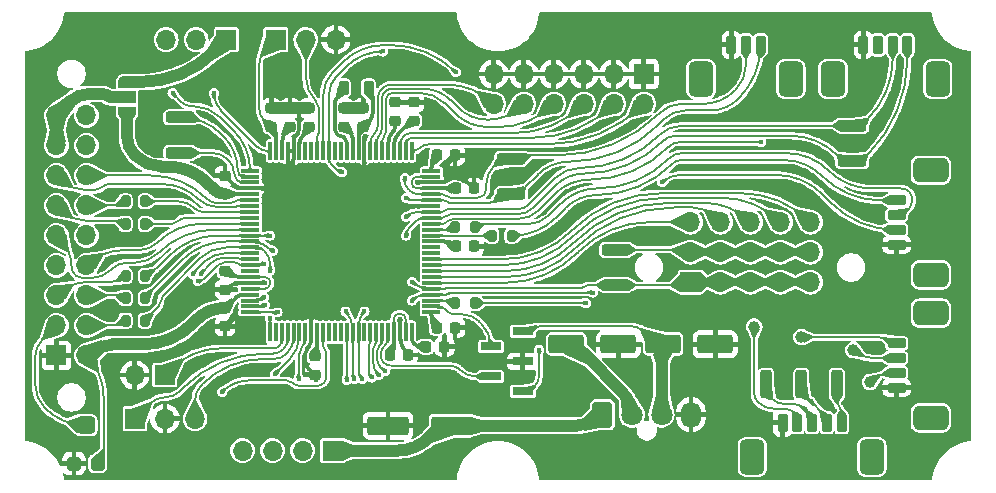
<source format=gbr>
%TF.GenerationSoftware,KiCad,Pcbnew,8.0.5*%
%TF.CreationDate,2025-01-05T11:13:20+01:00*%
%TF.ProjectId,BlockBoxController,426c6f63-6b42-46f7-9843-6f6e74726f6c,rev?*%
%TF.SameCoordinates,Original*%
%TF.FileFunction,Copper,L1,Top*%
%TF.FilePolarity,Positive*%
%FSLAX46Y46*%
G04 Gerber Fmt 4.6, Leading zero omitted, Abs format (unit mm)*
G04 Created by KiCad (PCBNEW 8.0.5) date 2025-01-05 11:13:20*
%MOMM*%
%LPD*%
G01*
G04 APERTURE LIST*
G04 Aperture macros list*
%AMRoundRect*
0 Rectangle with rounded corners*
0 $1 Rounding radius*
0 $2 $3 $4 $5 $6 $7 $8 $9 X,Y pos of 4 corners*
0 Add a 4 corners polygon primitive as box body*
4,1,4,$2,$3,$4,$5,$6,$7,$8,$9,$2,$3,0*
0 Add four circle primitives for the rounded corners*
1,1,$1+$1,$2,$3*
1,1,$1+$1,$4,$5*
1,1,$1+$1,$6,$7*
1,1,$1+$1,$8,$9*
0 Add four rect primitives between the rounded corners*
20,1,$1+$1,$2,$3,$4,$5,0*
20,1,$1+$1,$4,$5,$6,$7,0*
20,1,$1+$1,$6,$7,$8,$9,0*
20,1,$1+$1,$8,$9,$2,$3,0*%
%AMFreePoly0*
4,1,19,0.550000,-0.750000,0.000000,-0.750000,0.000000,-0.744911,-0.071157,-0.744911,-0.207708,-0.704816,-0.327430,-0.627875,-0.420627,-0.520320,-0.479746,-0.390866,-0.500000,-0.250000,-0.500000,0.250000,-0.479746,0.390866,-0.420627,0.520320,-0.327430,0.627875,-0.207708,0.704816,-0.071157,0.744911,0.000000,0.744911,0.000000,0.750000,0.550000,0.750000,0.550000,-0.750000,0.550000,-0.750000,
$1*%
%AMFreePoly1*
4,1,19,0.000000,0.744911,0.071157,0.744911,0.207708,0.704816,0.327430,0.627875,0.420627,0.520320,0.479746,0.390866,0.500000,0.250000,0.500000,-0.250000,0.479746,-0.390866,0.420627,-0.520320,0.327430,-0.627875,0.207708,-0.704816,0.071157,-0.744911,0.000000,-0.744911,0.000000,-0.750000,-0.550000,-0.750000,-0.550000,0.750000,0.000000,0.750000,0.000000,0.744911,0.000000,0.744911,
$1*%
G04 Aperture macros list end*
%TA.AperFunction,ComponentPad*%
%ADD10R,1.700000X1.700000*%
%TD*%
%TA.AperFunction,ComponentPad*%
%ADD11O,1.700000X1.700000*%
%TD*%
%TA.AperFunction,SMDPad,CuDef*%
%ADD12RoundRect,0.075000X-0.075000X0.725000X-0.075000X-0.725000X0.075000X-0.725000X0.075000X0.725000X0*%
%TD*%
%TA.AperFunction,SMDPad,CuDef*%
%ADD13RoundRect,0.075000X-0.725000X0.075000X-0.725000X-0.075000X0.725000X-0.075000X0.725000X0.075000X0*%
%TD*%
%TA.AperFunction,SMDPad,CuDef*%
%ADD14RoundRect,0.237500X-0.987500X-0.237500X0.987500X-0.237500X0.987500X0.237500X-0.987500X0.237500X0*%
%TD*%
%TA.AperFunction,SMDPad,CuDef*%
%ADD15RoundRect,0.237500X0.987500X0.237500X-0.987500X0.237500X-0.987500X-0.237500X0.987500X-0.237500X0*%
%TD*%
%TA.AperFunction,SMDPad,CuDef*%
%ADD16C,1.000000*%
%TD*%
%TA.AperFunction,SMDPad,CuDef*%
%ADD17RoundRect,0.237500X-0.237500X0.987500X-0.237500X-0.987500X0.237500X-0.987500X0.237500X0.987500X0*%
%TD*%
%TA.AperFunction,SMDPad,CuDef*%
%ADD18RoundRect,0.300000X-0.300000X0.300000X-0.300000X-0.300000X0.300000X-0.300000X0.300000X0.300000X0*%
%TD*%
%TA.AperFunction,SMDPad,CuDef*%
%ADD19RoundRect,0.375000X-0.425000X0.375000X-0.425000X-0.375000X0.425000X-0.375000X0.425000X0.375000X0*%
%TD*%
%TA.AperFunction,SMDPad,CuDef*%
%ADD20RoundRect,0.200000X-0.200000X-0.275000X0.200000X-0.275000X0.200000X0.275000X-0.200000X0.275000X0*%
%TD*%
%TA.AperFunction,SMDPad,CuDef*%
%ADD21RoundRect,0.200000X0.200000X0.275000X-0.200000X0.275000X-0.200000X-0.275000X0.200000X-0.275000X0*%
%TD*%
%TA.AperFunction,SMDPad,CuDef*%
%ADD22RoundRect,0.218750X-0.218750X-0.381250X0.218750X-0.381250X0.218750X0.381250X-0.218750X0.381250X0*%
%TD*%
%TA.AperFunction,SMDPad,CuDef*%
%ADD23FreePoly0,90.000000*%
%TD*%
%TA.AperFunction,SMDPad,CuDef*%
%ADD24R,1.500000X1.000000*%
%TD*%
%TA.AperFunction,SMDPad,CuDef*%
%ADD25FreePoly1,90.000000*%
%TD*%
%TA.AperFunction,ComponentPad*%
%ADD26RoundRect,0.250000X0.600000X-0.850000X0.600000X0.850000X-0.600000X0.850000X-0.600000X-0.850000X0*%
%TD*%
%TA.AperFunction,ComponentPad*%
%ADD27C,1.800000*%
%TD*%
%TA.AperFunction,ComponentPad*%
%ADD28O,1.700000X2.200000*%
%TD*%
%TA.AperFunction,SMDPad,CuDef*%
%ADD29RoundRect,0.200000X-0.200000X-0.600000X0.200000X-0.600000X0.200000X0.600000X-0.200000X0.600000X0*%
%TD*%
%TA.AperFunction,SMDPad,CuDef*%
%ADD30RoundRect,0.525000X-0.525000X-0.975000X0.525000X-0.975000X0.525000X0.975000X-0.525000X0.975000X0*%
%TD*%
%TA.AperFunction,SMDPad,CuDef*%
%ADD31RoundRect,0.525000X0.975000X-0.525000X0.975000X0.525000X-0.975000X0.525000X-0.975000X-0.525000X0*%
%TD*%
%TA.AperFunction,SMDPad,CuDef*%
%ADD32RoundRect,0.200000X0.600000X-0.200000X0.600000X0.200000X-0.600000X0.200000X-0.600000X-0.200000X0*%
%TD*%
%TA.AperFunction,SMDPad,CuDef*%
%ADD33R,1.800000X0.650000*%
%TD*%
%TA.AperFunction,SMDPad,CuDef*%
%ADD34RoundRect,0.250000X-1.250000X-0.550000X1.250000X-0.550000X1.250000X0.550000X-1.250000X0.550000X0*%
%TD*%
%TA.AperFunction,SMDPad,CuDef*%
%ADD35RoundRect,0.250000X1.500000X0.550000X-1.500000X0.550000X-1.500000X-0.550000X1.500000X-0.550000X0*%
%TD*%
%TA.AperFunction,SMDPad,CuDef*%
%ADD36RoundRect,0.225000X-0.225000X-0.250000X0.225000X-0.250000X0.225000X0.250000X-0.225000X0.250000X0*%
%TD*%
%TA.AperFunction,SMDPad,CuDef*%
%ADD37RoundRect,0.225000X-0.250000X0.225000X-0.250000X-0.225000X0.250000X-0.225000X0.250000X0.225000X0*%
%TD*%
%TA.AperFunction,SMDPad,CuDef*%
%ADD38RoundRect,0.225000X0.250000X-0.225000X0.250000X0.225000X-0.250000X0.225000X-0.250000X-0.225000X0*%
%TD*%
%TA.AperFunction,SMDPad,CuDef*%
%ADD39RoundRect,0.225000X0.225000X0.250000X-0.225000X0.250000X-0.225000X-0.250000X0.225000X-0.250000X0*%
%TD*%
%TA.AperFunction,ViaPad*%
%ADD40C,0.450000*%
%TD*%
%TA.AperFunction,Conductor*%
%ADD41C,0.200000*%
%TD*%
%TA.AperFunction,Conductor*%
%ADD42C,0.300000*%
%TD*%
%TA.AperFunction,Conductor*%
%ADD43C,0.500000*%
%TD*%
%TA.AperFunction,Conductor*%
%ADD44C,1.000000*%
%TD*%
G04 APERTURE END LIST*
D10*
%TO.P,J13,1,Pin_1*%
%TO.N,/I2C5_SCL*%
X166300000Y-103040000D03*
D11*
%TO.P,J13,2,Pin_2*%
%TO.N,/I2C5_SDA*%
X166300000Y-100500000D03*
%TO.P,J13,3,Pin_3*%
%TO.N,/I2C5_~{INT0}*%
X166300000Y-97960000D03*
%TO.P,J13,4,Pin_4*%
%TO.N,/I2C5_SCL*%
X168840000Y-103040000D03*
%TO.P,J13,5,Pin_5*%
%TO.N,/I2C5_SDA*%
X168840000Y-100500000D03*
%TO.P,J13,6,Pin_6*%
%TO.N,/I2C5_~{INT1}*%
X168840000Y-97960000D03*
%TO.P,J13,7,Pin_7*%
%TO.N,/I2C5_SCL*%
X171380000Y-103040000D03*
%TO.P,J13,8,Pin_8*%
%TO.N,/I2C5_SDA*%
X171380000Y-100500000D03*
%TO.P,J13,9,Pin_9*%
%TO.N,/I2C5_~{INT2}*%
X171380000Y-97960000D03*
%TO.P,J13,10,Pin_10*%
%TO.N,/I2C5_SCL*%
X173920000Y-103040000D03*
%TO.P,J13,11,Pin_11*%
%TO.N,/I2C5_SDA*%
X173920000Y-100500000D03*
%TO.P,J13,12,Pin_12*%
%TO.N,/I2C5_~{INT3}*%
X173920000Y-97960000D03*
%TO.P,J13,13,Pin_13*%
%TO.N,/I2C5_SCL*%
X176460000Y-103040000D03*
%TO.P,J13,14,Pin_14*%
%TO.N,/I2C5_SDA*%
X176460000Y-100500000D03*
%TO.P,J13,15,Pin_15*%
%TO.N,/I2C5_~{INT4}*%
X176460000Y-97960000D03*
%TD*%
%TO.P,J3,18,GND_BL*%
%TO.N,Net-(Q3-D)*%
X115165000Y-88930000D03*
%TO.P,J3,17,VBL*%
%TO.N,Net-(JP1-C)*%
X112625000Y-88930000D03*
%TO.P,J3,16,GND_BL*%
%TO.N,Net-(Q3-D)*%
X115165000Y-91470000D03*
%TO.P,J3,15,VBL*%
%TO.N,Net-(JP1-C)*%
X112625000Y-91470000D03*
%TO.P,J3,14,GPIO3*%
%TO.N,/LCD_GPIO3{slash}B1_D7*%
X115165000Y-94010000D03*
%TO.P,J3,13,GPIO2*%
%TO.N,/LCD_GPIO2{slash}B1_D6*%
X112625000Y-94010000D03*
%TO.P,J3,12,GPIO1/IO3*%
%TO.N,Net-(J3-GPIO1{slash}IO3)*%
X115165000Y-96550000D03*
%TO.P,J3,11,GPIO0/IO2*%
%TO.N,Net-(J3-GPIO0{slash}IO2)*%
X112625000Y-96550000D03*
%TO.P,J3,10,AUDIO_L*%
%TO.N,/LCD_B1_D3*%
X115165000Y-99090000D03*
%TO.P,J3,9,~{PD}*%
%TO.N,/LCD_~{PD}{slash}B1_D2*%
X112625000Y-99090000D03*
%TO.P,J3,8,~{INT}*%
%TO.N,/LCD_~{INT}{slash}B1_D1*%
X115165000Y-101630000D03*
%TO.P,J3,7,~{CS}*%
%TO.N,Net-(J3-~{CS})*%
X112625000Y-101630000D03*
%TO.P,J3,6,MOSI/IO0*%
%TO.N,Net-(J3-MOSI{slash}IO0)*%
X115165000Y-104170000D03*
%TO.P,J3,5,MISO/IO1*%
%TO.N,Net-(J3-MISO{slash}IO1)*%
X112625000Y-104170000D03*
%TO.P,J3,4,SCK*%
%TO.N,Net-(J3-SCK)*%
X115165000Y-106710000D03*
%TO.P,J3,3,NC1*%
%TO.N,Net-(J3-NC1)*%
X112625000Y-106710000D03*
%TO.P,J3,2,VDD*%
%TO.N,+3.3V*%
X115165000Y-109250000D03*
D10*
%TO.P,J3,1,GND*%
%TO.N,GND*%
X112625000Y-109250000D03*
%TD*%
D12*
%TO.P,U1,1,PE2*%
%TO.N,/B1_VOL_UP*%
X142700000Y-91925000D03*
%TO.P,U1,2,PE4*%
%TO.N,/B1_VOL_DOWN*%
X142200000Y-91925000D03*
%TO.P,U1,3,PE5*%
%TO.N,/B1_BACK*%
X141700000Y-91925000D03*
%TO.P,U1,4,VDD*%
%TO.N,+3.3V*%
X141200000Y-91925000D03*
%TO.P,U1,5,VBAT*%
X140700000Y-91925000D03*
%TO.P,U1,6,PC13*%
%TO.N,/B1_PLAY*%
X140200000Y-91925000D03*
%TO.P,U1,7,PC14*%
%TO.N,/B1_MFB*%
X139700000Y-91925000D03*
%TO.P,U1,8,PC15*%
%TO.N,/B1_FWD*%
X139200000Y-91925000D03*
%TO.P,U1,9,VSSSMPS*%
%TO.N,GND*%
X138700000Y-91925000D03*
%TO.P,U1,10,VLXSMPS*%
%TO.N,Net-(U1-VLXSMPS)*%
X138200000Y-91925000D03*
%TO.P,U1,11,VDDSMPS*%
%TO.N,+3.3V*%
X137700000Y-91925000D03*
%TO.P,U1,12,VFBSMPS*%
%TO.N,VCC*%
X137200000Y-91925000D03*
%TO.P,U1,13,PH0*%
%TO.N,unconnected-(U1-PH0-Pad13)*%
X136700000Y-91925000D03*
%TO.P,U1,14,PH1*%
%TO.N,unconnected-(U1-PH1-Pad14)*%
X136200000Y-91925000D03*
%TO.P,U1,15,NRST*%
%TO.N,Net-(J2-Pin_5)*%
X135700000Y-91925000D03*
%TO.P,U1,16,PC0*%
%TO.N,/CHG_IOUT*%
X135200000Y-91925000D03*
%TO.P,U1,17,PC1*%
%TO.N,/B1_LED_BRIGHTNESS*%
X134700000Y-91925000D03*
%TO.P,U1,18,PC2_C*%
%TO.N,unconnected-(U1-PC2_C-Pad18)*%
X134200000Y-91925000D03*
%TO.P,U1,19,PC3_C*%
%TO.N,unconnected-(U1-PC3_C-Pad19)*%
X133700000Y-91925000D03*
%TO.P,U1,20,VDD*%
%TO.N,+3.3V*%
X133200000Y-91925000D03*
%TO.P,U1,21,VSS*%
%TO.N,GND*%
X132700000Y-91925000D03*
%TO.P,U1,22,VSSA*%
X132200000Y-91925000D03*
%TO.P,U1,23,VREF+*%
%TO.N,Net-(U1-VREF+)*%
X131700000Y-91925000D03*
%TO.P,U1,24,VDDA*%
%TO.N,+3.3V*%
X131200000Y-91925000D03*
%TO.P,U1,25,PA0*%
%TO.N,/B1_SWLED_MAIN*%
X130700000Y-91925000D03*
D13*
%TO.P,U1,26,PA1*%
%TO.N,/B1_SWLED_PWR*%
X129025000Y-93600000D03*
%TO.P,U1,27,PA2*%
%TO.N,/DEBUG_TX*%
X129025000Y-94100000D03*
%TO.P,U1,28,PA3*%
%TO.N,/DEBUG_RX*%
X129025000Y-94600000D03*
%TO.P,U1,29,VSS*%
%TO.N,GND*%
X129025000Y-95100000D03*
%TO.P,U1,30,VDD*%
%TO.N,+3.3V*%
X129025000Y-95600000D03*
%TO.P,U1,31,PA4*%
%TO.N,/LCD_GPIO3{slash}B1_D7*%
X129025000Y-96100000D03*
%TO.P,U1,32,PA5*%
%TO.N,/LCD_GPIO2{slash}B1_D6*%
X129025000Y-96600000D03*
%TO.P,U1,33,PA6*%
%TO.N,/LCD_IO3{slash}GPIO1{slash}B1_D5*%
X129025000Y-97100000D03*
%TO.P,U1,34,PA7*%
%TO.N,/LCD_IO2{slash}GPIO0{slash}B1_D4*%
X129025000Y-97600000D03*
%TO.P,U1,35,PC4*%
%TO.N,/LCD_~{INT}{slash}B1_D1*%
X129025000Y-98100000D03*
%TO.P,U1,36,PC5*%
%TO.N,/LCD_~{PD}{slash}B1_D2*%
X129025000Y-98600000D03*
%TO.P,U1,37,PB0*%
%TO.N,/LCD_IO1{slash}MISO{slash}B1_RW*%
X129025000Y-99100000D03*
%TO.P,U1,38,PB1*%
%TO.N,/LCD_IO0{slash}MOSI{slash}B1_~{E}*%
X129025000Y-99600000D03*
%TO.P,U1,39,PB2*%
%TO.N,/LCD_SCK{slash}B1_RS*%
X129025000Y-100100000D03*
%TO.P,U1,40,PE7*%
%TO.N,/LCD_B1_D3*%
X129025000Y-100600000D03*
%TO.P,U1,41,PE8*%
%TO.N,/LCD_BL_DRV*%
X129025000Y-101100000D03*
%TO.P,U1,42,PB10*%
%TO.N,/LCD_~{CS}{slash}B1_D0*%
X129025000Y-101600000D03*
%TO.P,U1,43,PB11*%
%TO.N,unconnected-(U1-PB11-Pad43)*%
X129025000Y-102100000D03*
%TO.P,U1,44,VCAP*%
%TO.N,VCC*%
X129025000Y-102600000D03*
%TO.P,U1,45,VSS*%
%TO.N,GND*%
X129025000Y-103100000D03*
%TO.P,U1,46,VDDLDO*%
%TO.N,VCC*%
X129025000Y-103600000D03*
%TO.P,U1,47,VDD*%
%TO.N,+3.3V*%
X129025000Y-104100000D03*
%TO.P,U1,48,PB12*%
%TO.N,/LCD_ALT_~{CS}*%
X129025000Y-104600000D03*
%TO.P,U1,49,PB13*%
%TO.N,/LCD_ALT_SCK*%
X129025000Y-105100000D03*
%TO.P,U1,50,PB14*%
%TO.N,/LCD_ALT_MISO*%
X129025000Y-105600000D03*
D12*
%TO.P,U1,51,PB15*%
%TO.N,/LCD_ALT_MOSI*%
X130700000Y-107275000D03*
%TO.P,U1,52,PD8*%
%TO.N,unconnected-(U1-PD8-Pad52)*%
X131200000Y-107275000D03*
%TO.P,U1,53,PD9*%
%TO.N,/B1_LCD_SWITCH*%
X131700000Y-107275000D03*
%TO.P,U1,54,PD10*%
%TO.N,/B1_LEDMODE_1*%
X132200000Y-107275000D03*
%TO.P,U1,55,PD11*%
%TO.N,/B1_LEDMODE_2*%
X132700000Y-107275000D03*
%TO.P,U1,56,PD12*%
%TO.N,/LED_R*%
X133200000Y-107275000D03*
%TO.P,U1,57,PD13*%
%TO.N,/LED_G*%
X133700000Y-107275000D03*
%TO.P,U1,58,VSS*%
%TO.N,GND*%
X134200000Y-107275000D03*
%TO.P,U1,59,VDD*%
%TO.N,+3.3V*%
X134700000Y-107275000D03*
%TO.P,U1,60,PD14*%
%TO.N,/LED_B*%
X135200000Y-107275000D03*
%TO.P,U1,61,PD15*%
%TO.N,unconnected-(U1-PD15-Pad61)*%
X135700000Y-107275000D03*
%TO.P,U1,62,PC6*%
%TO.N,unconnected-(U1-PC6-Pad62)*%
X136200000Y-107275000D03*
%TO.P,U1,63,PC7*%
%TO.N,unconnected-(U1-PC7-Pad63)*%
X136700000Y-107275000D03*
%TO.P,U1,64,PC8*%
%TO.N,/CHG_ACOK*%
X137200000Y-107275000D03*
%TO.P,U1,65,PC9*%
%TO.N,/CHG_SMB_SDA*%
X137700000Y-107275000D03*
%TO.P,U1,66,PA8*%
%TO.N,/CHG_SMB_SCL*%
X138200000Y-107275000D03*
%TO.P,U1,67,PA9*%
%TO.N,unconnected-(U1-PA9-Pad67)*%
X138700000Y-107275000D03*
%TO.P,U1,68,PA10*%
%TO.N,/AMP_~{CLIP_OTW}*%
X139200000Y-107275000D03*
%TO.P,U1,69,PA11*%
%TO.N,/AMP_~{FAULT}*%
X139700000Y-107275000D03*
%TO.P,U1,70,PA12*%
%TO.N,/AMP_~{RESET}*%
X140200000Y-107275000D03*
%TO.P,U1,71,PA13(JTMS*%
%TO.N,/SWDIO*%
X140700000Y-107275000D03*
%TO.P,U1,72,VCAP*%
%TO.N,VCC*%
X141200000Y-107275000D03*
%TO.P,U1,73,VSS*%
%TO.N,GND*%
X141700000Y-107275000D03*
%TO.P,U1,74,VDDLDO*%
%TO.N,VCC*%
X142200000Y-107275000D03*
%TO.P,U1,75,VDD*%
%TO.N,+3.3V*%
X142700000Y-107275000D03*
D13*
%TO.P,U1,76,VDD33USB*%
X144375000Y-105600000D03*
%TO.P,U1,77,PA14(JTCK*%
%TO.N,/SWCLK*%
X144375000Y-105100000D03*
%TO.P,U1,78,PA15(JTDI)*%
%TO.N,/I2S_LRCK*%
X144375000Y-104600000D03*
%TO.P,U1,79,PC10*%
%TO.N,/I2C5_SDA*%
X144375000Y-104100000D03*
%TO.P,U1,80,PC11*%
%TO.N,/I2C5_SCL*%
X144375000Y-103600000D03*
%TO.P,U1,81,PC12*%
%TO.N,/I2C5_~{INT0}*%
X144375000Y-103100000D03*
%TO.P,U1,82,PD0*%
%TO.N,/I2C5_~{INT1}*%
X144375000Y-102600000D03*
%TO.P,U1,83,PD1*%
%TO.N,/I2C5_~{INT2}*%
X144375000Y-102100000D03*
%TO.P,U1,84,PD2*%
%TO.N,/I2C5_~{INT3}*%
X144375000Y-101600000D03*
%TO.P,U1,85,PD3*%
%TO.N,/I2C5_~{INT4}*%
X144375000Y-101100000D03*
%TO.P,U1,86,PD4*%
%TO.N,unconnected-(U1-PD4-Pad86)*%
X144375000Y-100600000D03*
%TO.P,U1,87,PD5*%
%TO.N,unconnected-(U1-PD5-Pad87)*%
X144375000Y-100100000D03*
%TO.P,U1,88,VDD*%
%TO.N,+3.3V*%
X144375000Y-99600000D03*
%TO.P,U1,89,PB3(JTDO*%
%TO.N,/I2S_BCK*%
X144375000Y-99100000D03*
%TO.P,U1,90,PB4(NJTRST)*%
%TO.N,/I2S_DATA*%
X144375000Y-98600000D03*
%TO.P,U1,91,PB5*%
%TO.N,/I2C1_~{INT0}*%
X144375000Y-98100000D03*
%TO.P,U1,92,PB6*%
%TO.N,/I2C1_SCL{slash}USART1_TX*%
X144375000Y-97600000D03*
%TO.P,U1,93,PB7*%
%TO.N,/I2C1_SDA{slash}USART1_RX*%
X144375000Y-97100000D03*
%TO.P,U1,94,BOOT0*%
%TO.N,GND*%
X144375000Y-96600000D03*
%TO.P,U1,95,PB8*%
%TO.N,/I2C4_SCL{slash}UART4_RX*%
X144375000Y-96100000D03*
%TO.P,U1,96,PB9*%
%TO.N,/I2C4_SDA{slash}UART4_TX*%
X144375000Y-95600000D03*
%TO.P,U1,97,VCAP*%
%TO.N,VCC*%
X144375000Y-95100000D03*
%TO.P,U1,98,VSS*%
%TO.N,GND*%
X144375000Y-94600000D03*
%TO.P,U1,99,VDDLDO*%
%TO.N,VCC*%
X144375000Y-94100000D03*
%TO.P,U1,100,VDD*%
%TO.N,+3.3V*%
X144375000Y-93600000D03*
%TD*%
D14*
%TO.P,TP15,1,1*%
%TO.N,/I2C5_SCL*%
X160000000Y-103300000D03*
%TD*%
%TO.P,TP14,1,1*%
%TO.N,/I2C5_SDA*%
X160000000Y-100300000D03*
%TD*%
D15*
%TO.P,TP13,1,1*%
%TO.N,/I2C4_SDA{slash}UART4_TX*%
X151100000Y-92600000D03*
%TD*%
%TO.P,TP12,1,1*%
%TO.N,/I2C4_SCL{slash}UART4_RX*%
X151100000Y-95600000D03*
%TD*%
%TO.P,TP11,1,1*%
%TO.N,/I2C1_SDA{slash}USART1_RX*%
X180000000Y-89800000D03*
%TD*%
%TO.P,TP10,1,1*%
%TO.N,/I2C1_SCL{slash}USART1_TX*%
X180000000Y-92800000D03*
%TD*%
D16*
%TO.P,TP9,1,1*%
%TO.N,/AMP_~{RESET}*%
X175700000Y-107700000D03*
%TD*%
%TO.P,TP8,1,1*%
%TO.N,/AMP_~{FAULT}*%
X180100000Y-108800000D03*
%TD*%
%TO.P,TP7,1,1*%
%TO.N,/CHG_IOUT*%
X171700000Y-106800000D03*
%TD*%
%TO.P,TP6,1,1*%
%TO.N,/AMP_~{CLIP_OTW}*%
X181500000Y-111500000D03*
%TD*%
D17*
%TO.P,TP5,1,1*%
%TO.N,/CHG_ACOK*%
X172700000Y-111700000D03*
%TD*%
%TO.P,TP4,1,1*%
%TO.N,/CHG_SMB_SDA*%
X175700000Y-111700000D03*
%TD*%
%TO.P,TP3,1,1*%
%TO.N,/CHG_SMB_SCL*%
X178700000Y-111700000D03*
%TD*%
D14*
%TO.P,TP2,1,1*%
%TO.N,/DEBUG_RX*%
X123100000Y-92100000D03*
%TD*%
%TO.P,TP1,1,1*%
%TO.N,/DEBUG_TX*%
X123100000Y-89100000D03*
%TD*%
D18*
%TO.P,RV1,1,1*%
%TO.N,GND*%
X114100000Y-118400000D03*
D19*
%TO.P,RV1,2,2*%
%TO.N,Net-(J3-NC1)*%
X115100000Y-115150000D03*
D18*
%TO.P,RV1,3,3*%
%TO.N,+3.3V*%
X116100000Y-118400000D03*
%TD*%
D20*
%TO.P,R13,2*%
%TO.N,Net-(J6-Pin_3)*%
X148025000Y-104800000D03*
%TO.P,R13,1*%
%TO.N,/I2S_LRCK*%
X146375000Y-104800000D03*
%TD*%
%TO.P,R12,2*%
%TO.N,Net-(J6-Pin_2)*%
X148025000Y-98400000D03*
%TO.P,R12,1*%
%TO.N,/I2S_DATA*%
X146375000Y-98400000D03*
%TD*%
%TO.P,R11,2*%
%TO.N,Net-(J6-Pin_1)*%
X151150000Y-99100000D03*
%TO.P,R11,1*%
%TO.N,/I2S_BCK*%
X149500000Y-99100000D03*
%TD*%
%TO.P,R7,2*%
%TO.N,/LCD_IO2{slash}GPIO0{slash}B1_D4*%
X120125000Y-98100000D03*
%TO.P,R7,1*%
%TO.N,Net-(J3-GPIO0{slash}IO2)*%
X118475000Y-98100000D03*
%TD*%
D21*
%TO.P,R6,2*%
%TO.N,Net-(J3-GPIO1{slash}IO3)*%
X118475000Y-96200000D03*
%TO.P,R6,1*%
%TO.N,/LCD_IO3{slash}GPIO1{slash}B1_D5*%
X120125000Y-96200000D03*
%TD*%
D20*
%TO.P,R4,2*%
%TO.N,/LCD_IO0{slash}MOSI{slash}B1_~{E}*%
X120125000Y-104400000D03*
%TO.P,R4,1*%
%TO.N,Net-(J3-MOSI{slash}IO0)*%
X118475000Y-104400000D03*
%TD*%
%TO.P,R2,2*%
%TO.N,/LCD_SCK{slash}B1_RS*%
X120125000Y-106300000D03*
%TO.P,R2,1*%
%TO.N,Net-(J3-SCK)*%
X118475000Y-106300000D03*
%TD*%
D21*
%TO.P,R1,2*%
%TO.N,Net-(J3-MISO{slash}IO1)*%
X118475000Y-102500000D03*
%TO.P,R1,1*%
%TO.N,/LCD_IO1{slash}MISO{slash}B1_RW*%
X120125000Y-102500000D03*
%TD*%
D22*
%TO.P,L1,2,2*%
%TO.N,Net-(U1-VLXSMPS)*%
X139062500Y-86600000D03*
%TO.P,L1,1,1*%
%TO.N,VCC*%
X136937500Y-86600000D03*
%TD*%
D23*
%TO.P,JP1,1,A*%
%TO.N,+3.3V*%
X118600000Y-88700000D03*
D24*
%TO.P,JP1,2,C*%
%TO.N,Net-(JP1-C)*%
X118600000Y-87400000D03*
D25*
%TO.P,JP1,3,B*%
%TO.N,+5V*%
X118600000Y-86100000D03*
%TD*%
D26*
%TO.P,J15,1,Pin_1*%
%TO.N,+12V*%
X158850000Y-114270000D03*
D27*
%TO.P,J15,2,Pin_2*%
%TO.N,+5V*%
X161350000Y-114270000D03*
%TO.P,J15,3,Pin_3*%
%TO.N,+3.3V*%
X163850000Y-114270000D03*
D28*
%TO.P,J15,4,Pin_4*%
%TO.N,GND*%
X166350000Y-114270000D03*
%TD*%
D10*
%TO.P,J14,1,Pin_1*%
%TO.N,GND*%
X162350000Y-85425000D03*
D11*
%TO.P,J14,2,Pin_2*%
%TO.N,/B1_VOL_UP*%
X162350000Y-87965000D03*
%TO.P,J14,3,Pin_3*%
%TO.N,GND*%
X159810000Y-85425000D03*
%TO.P,J14,4,Pin_4*%
%TO.N,/B1_VOL_DOWN*%
X159810000Y-87965000D03*
%TO.P,J14,5,Pin_5*%
%TO.N,GND*%
X157270000Y-85425000D03*
%TO.P,J14,6,Pin_6*%
%TO.N,/B1_BACK*%
X157270000Y-87965000D03*
%TO.P,J14,7,Pin_7*%
%TO.N,GND*%
X154730000Y-85425000D03*
%TO.P,J14,8,Pin_8*%
%TO.N,/B1_PLAY*%
X154730000Y-87965000D03*
%TO.P,J14,9,Pin_9*%
%TO.N,GND*%
X152190000Y-85425000D03*
%TO.P,J14,10,Pin_10*%
%TO.N,/B1_MFB*%
X152190000Y-87965000D03*
%TO.P,J14,11,Pin_11*%
%TO.N,GND*%
X149650000Y-85425000D03*
%TO.P,J14,12,Pin_12*%
%TO.N,/B1_FWD*%
X149650000Y-87965000D03*
%TD*%
D10*
%TO.P,J12,1,Pin_1*%
%TO.N,+3.3V*%
X131200000Y-82500000D03*
D11*
%TO.P,J12,2,Pin_2*%
%TO.N,/B1_LED_BRIGHTNESS*%
X133740000Y-82500000D03*
%TO.P,J12,3,Pin_3*%
%TO.N,GND*%
X136280000Y-82500000D03*
%TD*%
D29*
%TO.P,J11,1,Pin_1*%
%TO.N,/I2C4_SCL{slash}UART4_RX*%
X172250000Y-82950000D03*
%TO.P,J11,2,Pin_2*%
%TO.N,/I2C4_SDA{slash}UART4_TX*%
X171000000Y-82950000D03*
%TO.P,J11,3,Pin_3*%
%TO.N,GND*%
X169750000Y-82950000D03*
D30*
%TO.P,J11,M*%
%TO.N,N/C*%
X167200000Y-85850000D03*
X174800000Y-85850000D03*
%TD*%
D29*
%TO.P,J10,1,Pin_1*%
%TO.N,/I2C1_SCL{slash}USART1_TX*%
X184675000Y-82950000D03*
%TO.P,J10,2,Pin_2*%
%TO.N,/I2C1_SDA{slash}USART1_RX*%
X183425000Y-82950000D03*
%TO.P,J10,3,Pin_3*%
%TO.N,/I2C1_~{INT0}*%
X182175000Y-82950000D03*
%TO.P,J10,4,Pin_4*%
%TO.N,GND*%
X180925000Y-82950000D03*
D30*
%TO.P,J10,M*%
%TO.N,N/C*%
X178375000Y-85850000D03*
X187225000Y-85850000D03*
%TD*%
D10*
%TO.P,J9,1,Pin_1*%
%TO.N,/B1_LEDMODE_1*%
X119275000Y-114600000D03*
D11*
%TO.P,J9,2,Pin_2*%
%TO.N,GND*%
X121815000Y-114600000D03*
%TO.P,J9,3,Pin_3*%
%TO.N,/B1_LEDMODE_2*%
X124355000Y-114600000D03*
%TD*%
D10*
%TO.P,J8,1,Pin_1*%
%TO.N,+12V*%
X136000000Y-117300000D03*
D11*
%TO.P,J8,2,Pin_2*%
%TO.N,Net-(J8-Pin_2)*%
X133460000Y-117300000D03*
%TO.P,J8,3,Pin_3*%
%TO.N,Net-(J8-Pin_3)*%
X130920000Y-117300000D03*
%TO.P,J8,4,Pin_4*%
%TO.N,Net-(J8-Pin_4)*%
X128380000Y-117300000D03*
%TD*%
D10*
%TO.P,J7,1,Pin_1*%
%TO.N,/B1_LCD_SWITCH*%
X121800000Y-110900000D03*
D11*
%TO.P,J7,2,Pin_2*%
%TO.N,GND*%
X119260000Y-110900000D03*
%TD*%
D31*
%TO.P,J6,M*%
%TO.N,N/C*%
X186650000Y-93575000D03*
X186650000Y-102425000D03*
D32*
%TO.P,J6,4,Pin_4*%
%TO.N,GND*%
X183750000Y-99875000D03*
%TO.P,J6,3,Pin_3*%
%TO.N,Net-(J6-Pin_3)*%
X183750000Y-98625000D03*
%TO.P,J6,2,Pin_2*%
%TO.N,Net-(J6-Pin_2)*%
X183750000Y-97375000D03*
%TO.P,J6,1,Pin_1*%
%TO.N,Net-(J6-Pin_1)*%
X183750000Y-96125000D03*
%TD*%
%TO.P,J5,1,Pin_1*%
%TO.N,/AMP_~{RESET}*%
X183750000Y-108225000D03*
%TO.P,J5,2,Pin_2*%
%TO.N,/AMP_~{FAULT}*%
X183750000Y-109475000D03*
%TO.P,J5,3,Pin_3*%
%TO.N,/AMP_~{CLIP_OTW}*%
X183750000Y-110725000D03*
%TO.P,J5,4,Pin_4*%
%TO.N,GND*%
X183750000Y-111975000D03*
D31*
%TO.P,J5,M*%
%TO.N,N/C*%
X186650000Y-114525000D03*
X186650000Y-105675000D03*
%TD*%
D29*
%TO.P,J4,1,Pin_1*%
%TO.N,/CHG_SMB_SCL*%
X179100000Y-114937500D03*
%TO.P,J4,2,Pin_2*%
%TO.N,/CHG_SMB_SDA*%
X177850000Y-114937500D03*
%TO.P,J4,3,Pin_3*%
%TO.N,/CHG_ACOK*%
X176600000Y-114937500D03*
%TO.P,J4,4,Pin_4*%
%TO.N,/CHG_IOUT*%
X175350000Y-114937500D03*
%TO.P,J4,5,Pin_5*%
%TO.N,GND*%
X174100000Y-114937500D03*
D30*
%TO.P,J4,M*%
%TO.N,N/C*%
X171550000Y-117837500D03*
X181650000Y-117837500D03*
%TD*%
D33*
%TO.P,J2,5,Pin_5*%
%TO.N,Net-(J2-Pin_5)*%
X152100000Y-112300000D03*
%TO.P,J2,4,Pin_4*%
%TO.N,/SWDIO*%
X149400000Y-111030000D03*
%TO.P,J2,3,Pin_3*%
%TO.N,GND*%
X152100000Y-109760000D03*
%TO.P,J2,2,Pin_2*%
%TO.N,/SWCLK*%
X149400000Y-108490000D03*
%TO.P,J2,1,Pin_1*%
%TO.N,+3.3V*%
X152100000Y-107220000D03*
%TD*%
D10*
%TO.P,J1,1,Pin_1*%
%TO.N,+5V*%
X127000000Y-82500000D03*
D11*
%TO.P,J1,2,Pin_2*%
%TO.N,Net-(J1-Pin_2)*%
X124460000Y-82500000D03*
%TO.P,J1,3,Pin_3*%
%TO.N,Net-(J1-Pin_3)*%
X121920000Y-82500000D03*
%TD*%
D34*
%TO.P,C29,1*%
%TO.N,+3.3V*%
X164000000Y-108300000D03*
%TO.P,C29,2*%
%TO.N,GND*%
X168400000Y-108300000D03*
%TD*%
%TO.P,C28,1*%
%TO.N,+5V*%
X155800000Y-108300000D03*
%TO.P,C28,2*%
%TO.N,GND*%
X160200000Y-108300000D03*
%TD*%
D35*
%TO.P,C27,2*%
%TO.N,GND*%
X140700000Y-115200000D03*
%TO.P,C27,1*%
%TO.N,+12V*%
X146100000Y-115200000D03*
%TD*%
D36*
%TO.P,C26,1*%
%TO.N,VCC*%
X146425000Y-95100000D03*
%TO.P,C26,2*%
%TO.N,GND*%
X147975000Y-95100000D03*
%TD*%
%TO.P,C25,1*%
%TO.N,VCC*%
X140825000Y-109200000D03*
%TO.P,C25,2*%
%TO.N,GND*%
X142375000Y-109200000D03*
%TD*%
D37*
%TO.P,C24,1*%
%TO.N,VCC*%
X126900000Y-102125000D03*
%TO.P,C24,2*%
%TO.N,GND*%
X126900000Y-103675000D03*
%TD*%
D38*
%TO.P,C23,1*%
%TO.N,Net-(U1-VREF+)*%
X132400000Y-89875000D03*
%TO.P,C23,2*%
%TO.N,GND*%
X132400000Y-88325000D03*
%TD*%
%TO.P,C21,1*%
%TO.N,Net-(U1-VLXSMPS)*%
X138600000Y-89875000D03*
%TO.P,C21,2*%
%TO.N,GND*%
X138600000Y-88325000D03*
%TD*%
D37*
%TO.P,C17,1*%
%TO.N,GND*%
X137000000Y-88325000D03*
%TO.P,C17,2*%
%TO.N,+3.3V*%
X137000000Y-89875000D03*
%TD*%
D39*
%TO.P,C14,1*%
%TO.N,GND*%
X146375000Y-92300000D03*
%TO.P,C14,2*%
%TO.N,+3.3V*%
X144825000Y-92300000D03*
%TD*%
%TO.P,C13,1*%
%TO.N,GND*%
X147975000Y-100000000D03*
%TO.P,C13,2*%
%TO.N,+3.3V*%
X146425000Y-100000000D03*
%TD*%
%TO.P,C12,1*%
%TO.N,GND*%
X145475000Y-108500000D03*
%TO.P,C12,2*%
%TO.N,+3.3V*%
X143925000Y-108500000D03*
%TD*%
D38*
%TO.P,C11,1*%
%TO.N,GND*%
X134500000Y-110875000D03*
%TO.P,C11,2*%
%TO.N,+3.3V*%
X134500000Y-109325000D03*
%TD*%
D37*
%TO.P,C10,2*%
%TO.N,+3.3V*%
X141300000Y-89375000D03*
%TO.P,C10,1*%
%TO.N,GND*%
X141300000Y-87825000D03*
%TD*%
%TO.P,C8,1*%
%TO.N,GND*%
X130800000Y-88325000D03*
%TO.P,C8,2*%
%TO.N,+3.3V*%
X130800000Y-89875000D03*
%TD*%
D39*
%TO.P,C7,1*%
%TO.N,GND*%
X146375000Y-106900000D03*
%TO.P,C7,2*%
%TO.N,+3.3V*%
X144825000Y-106900000D03*
%TD*%
D38*
%TO.P,C6,1*%
%TO.N,GND*%
X126900000Y-106775000D03*
%TO.P,C6,2*%
%TO.N,+3.3V*%
X126900000Y-105225000D03*
%TD*%
D37*
%TO.P,C5,1*%
%TO.N,GND*%
X126900000Y-94025000D03*
%TO.P,C5,2*%
%TO.N,+3.3V*%
X126900000Y-95575000D03*
%TD*%
%TO.P,C4,1*%
%TO.N,GND*%
X134000000Y-88325000D03*
%TO.P,C4,2*%
%TO.N,+3.3V*%
X134000000Y-89875000D03*
%TD*%
%TO.P,C3,2*%
%TO.N,+3.3V*%
X142900000Y-89375000D03*
%TO.P,C3,1*%
%TO.N,GND*%
X142900000Y-87825000D03*
%TD*%
D40*
%TO.N,GND*%
X157400000Y-100800000D03*
X156200000Y-101900000D03*
X187300000Y-83200000D03*
X173800000Y-109700000D03*
X162600000Y-119500000D03*
X143900000Y-112900000D03*
X136600000Y-108900000D03*
X123200000Y-81700000D03*
X116600000Y-84400000D03*
X110800000Y-100400000D03*
X110700000Y-91800000D03*
X139000000Y-119100000D03*
X152900000Y-116700000D03*
X157500000Y-96600000D03*
X122600000Y-95600000D03*
X120700000Y-99100000D03*
X161100000Y-89900000D03*
X148600000Y-88700000D03*
X153700000Y-94600000D03*
X151800000Y-93900000D03*
X181800000Y-108500000D03*
X181800000Y-97300000D03*
X174900000Y-93500000D03*
X165500000Y-93300000D03*
X156443365Y-95060908D03*
X182400000Y-95600000D03*
X175700000Y-90260000D03*
X165300000Y-89200000D03*
X162700000Y-95100000D03*
X164400000Y-101800000D03*
X162200000Y-98900000D03*
X152900000Y-99700000D03*
X154400000Y-102900000D03*
X133000000Y-97100000D03*
X137700000Y-98200000D03*
X138000000Y-100700000D03*
X131800000Y-110900000D03*
X119800000Y-97100000D03*
X123400000Y-104800000D03*
X119700000Y-105300000D03*
X117900000Y-100900000D03*
X125900000Y-89400000D03*
X128300000Y-92300000D03*
X180925000Y-82950000D03*
%TO.N,/I2C1_~{INT0}*%
X182175000Y-82950000D03*
X172270000Y-91200000D03*
%TO.N,GND*%
X117700000Y-91200000D03*
X120300000Y-91200000D03*
X132450000Y-93150000D03*
X137900000Y-93500000D03*
X136800000Y-95275000D03*
X145500000Y-93100000D03*
X169700000Y-84300000D03*
X168800000Y-83000000D03*
X180000000Y-83000000D03*
X185100000Y-99900000D03*
X183700000Y-100800000D03*
X182400000Y-99900000D03*
X185100000Y-112000000D03*
X183700000Y-112900000D03*
X182400000Y-112000000D03*
X174100000Y-116300000D03*
X173200000Y-115000000D03*
X150500000Y-109500000D03*
X152100000Y-108900000D03*
X147975000Y-100000000D03*
X149300000Y-92200000D03*
X147400000Y-93900000D03*
X126900000Y-94025000D03*
X126000000Y-107700000D03*
X134580000Y-111340000D03*
X114100000Y-117100000D03*
%TO.N,/CHG_IOUT*%
X171700000Y-106800000D03*
X146440000Y-85270000D03*
%TO.N,Net-(J2-Pin_5)*%
X140290000Y-83510000D03*
X136800000Y-93725000D03*
X153490000Y-108750000D03*
%TO.N,/CHG_ACOK*%
X175995000Y-113805000D03*
X137200000Y-111340000D03*
%TO.N,/CHG_SMB_SDA*%
X176470000Y-113130000D03*
X137850000Y-111260000D03*
X137100000Y-105525000D03*
%TO.N,/CHG_SMB_SCL*%
X138700000Y-105525000D03*
X178700000Y-112200000D03*
X138530000Y-111260000D03*
%TO.N,/LCD_ALT_MISO*%
X131350000Y-105600000D03*
%TO.N,/LCD_ALT_MOSI*%
X130700000Y-106060000D03*
%TO.N,/LCD_ALT_SCK*%
X130260000Y-104970000D03*
%TO.N,/LCD_~{CS}{slash}B1_D0*%
X130180000Y-101490000D03*
%TO.N,/LCD_ALT_~{CS}*%
X130190000Y-104310000D03*
%TO.N,/AMP_~{CLIP_OTW}*%
X181500000Y-111500000D03*
%TO.N,/AMP_~{FAULT}*%
X180100000Y-108800000D03*
%TO.N,/AMP_~{RESET}*%
X175700000Y-107700000D03*
%TO.N,/AMP_~{CLIP_OTW}*%
X139320000Y-111110000D03*
%TO.N,/AMP_~{FAULT}*%
X139910000Y-110920000D03*
%TO.N,/AMP_~{RESET}*%
X140450000Y-110600000D03*
%TO.N,+3.3V*%
X127150000Y-95360000D03*
X126670000Y-95780000D03*
X127080000Y-105520000D03*
X126950000Y-104930000D03*
%TO.N,/B1_SWLED_MAIN*%
X125950000Y-87037500D03*
%TO.N,/B1_SWLED_PWR*%
X122450000Y-87037500D03*
%TO.N,GND*%
X124050000Y-87037500D03*
X120550000Y-87037500D03*
X135700000Y-112700000D03*
X135700000Y-112000000D03*
X132100000Y-112700000D03*
X132100000Y-112000000D03*
X128600000Y-112700000D03*
X128600000Y-112000000D03*
%TO.N,/LED_B*%
X126650000Y-112325000D03*
%TO.N,/LED_G*%
X133120000Y-111260000D03*
%TO.N,/LED_R*%
X131140000Y-110800000D03*
%TO.N,GND*%
X141700000Y-115200000D03*
X139700000Y-115200000D03*
X140700000Y-115200000D03*
%TO.N,Net-(J6-Pin_3)*%
X163920000Y-94590000D03*
X157460000Y-104810000D03*
%TO.N,/I2C5_SDA*%
X160000000Y-100300000D03*
X158030000Y-103920000D03*
X142725000Y-104600000D03*
%TO.N,/I2C5_SCL*%
X142725000Y-103000000D03*
%TO.N,/I2C1_SCL{slash}USART1_TX*%
X142225000Y-99100000D03*
%TO.N,/I2C1_SDA{slash}USART1_RX*%
X142225000Y-97500000D03*
%TO.N,/I2C4_SCL{slash}UART4_RX*%
X142225000Y-95900000D03*
%TO.N,/I2C4_SDA{slash}UART4_TX*%
X142100000Y-94220000D03*
%TO.N,+5V*%
X155000000Y-108300000D03*
X156600000Y-108300000D03*
X155800000Y-108300000D03*
%TO.N,GND*%
X161000000Y-108300000D03*
X159400000Y-108300000D03*
X160200000Y-108300000D03*
%TO.N,+3.3V*%
X164800000Y-108300000D03*
X163200000Y-108300000D03*
X164000000Y-108300000D03*
%TO.N,GND*%
X169200000Y-108300000D03*
X167600000Y-108300000D03*
X168400000Y-108300000D03*
X138700000Y-85600000D03*
%TO.N,/LCD_B1_D3*%
X124160000Y-102390000D03*
%TO.N,/LCD_~{CS}{slash}B1_D0*%
X124570000Y-102970000D03*
%TO.N,/LCD_BL_DRV*%
X124830000Y-102330000D03*
%TO.N,/LCD_IO1{slash}MISO{slash}B1_RW*%
X130675000Y-99100000D03*
%TO.N,/LCD_IO0{slash}MOSI{slash}B1_~{E}*%
X130930000Y-100390000D03*
%TO.N,/LCD_SCK{slash}B1_RS*%
X130720000Y-102070000D03*
%TO.N,GND*%
X143180000Y-94600000D03*
X143180000Y-96610000D03*
X134200000Y-106070000D03*
X130240000Y-103100000D03*
X130230000Y-95100000D03*
X138700000Y-93070000D03*
X138750000Y-90710000D03*
X141700000Y-106150000D03*
X137700000Y-88325000D03*
X147975000Y-95100000D03*
X146375000Y-106900000D03*
X145475000Y-108500000D03*
X142375000Y-109200000D03*
%TO.N,+3.3V*%
X144825000Y-106900000D03*
X134500000Y-109200000D03*
%TO.N,GND*%
X127600000Y-106100000D03*
X126900000Y-103675000D03*
%TO.N,VCC*%
X136900000Y-86900000D03*
X136900000Y-86300000D03*
%TO.N,GND*%
X138600000Y-88325000D03*
X141300000Y-87825000D03*
X142900000Y-87825000D03*
%TO.N,+3.3V*%
X141300000Y-89325000D03*
X136964645Y-89935355D03*
%TO.N,Net-(U1-VREF+)*%
X132300000Y-89975000D03*
%TO.N,GND*%
X133700000Y-88600000D03*
X132300000Y-88425000D03*
X130700000Y-88450000D03*
%TO.N,+3.3V*%
X144825000Y-92300000D03*
X146425000Y-100000000D03*
X143925000Y-108500000D03*
X142900000Y-89375000D03*
X134000000Y-89875000D03*
%TO.N,VCC*%
X126900000Y-102125000D03*
X140825000Y-109200000D03*
X146425000Y-95100000D03*
%TO.N,+3.3V*%
X130700000Y-90000000D03*
%TD*%
D41*
%TO.N,/I2C1_SDA{slash}USART1_RX*%
X178000000Y-89800000D02*
X165558944Y-89800000D01*
%TO.N,/I2C1_~{INT0}*%
X165323991Y-91200000D02*
X172270000Y-91200000D01*
D42*
%TO.N,GND*%
X132700000Y-91925000D02*
X132700000Y-92546447D01*
X132700000Y-92546447D02*
G75*
G02*
X132449986Y-93149986I-853600J47D01*
G01*
X132200000Y-92546447D02*
G75*
G03*
X132450014Y-93149986I853600J47D01*
G01*
X132200000Y-91925000D02*
X132200000Y-92546447D01*
D43*
X146375000Y-92300000D02*
X145628034Y-93046966D01*
X145628034Y-93046966D02*
G75*
G02*
X145500000Y-93099990I-128034J128066D01*
G01*
D42*
X129025000Y-95100000D02*
X128430000Y-95100000D01*
X127653266Y-94778266D02*
G75*
G03*
X128430000Y-95099990I776734J776766D01*
G01*
X126900000Y-94025000D02*
X127653266Y-94778266D01*
D41*
%TO.N,/CHG_IOUT*%
X140360000Y-82970000D02*
X140887309Y-82970000D01*
X140887309Y-82970000D02*
G75*
G02*
X146439997Y-85270003I-9J-7852700D01*
G01*
X136860431Y-84419569D02*
G75*
G02*
X140360000Y-82969989I3499569J-3499531D01*
G01*
X135200000Y-87267939D02*
G75*
G02*
X136039988Y-85239988I2867900J39D01*
G01*
X136040000Y-85240000D02*
X136860431Y-84419569D01*
X135200000Y-91925000D02*
X135200000Y-87267939D01*
%TO.N,Net-(J2-Pin_5)*%
X137114782Y-84825219D02*
X136340000Y-85600000D01*
X135700000Y-87145096D02*
X135700000Y-91925000D01*
X140290000Y-83510000D02*
G75*
G03*
X137114789Y-84825226I0J-4490400D01*
G01*
X136340000Y-85600000D02*
G75*
G03*
X135699999Y-87145096I1545100J-1545100D01*
G01*
%TO.N,Net-(J6-Pin_3)*%
X157460000Y-104810000D02*
X157450000Y-104800000D01*
X157450000Y-104800000D02*
X148025000Y-104800000D01*
%TO.N,/CHG_IOUT*%
X171700000Y-112438873D02*
X171700000Y-106800000D01*
X172020000Y-113200000D02*
X172011924Y-113191924D01*
X174136568Y-113770000D02*
X173396101Y-113770000D01*
X174462010Y-113770000D02*
X174136568Y-113770000D01*
X175000000Y-114010000D02*
X174970711Y-113980711D01*
X175350000Y-114937500D02*
X175350000Y-114854974D01*
X172011924Y-113191924D02*
G75*
G02*
X171700026Y-112438873I753076J753024D01*
G01*
X173396101Y-113770000D02*
G75*
G02*
X172019999Y-113200001I-1J1946100D01*
G01*
X174970711Y-113980711D02*
G75*
G03*
X174462010Y-113769990I-508711J-508689D01*
G01*
X175350000Y-114854974D02*
G75*
G03*
X174999993Y-114010007I-1195000J-26D01*
G01*
%TO.N,Net-(J2-Pin_5)*%
X135840000Y-93020000D02*
X136364688Y-93544688D01*
X135700000Y-92682011D02*
G75*
G03*
X135840003Y-93019997I478000J11D01*
G01*
X136364688Y-93544688D02*
G75*
G03*
X136800000Y-93725007I435312J435288D01*
G01*
X135700000Y-91925000D02*
X135700000Y-92682011D01*
X153490000Y-110928457D02*
X153490000Y-108750000D01*
X153092929Y-111887071D02*
G75*
G03*
X153489965Y-110928457I-958629J958571D01*
G01*
X152940000Y-112040000D02*
X153092929Y-111887071D01*
X152312305Y-112300000D02*
G75*
G03*
X152939999Y-112039999I-5J887700D01*
G01*
X152100000Y-112300000D02*
X152312305Y-112300000D01*
%TO.N,+3.3V*%
X152244852Y-107160000D02*
X152670000Y-107160000D01*
X152100000Y-107220000D02*
G75*
G02*
X152244852Y-107159980I144900J-144900D01*
G01*
X161210000Y-106760000D02*
X153635685Y-106760000D01*
X153635685Y-106760000D02*
G75*
G03*
X152670004Y-107160004I15J-1365700D01*
G01*
X163009878Y-107889878D02*
X162353762Y-107233762D01*
X162353762Y-107233762D02*
G75*
G03*
X161210000Y-106759993I-1143762J-1143738D01*
G01*
X164000000Y-108300000D02*
G75*
G02*
X163009887Y-107889869I0J1400200D01*
G01*
%TO.N,/CHG_SMB_SCL*%
X178700000Y-113094731D02*
X178700000Y-111700000D01*
X178930000Y-113650000D02*
G75*
G02*
X178699987Y-113094731I555300J555300D01*
G01*
X179100000Y-114060416D02*
G75*
G03*
X178930005Y-113649995I-580400J16D01*
G01*
X179100000Y-114937500D02*
X179100000Y-114060416D01*
%TO.N,/CHG_ACOK*%
X175995000Y-113805000D02*
X176117573Y-113927573D01*
X175947193Y-113757193D02*
X175995000Y-113805000D01*
X137200000Y-107275000D02*
X137200000Y-111340000D01*
%TO.N,/CHG_SMB_SDA*%
X176470000Y-113130000D02*
X177547711Y-114207711D01*
X176270000Y-112930000D02*
X176470000Y-113130000D01*
%TO.N,/CHG_ACOK*%
X174173260Y-113340000D02*
X174940000Y-113340000D01*
X172700000Y-111700000D02*
X172700000Y-111801889D01*
X176227001Y-114037001D02*
G75*
G02*
X176599999Y-114937500I-900501J-900499D01*
G01*
X174940000Y-113340000D02*
G75*
G02*
X175947196Y-113757190I0J-1424400D01*
G01*
X173245857Y-112955857D02*
G75*
G03*
X174173260Y-113340012I927443J927457D01*
G01*
X172700000Y-111801889D02*
G75*
G03*
X173129997Y-112840003I1468100J-11D01*
G01*
X173130000Y-112840000D02*
X173245857Y-112955857D01*
X176117573Y-113927573D02*
X176227001Y-114037001D01*
%TO.N,/CHG_SMB_SDA*%
X176166690Y-112826691D02*
X176270000Y-112930000D01*
X177547711Y-114207711D02*
G75*
G02*
X177849993Y-114937500I-729811J-729789D01*
G01*
X175700000Y-111700000D02*
G75*
G03*
X176166687Y-112826694I1593400J0D01*
G01*
X137700000Y-110897868D02*
G75*
G03*
X137849991Y-111260009I512100J-32D01*
G01*
X137700000Y-107275000D02*
X137700000Y-110897868D01*
X137700000Y-106973528D02*
G75*
G03*
X137100008Y-105524992I-2048500J28D01*
G01*
X137700000Y-107275000D02*
X137700000Y-106973528D01*
%TO.N,/CHG_SMB_SCL*%
X138200000Y-107275000D02*
X138200000Y-106732106D01*
X138200000Y-106732106D02*
G75*
G02*
X138699998Y-105524998I1707100J6D01*
G01*
X178700000Y-111700000D02*
X178700000Y-112200000D01*
X138521213Y-111251213D02*
X138530000Y-111260000D01*
X138200000Y-110475736D02*
G75*
G03*
X138521229Y-111251197I1096700J36D01*
G01*
X138200000Y-107275000D02*
X138200000Y-110475736D01*
%TO.N,Net-(J6-Pin_3)*%
X177440000Y-95570000D02*
X178193367Y-96323367D01*
X163920000Y-94590000D02*
G75*
G02*
X165416812Y-93970005I1496800J-1496800D01*
G01*
X173577259Y-93970000D02*
G75*
G02*
X177440012Y-95569988I41J-5462700D01*
G01*
X178193367Y-96323367D02*
G75*
G03*
X183750000Y-98624990I5556633J5556667D01*
G01*
X165416812Y-93970000D02*
X173577259Y-93970000D01*
%TO.N,Net-(J6-Pin_1)*%
X182467777Y-96125000D02*
G75*
G02*
X177410007Y-94029993I23J7152800D01*
G01*
X183750000Y-96125000D02*
X182467777Y-96125000D01*
%TO.N,Net-(J6-Pin_2)*%
X184770000Y-96810000D02*
X184526734Y-97053266D01*
X184867366Y-96712635D02*
X184770000Y-96810000D01*
X185060000Y-95892842D02*
X185060000Y-96247574D01*
X183107574Y-95110000D02*
X184135736Y-95110000D01*
X181645461Y-95110000D02*
X183107574Y-95110000D01*
X184526734Y-97053266D02*
G75*
G02*
X183750000Y-97374990I-776734J776766D01*
G01*
X185060000Y-96247574D02*
G75*
G02*
X184867380Y-96712649I-657700J-26D01*
G01*
X184860000Y-95410000D02*
G75*
G02*
X185059982Y-95892842I-482800J-482800D01*
G01*
X184135736Y-95110000D02*
G75*
G02*
X184859989Y-95410011I-36J-1024300D01*
G01*
X177999999Y-93600000D02*
G75*
G03*
X181645461Y-95110016I3645501J3645500D01*
G01*
%TO.N,/AMP_~{RESET}*%
X183494497Y-108225000D02*
G75*
G02*
X183410001Y-108189999I3J119500D01*
G01*
X183750000Y-108225000D02*
X183494497Y-108225000D01*
X182227036Y-107700000D02*
G75*
G02*
X183409990Y-108190010I-36J-1673000D01*
G01*
X175700000Y-107700000D02*
X182227036Y-107700000D01*
%TO.N,/AMP_~{FAULT}*%
X181729594Y-109475000D02*
G75*
G02*
X180100002Y-108799998I6J2304600D01*
G01*
X183750000Y-109475000D02*
X181729594Y-109475000D01*
%TO.N,/AMP_~{CLIP_OTW}*%
X183371015Y-110725000D02*
G75*
G03*
X181499995Y-111499995I-15J-2646000D01*
G01*
X183750000Y-110725000D02*
X183371015Y-110725000D01*
%TO.N,/B1_LED_BRIGHTNESS*%
X133740000Y-85662061D02*
X133740000Y-82500000D01*
X134810000Y-90446863D02*
X134810000Y-89794852D01*
X134700000Y-91925000D02*
X134700000Y-90712426D01*
X134810000Y-89794852D02*
X134810000Y-88245269D01*
X134580000Y-87690000D02*
G75*
G02*
X133740016Y-85662061I2027900J2027900D01*
G01*
X134810000Y-88245269D02*
G75*
G03*
X134579991Y-87690009I-785300J-31D01*
G01*
X134730000Y-90640000D02*
G75*
G03*
X134809985Y-90446863I-193100J193100D01*
G01*
X134700000Y-90712426D02*
G75*
G02*
X134729992Y-90639992I102400J26D01*
G01*
%TO.N,/LCD_ALT_MISO*%
X129025000Y-105600000D02*
X131350000Y-105600000D01*
%TO.N,/LCD_ALT_MOSI*%
X130700000Y-107275000D02*
X130700000Y-106060000D01*
%TO.N,/LCD_ALT_SCK*%
X129946153Y-105100000D02*
G75*
G03*
X130260014Y-104970014I47J443800D01*
G01*
X129025000Y-105100000D02*
X129946153Y-105100000D01*
%TO.N,/LCD_~{CS}{slash}B1_D0*%
X130180000Y-101490000D02*
G75*
G02*
X129914437Y-101600015I-265600J265600D01*
G01*
X129914437Y-101600000D02*
X129025000Y-101600000D01*
%TO.N,/LCD_ALT_~{CS}*%
X129489879Y-104600000D02*
G75*
G03*
X130190006Y-104310006I21J990100D01*
G01*
X129025000Y-104600000D02*
X129489879Y-104600000D01*
%TO.N,/AMP_~{CLIP_OTW}*%
X139050000Y-110412305D02*
X139050000Y-110458163D01*
X139050000Y-110458163D02*
G75*
G03*
X139319989Y-111110011I921800J-37D01*
G01*
X139150000Y-108250000D02*
G75*
G03*
X139050009Y-108491421I241400J-241400D01*
G01*
X139200000Y-108129290D02*
G75*
G02*
X139150003Y-108250003I-170700J-10D01*
G01*
X139050000Y-108840000D02*
X139050000Y-110412305D01*
X139200000Y-107275000D02*
X139200000Y-108129290D01*
X139050000Y-108491421D02*
X139050000Y-108840000D01*
%TO.N,/AMP_~{FAULT}*%
X139410000Y-109616863D02*
X139410000Y-109712894D01*
X139410000Y-109712894D02*
G75*
G03*
X139909998Y-110920002I1707100J-6D01*
G01*
X139410000Y-109590000D02*
X139410000Y-109616863D01*
X139410000Y-108748700D02*
X139410000Y-109590000D01*
X139700000Y-108048579D02*
G75*
G02*
X139600006Y-108290006I-341400J-21D01*
G01*
X139700000Y-107275000D02*
X139700000Y-108048579D01*
X139600000Y-108290000D02*
G75*
G03*
X139410000Y-108748700I458700J-458700D01*
G01*
%TO.N,/AMP_~{RESET}*%
X140050000Y-110200000D02*
X140450000Y-110600000D01*
X139770000Y-109524021D02*
G75*
G03*
X140050006Y-110199994I956000J21D01*
G01*
X139770000Y-109040000D02*
X139770000Y-109524021D01*
X139961214Y-108428786D02*
G75*
G03*
X139769999Y-108890417I461586J-461614D01*
G01*
X139770000Y-108890417D02*
X139770000Y-109040000D01*
X140070000Y-108320000D02*
X139961214Y-108428786D01*
X140200000Y-108006153D02*
G75*
G02*
X140070014Y-108320014I-443800J-47D01*
G01*
X140200000Y-107275000D02*
X140200000Y-108006153D01*
D44*
%TO.N,+3.3V*%
X125400000Y-94640000D02*
X125935484Y-95175485D01*
X121580000Y-93260000D02*
X122068386Y-93260000D01*
X119250000Y-92280000D02*
X119275406Y-92305406D01*
X118600000Y-88700000D02*
X118600000Y-90710762D01*
X125935484Y-95175485D02*
G75*
G03*
X126900000Y-95575010I964516J964485D01*
G01*
X122068386Y-93260000D02*
G75*
G02*
X125400004Y-94639996I14J-4711600D01*
G01*
X119275406Y-92305406D02*
G75*
G03*
X121580000Y-93259997I2304594J2304606D01*
G01*
X118600000Y-90710762D02*
G75*
G03*
X119249989Y-92280011I2219200J-38D01*
G01*
%TO.N,Net-(JP1-C)*%
X116980000Y-87300000D02*
X116908280Y-87232418D01*
X118600000Y-87400000D02*
X117221421Y-87400000D01*
X116588595Y-87100000D02*
X115370710Y-87100000D01*
X113807495Y-87747505D02*
X112625000Y-88930000D01*
X115370710Y-87100000D02*
G75*
G03*
X113807494Y-87747504I-10J-2210700D01*
G01*
X116908280Y-87232418D02*
G75*
G03*
X116588595Y-87100003I-319680J-319682D01*
G01*
X117221421Y-87400000D02*
G75*
G02*
X116979994Y-87300006I-21J341400D01*
G01*
X112625000Y-91470000D02*
X112625000Y-88930000D01*
%TO.N,+5V*%
X126020000Y-83480000D02*
X127000000Y-82500000D01*
X119694761Y-86100000D02*
G75*
G03*
X126020012Y-83480012I39J8945200D01*
G01*
X118600000Y-86100000D02*
X119694761Y-86100000D01*
D41*
%TO.N,/B1_SWLED_MAIN*%
X130452903Y-91925000D02*
G75*
G02*
X129619999Y-91580001I-3J1177900D01*
G01*
X129620000Y-91580000D02*
X126566951Y-88526951D01*
X126566951Y-88526951D02*
G75*
G02*
X125950000Y-87037500I1489449J1489451D01*
G01*
X130700000Y-91925000D02*
X130452903Y-91925000D01*
%TO.N,/B1_SWLED_PWR*%
X123206070Y-87793570D02*
X122450000Y-87037500D01*
X124220000Y-88140000D02*
X124042426Y-88140000D01*
X126634142Y-89224142D02*
X126490452Y-89080452D01*
X124042426Y-88140000D02*
G75*
G02*
X123206054Y-87793586I-26J1182800D01*
G01*
X126490452Y-89080452D02*
G75*
G03*
X124220000Y-88139999I-2270452J-2270448D01*
G01*
X127621393Y-90211393D02*
X126634142Y-89224142D01*
X129025000Y-93600000D02*
G75*
G03*
X127621390Y-90211396I-4792200J0D01*
G01*
%TO.N,/DEBUG_TX*%
X126594143Y-90514143D02*
G75*
G03*
X123180100Y-89100004I-3414043J-3414057D01*
G01*
X123180100Y-89100000D02*
X123100000Y-89100000D01*
X126720000Y-90640000D02*
X126594143Y-90514143D01*
X126760847Y-90680848D02*
X126720000Y-90640000D01*
X127970000Y-93600000D02*
G75*
G03*
X126760846Y-90680849I-4128300J0D01*
G01*
%TO.N,/DEBUG_RX*%
X125828752Y-92100000D02*
X123100000Y-92100000D01*
X127060000Y-92610000D02*
G75*
G03*
X125828752Y-92100020I-1231200J-1231200D01*
G01*
X127225736Y-92775736D02*
X127060000Y-92610000D01*
X127650000Y-93800000D02*
G75*
G03*
X127225730Y-92775742I-1448500J0D01*
G01*
%TO.N,/LED_B*%
X132093016Y-111360000D02*
X128979716Y-111360000D01*
X133580000Y-111820000D02*
X133203553Y-111820000D01*
X134686447Y-111820000D02*
X133580000Y-111820000D01*
X135470000Y-109044960D02*
X135470000Y-111135442D01*
X135280000Y-108610000D02*
X135298098Y-108629952D01*
X135200000Y-107275000D02*
X135200000Y-108416863D01*
X128979716Y-111360000D02*
G75*
G03*
X126649995Y-112324995I-16J-3294700D01*
G01*
X132600000Y-111570000D02*
G75*
G03*
X132093016Y-111359994I-507000J-507000D01*
G01*
X133203553Y-111820000D02*
G75*
G02*
X132600014Y-111569986I47J853600D01*
G01*
X135290000Y-111570000D02*
G75*
G02*
X134686447Y-111820019I-603600J603600D01*
G01*
X135470000Y-111135442D02*
G75*
G02*
X135289988Y-111569988I-614600J42D01*
G01*
X135298098Y-108629952D02*
G75*
G02*
X135470031Y-109044960I-414998J-415048D01*
G01*
X135200000Y-108416863D02*
G75*
G03*
X135279989Y-108610011I273100J-37D01*
G01*
%TO.N,/LED_G*%
X133120000Y-109233970D02*
X133120000Y-111260000D01*
X133213136Y-109009120D02*
G75*
G03*
X133119983Y-109233970I224864J-224880D01*
G01*
X133250000Y-108970000D02*
X133213136Y-109009120D01*
X133340000Y-108752721D02*
G75*
G02*
X133249994Y-108969994I-307300J21D01*
G01*
X133481421Y-108378579D02*
G75*
G03*
X133339987Y-108720000I341379J-341421D01*
G01*
X133550000Y-108310000D02*
X133482427Y-108377573D01*
X133700000Y-107947868D02*
G75*
G02*
X133550009Y-108310009I-512100J-32D01*
G01*
X133482427Y-108377573D02*
X133481421Y-108378579D01*
X133340000Y-108720000D02*
X133340000Y-108752721D01*
X133700000Y-107275000D02*
X133700000Y-107947868D01*
%TO.N,/LED_R*%
X132310000Y-109640000D02*
X131157072Y-110792928D01*
X131157072Y-110792928D02*
X131140000Y-110800000D01*
X133200000Y-107491350D02*
G75*
G02*
X132309985Y-109639985I-3038700J50D01*
G01*
X133200000Y-107275000D02*
X133200000Y-107491350D01*
X133200000Y-107275000D02*
X133200000Y-107700345D01*
%TO.N,/B1_LEDMODE_2*%
X124355000Y-113089178D02*
X124355000Y-114600000D01*
X124970000Y-111680000D02*
X124916569Y-111733431D01*
X131019462Y-109550000D02*
X130112274Y-109550000D01*
X132700000Y-107275000D02*
X132700000Y-107713899D01*
X124916569Y-111733431D02*
G75*
G03*
X124354980Y-113089178I1355731J-1355769D01*
G01*
X130112274Y-109550000D02*
G75*
G03*
X124970007Y-111680007I26J-7272300D01*
G01*
X132130000Y-109090000D02*
G75*
G02*
X131019462Y-109549984I-1110500J1110500D01*
G01*
X132700000Y-107713899D02*
G75*
G02*
X132130001Y-109090001I-1946100J-1D01*
G01*
%TO.N,/B1_LEDMODE_1*%
X132200000Y-107836741D02*
X132200000Y-107275000D01*
X123050832Y-112289167D02*
X123360000Y-111980000D01*
X130337077Y-109090000D02*
X130960884Y-109090000D01*
X130960884Y-109090000D02*
G75*
G03*
X131830005Y-108730005I16J1229100D01*
G01*
X131830000Y-108730000D02*
G75*
G03*
X132200017Y-107836741I-893300J893300D01*
G01*
X123360000Y-111980000D02*
G75*
G02*
X130337077Y-109089991I6977100J-6977100D01*
G01*
X121890000Y-112770000D02*
G75*
G03*
X123050840Y-112289175I0J1641700D01*
G01*
X120549921Y-113325079D02*
G75*
G02*
X121890000Y-112770012I1340079J-1340121D01*
G01*
X119275000Y-114600000D02*
X120549921Y-113325079D01*
%TO.N,/B1_LCD_SWITCH*%
X126609726Y-108640000D02*
X130956447Y-108640000D01*
X121807071Y-110882929D02*
X122240000Y-110450000D01*
X131700000Y-108052011D02*
X131700000Y-107275000D01*
X121800000Y-110900000D02*
X121807071Y-110882929D01*
X130956447Y-108640000D02*
G75*
G03*
X131559986Y-108389986I-47J853600D01*
G01*
X122240000Y-110450000D02*
G75*
G02*
X126609726Y-108640011I4369700J-4369700D01*
G01*
X131560000Y-108390000D02*
G75*
G03*
X131700004Y-108052011I-338000J338000D01*
G01*
%TO.N,+3.3V*%
X116610000Y-116120000D02*
X116610000Y-112738538D01*
X116100000Y-118400000D02*
G75*
G03*
X116609980Y-117168752I-1231200J1231200D01*
G01*
X116610000Y-112738538D02*
G75*
G03*
X115165011Y-109249989I-4933500J38D01*
G01*
X116610000Y-117168752D02*
X116610000Y-116120000D01*
D44*
X117434360Y-108310000D02*
G75*
G03*
X115165011Y-109250011I40J-3209400D01*
G01*
X124467373Y-106232627D02*
X124135564Y-106564436D01*
X119921400Y-108310000D02*
X118830000Y-108310000D01*
X124135564Y-106564436D02*
G75*
G02*
X119921400Y-108310008I-4214164J4214136D01*
G01*
X126900000Y-105225000D02*
G75*
G03*
X124467364Y-106232618I0J-3440300D01*
G01*
X118830000Y-108310000D02*
X117434360Y-108310000D01*
%TO.N,+12V*%
X144529462Y-115850538D02*
G75*
G02*
X146100000Y-115200007I1570538J-1570562D01*
G01*
X141481939Y-117300000D02*
G75*
G03*
X144209989Y-116169989I-39J3858100D01*
G01*
X136000000Y-117300000D02*
X141481939Y-117300000D01*
X144210000Y-116170000D02*
X144529462Y-115850538D01*
X156604782Y-115200000D02*
X146100000Y-115200000D01*
X158850000Y-114270000D02*
G75*
G02*
X156604782Y-115199992I-2245200J2245200D01*
G01*
D41*
%TO.N,/DEBUG_RX*%
X127960000Y-94440000D02*
X127883346Y-94363346D01*
X129025000Y-94600000D02*
X128346274Y-94600000D01*
X127883346Y-94363346D02*
G75*
G02*
X127650003Y-93800000I563354J563346D01*
G01*
X128346274Y-94600000D02*
G75*
G02*
X127960008Y-94439992I26J546300D01*
G01*
%TO.N,/DEBUG_TX*%
X128120000Y-93940000D02*
X128104350Y-93924350D01*
X129025000Y-94100000D02*
X128506274Y-94100000D01*
X128104350Y-93924350D02*
G75*
G02*
X127970000Y-93600000I324350J324350D01*
G01*
X128506274Y-94100000D02*
G75*
G02*
X128120008Y-93939992I26J546300D01*
G01*
%TO.N,+3.3V*%
X130250000Y-83470000D02*
X131185858Y-82534142D01*
X129792551Y-87077683D02*
X129792551Y-84574379D01*
X129790000Y-87130000D02*
X129792551Y-87077683D01*
X129790000Y-88356031D02*
X129790000Y-87130000D01*
X130654896Y-89814896D02*
X130210000Y-89370000D01*
X129792551Y-84574379D02*
G75*
G02*
X130250006Y-83470006I1561849J-21D01*
G01*
X130210000Y-89370000D02*
G75*
G02*
X129789987Y-88356031I1014000J1014000D01*
G01*
X130800000Y-89875000D02*
G75*
G02*
X130654898Y-89814894I0J205200D01*
G01*
X131185858Y-82534142D02*
G75*
G03*
X131199995Y-82500000I-34158J34142D01*
G01*
%TO.N,/I2C5_SCL*%
X168840000Y-103040000D02*
X166300000Y-103040000D01*
X171380000Y-103040000D02*
X168840000Y-103040000D01*
X173920000Y-103040000D02*
X171380000Y-103040000D01*
X176460000Y-103040000D02*
X173920000Y-103040000D01*
%TO.N,/I2C5_SDA*%
X176460000Y-100500000D02*
X173920000Y-100500000D01*
X173920000Y-100500000D02*
X171380000Y-100500000D01*
X171380000Y-100500000D02*
X168840000Y-100500000D01*
X166300000Y-100500000D02*
X168840000Y-100500000D01*
%TO.N,/I2C5_SCL*%
X165672305Y-103300000D02*
G75*
G03*
X166299999Y-103039999I-5J887700D01*
G01*
X160000000Y-103300000D02*
X165672305Y-103300000D01*
%TO.N,/I2C5_SDA*%
X165817158Y-100300000D02*
G75*
G02*
X166300013Y-100499987I42J-682800D01*
G01*
X160000000Y-100300000D02*
X165817158Y-100300000D01*
%TO.N,/I2C5_SCL*%
X157619514Y-103300000D02*
X160000000Y-103300000D01*
X157360000Y-103410000D02*
X157364962Y-103405439D01*
X145697525Y-103500000D02*
X157142721Y-103500000D01*
X145540000Y-103580000D02*
X145569927Y-103552853D01*
X144375000Y-103600000D02*
X145491716Y-103600000D01*
X157364962Y-103405439D02*
G75*
G02*
X157619514Y-103300013I254538J-254561D01*
G01*
X157142721Y-103500000D02*
G75*
G03*
X157359994Y-103409994I-21J307300D01*
G01*
X145569927Y-103552853D02*
G75*
G02*
X145697525Y-103500003I127573J-127547D01*
G01*
X145491716Y-103600000D02*
G75*
G03*
X145539995Y-103579995I-16J68300D01*
G01*
%TO.N,/I2C5_SDA*%
X147290000Y-103920000D02*
X158030000Y-103920000D01*
X146007008Y-103920000D02*
X147290000Y-103920000D01*
X145844810Y-103987185D02*
G75*
G02*
X146007008Y-103920011I162190J-162215D01*
G01*
X145820000Y-104010000D02*
X145844810Y-103987185D01*
X145602721Y-104100000D02*
G75*
G03*
X145819994Y-104009994I-21J307300D01*
G01*
X144375000Y-104100000D02*
X145602721Y-104100000D01*
%TO.N,Net-(J6-Pin_1)*%
X165485979Y-92710000D02*
G75*
G03*
X164810006Y-92990006I21J-956000D01*
G01*
X174223239Y-92710000D02*
X165485979Y-92710000D01*
%TO.N,Net-(J6-Pin_2)*%
X164490000Y-92560000D02*
G75*
G02*
X165552253Y-92119952I1062300J-1062200D01*
G01*
X165552253Y-92120000D02*
X174426964Y-92120000D01*
%TO.N,/I2C1_~{INT0}*%
X165323991Y-91200000D02*
G75*
G03*
X164504893Y-91539283I9J-1158400D01*
G01*
%TO.N,/I2C1_SCL{slash}USART1_TX*%
X165023969Y-90650000D02*
G75*
G03*
X164010009Y-91070009I31J-1434000D01*
G01*
X174756548Y-90650000D02*
X165023969Y-90650000D01*
%TO.N,/I2C1_SDA{slash}USART1_RX*%
X165558944Y-89800000D02*
G75*
G03*
X163699987Y-90569987I-44J-2628900D01*
G01*
X180000000Y-89800000D02*
X178000000Y-89800000D01*
X154805972Y-94254027D02*
G75*
G02*
X156916060Y-93379967I2110128J-2110073D01*
G01*
X152541593Y-96518406D02*
X154805972Y-94254027D01*
%TO.N,/I2C1_SCL{slash}USART1_TX*%
X154876978Y-94853022D02*
X153020000Y-96710000D01*
X157298487Y-93850000D02*
G75*
G03*
X154876991Y-94853035I13J-3424500D01*
G01*
%TO.N,/I2C1_~{INT0}*%
X153360000Y-97020000D02*
X154797774Y-95582226D01*
X145640000Y-97980000D02*
X145741715Y-97878285D01*
X164460000Y-91580000D02*
X164504892Y-91539282D01*
X151814904Y-97660000D02*
G75*
G03*
X153359999Y-97019999I-4J2185100D01*
G01*
X157724345Y-94370000D02*
G75*
G03*
X164459987Y-91579987I-45J9525700D01*
G01*
X144375000Y-98100000D02*
X145350295Y-98100000D01*
X146268701Y-97660000D02*
X151814904Y-97660000D01*
X145741715Y-97878285D02*
G75*
G02*
X146268701Y-97660009I526985J-527015D01*
G01*
X154797774Y-95582226D02*
G75*
G02*
X157724345Y-94370033I2926526J-2926574D01*
G01*
X145350295Y-98100000D02*
G75*
G03*
X145640002Y-97980002I5J409700D01*
G01*
%TO.N,Net-(J6-Pin_2)*%
X164490000Y-92560000D02*
X164438995Y-92611005D01*
X152501056Y-98130000D02*
X148676837Y-98130000D01*
X148676837Y-98130000D02*
G75*
G03*
X148024989Y-98399989I-37J-921800D01*
G01*
X154360000Y-97360000D02*
G75*
G02*
X152501056Y-98129952I-1858900J1859000D01*
G01*
X158430030Y-95100000D02*
G75*
G03*
X155340100Y-96379869I-30J-4369800D01*
G01*
X178000000Y-93600000D02*
G75*
G03*
X174426964Y-92120015I-3573000J-3573000D01*
G01*
X155340115Y-96379884D02*
X154360000Y-97360000D01*
X164438995Y-92611005D02*
G75*
G02*
X158430030Y-95100009I-6008995J6009005D01*
G01*
%TO.N,Net-(J6-Pin_1)*%
X154910000Y-97590000D02*
X155762334Y-96737666D01*
X155762334Y-96737666D02*
G75*
G02*
X158339908Y-95669994I2577566J-2577534D01*
G01*
X151264538Y-99100000D02*
X151150000Y-99100000D01*
X154910000Y-97590000D02*
G75*
G02*
X151264538Y-99100016I-3645500J3645500D01*
G01*
X177410000Y-94030000D02*
G75*
G03*
X174223239Y-92709984I-3186800J-3186800D01*
G01*
X164810000Y-92990000D02*
G75*
G02*
X158339908Y-95670003I-6470100J6470100D01*
G01*
%TO.N,/I2C1_SCL{slash}USART1_TX*%
X179818971Y-92800000D02*
X180000000Y-92800000D01*
X178740000Y-92300000D02*
X178836626Y-92393099D01*
X145968700Y-97310000D02*
X151571472Y-97310000D01*
X157298487Y-93850000D02*
G75*
G03*
X164010004Y-91070004I13J9491500D01*
G01*
X151571472Y-97310000D02*
G75*
G03*
X153020008Y-96710008I28J2048500D01*
G01*
X145510000Y-97500000D02*
G75*
G02*
X145968700Y-97310000I458700J-458700D01*
G01*
X145268579Y-97600000D02*
G75*
G03*
X145510006Y-97500006I21J341400D01*
G01*
X144375000Y-97600000D02*
X145268579Y-97600000D01*
X174756548Y-90650000D02*
G75*
G02*
X178739986Y-92300014I-48J-5633500D01*
G01*
X178836626Y-92393099D02*
G75*
G03*
X179818971Y-92800034I982374J982299D01*
G01*
%TO.N,/I2C1_SDA{slash}USART1_RX*%
X145808995Y-96840000D02*
X151765198Y-96840000D01*
X145460000Y-97010000D02*
X145503431Y-96966569D01*
X144375000Y-97100000D02*
X145242721Y-97100000D01*
X151765198Y-96840000D02*
G75*
G03*
X152541597Y-96518410I2J1098000D01*
G01*
X145503431Y-96966569D02*
G75*
G02*
X145808995Y-96839987I305569J-305531D01*
G01*
X156916060Y-93380000D02*
G75*
G03*
X163700012Y-90570012I40J9593900D01*
G01*
X145242721Y-97100000D02*
G75*
G03*
X145459994Y-97009994I-21J307300D01*
G01*
X179493016Y-90010000D02*
G75*
G03*
X179999996Y-89799996I-16J717000D01*
G01*
%TO.N,/I2C4_SCL{slash}UART4_RX*%
X163980000Y-89340000D02*
X164081715Y-89238285D01*
X152292815Y-95005190D02*
X153357649Y-93940356D01*
X163637839Y-89682162D02*
X163980000Y-89340000D01*
X152270000Y-95030000D02*
X152292815Y-95005190D01*
X170354953Y-87525047D02*
G75*
G03*
X172249998Y-82950000I-4575053J4575047D01*
G01*
X164081715Y-89238285D02*
G75*
G02*
X165839950Y-88510030I1758185J-1758215D01*
G01*
X155990000Y-92850000D02*
G75*
G03*
X163637843Y-89682166I0J10815700D01*
G01*
X165839950Y-88510000D02*
X167977067Y-88510000D01*
X152124264Y-95175736D02*
X152270000Y-95030000D01*
X153357649Y-93940356D02*
G75*
G02*
X155990000Y-92849998I2632351J-2632344D01*
G01*
X167977067Y-88510000D02*
G75*
G03*
X170354962Y-87525056I33J3362800D01*
G01*
X151100000Y-95600000D02*
G75*
G03*
X152124258Y-95175730I0J1448500D01*
G01*
%TO.N,/I2C4_SDA{slash}UART4_TX*%
X166785858Y-87960000D02*
X167289513Y-87960000D01*
X165455807Y-87960000D02*
X166785858Y-87960000D01*
X171000000Y-84603066D02*
X171000000Y-82950000D01*
X167289513Y-87960000D02*
G75*
G03*
X170089996Y-86799996I-13J3960500D01*
G01*
X163790000Y-88650000D02*
G75*
G02*
X165455807Y-87960003I1665800J-1665800D01*
G01*
X151775979Y-92320000D02*
X154929837Y-92320000D01*
X154929837Y-92320000D02*
G75*
G03*
X163789989Y-88649989I-37J12530200D01*
G01*
X170090000Y-86800000D02*
G75*
G03*
X170999986Y-84603066I-2196900J2196900D01*
G01*
X151100000Y-92600000D02*
G75*
G02*
X151775979Y-92319992I676000J-676000D01*
G01*
X151775979Y-92320000D02*
X152110000Y-92320000D01*
%TO.N,/I2C5_~{INT4}*%
X163874772Y-95510000D02*
X170545177Y-95510000D01*
X170545177Y-95510000D02*
G75*
G02*
X176460007Y-97959993I23J-8364800D01*
G01*
X156270000Y-98660000D02*
G75*
G02*
X163874772Y-95509989I7604800J-7604800D01*
G01*
X144375000Y-101100000D02*
X150379319Y-101100000D01*
X150379319Y-101100000D02*
G75*
G03*
X156269994Y-98659994I-19J8330700D01*
G01*
%TO.N,/I2C5_~{INT3}*%
X144375000Y-101600000D02*
X150412751Y-101600000D01*
X164173767Y-95900000D02*
X165679290Y-95900000D01*
X168946721Y-95900000D02*
G75*
G02*
X173919994Y-97960006I-21J-7033300D01*
G01*
X156400000Y-99120000D02*
G75*
G02*
X164173767Y-95899987I7773800J-7773800D01*
G01*
X165679290Y-95900000D02*
X168946721Y-95900000D01*
X150412751Y-101600000D02*
G75*
G03*
X156400015Y-99120015I49J8467200D01*
G01*
%TO.N,/I2C5_~{INT2}*%
X144375000Y-102100000D02*
X150640030Y-102100000D01*
X156410000Y-99710000D02*
G75*
G02*
X164594183Y-96319993I8184200J-8184200D01*
G01*
X150640030Y-102100000D02*
G75*
G03*
X156409991Y-99709991I-30J8160000D01*
G01*
X167420690Y-96320000D02*
G75*
G02*
X171380003Y-97959997I10J-5599300D01*
G01*
X164594183Y-96320000D02*
X166875858Y-96320000D01*
X166875858Y-96320000D02*
X167420690Y-96320000D01*
%TO.N,/I2C5_~{INT1}*%
X168380747Y-97500746D02*
X168840000Y-97960000D01*
X166495858Y-96720000D02*
G75*
G02*
X168380760Y-97500733I42J-2665600D01*
G01*
X156510000Y-100200000D02*
G75*
G02*
X164911463Y-96719985I8401500J-8401500D01*
G01*
X150715888Y-102600000D02*
G75*
G03*
X156510004Y-100200004I12J8194100D01*
G01*
X144375000Y-102600000D02*
X150715888Y-102600000D01*
X164911463Y-96720000D02*
X166495858Y-96720000D01*
%TO.N,/I2C5_~{INT0}*%
X156860502Y-100439498D02*
G75*
G02*
X162846539Y-97960018I5985998J-5986002D01*
G01*
X162846539Y-97960000D02*
X166300000Y-97960000D01*
X156750000Y-100550000D02*
X156860502Y-100439498D01*
X150593756Y-103100000D02*
G75*
G03*
X156750034Y-100550034I44J8706300D01*
G01*
X144375000Y-103100000D02*
X150593756Y-103100000D01*
%TO.N,/I2C1_SCL{slash}USART1_TX*%
X181187576Y-92368685D02*
G75*
G02*
X180146290Y-92799993I-1041276J1041285D01*
G01*
X184675000Y-84097888D02*
G75*
G02*
X181290004Y-92270004I-11557100J-12D01*
G01*
X184675000Y-82950000D02*
X184675000Y-84097888D01*
X181290000Y-92270000D02*
X181187576Y-92368685D01*
X180146290Y-92800000D02*
X180000000Y-92800000D01*
%TO.N,/I2C1_SDA{slash}USART1_RX*%
X183425000Y-82950000D02*
X183425000Y-84113939D01*
X181310000Y-89220000D02*
X181246188Y-89283812D01*
X181246188Y-89283812D02*
G75*
G02*
X180000000Y-89799993I-1246188J1246212D01*
G01*
X183425000Y-84113939D02*
G75*
G02*
X181309989Y-89219989I-7221100J39D01*
G01*
%TO.N,/I2C4_SCL{slash}UART4_RX*%
X151027106Y-95600000D02*
X151100000Y-95600000D01*
X145855563Y-96300000D02*
X149337158Y-96300000D01*
X149820000Y-96100000D02*
G75*
G02*
X151027106Y-95600003I1207100J-1207100D01*
G01*
X149337158Y-96300000D02*
G75*
G03*
X149820013Y-96100013I42J682800D01*
G01*
X145590000Y-96190000D02*
G75*
G03*
X145855563Y-96300015I265600J265600D01*
G01*
X145372721Y-96100000D02*
G75*
G02*
X145589994Y-96190006I-21J-307300D01*
G01*
X144375000Y-96100000D02*
X145372721Y-96100000D01*
%TO.N,/I2C4_SDA{slash}UART4_TX*%
X150962964Y-92600000D02*
X151100000Y-92600000D01*
X149611543Y-93258457D02*
X149780000Y-93090000D01*
X148790000Y-95690000D02*
X148812815Y-95665190D01*
X146082132Y-95930000D02*
X148210589Y-95930000D01*
X144375000Y-95600000D02*
X145285442Y-95600000D01*
X149780000Y-93090000D02*
G75*
G02*
X150962964Y-92599985I1183000J-1183000D01*
G01*
X148812815Y-95665190D02*
G75*
G03*
X149019993Y-95165002I-500215J500190D01*
G01*
X148210589Y-95930000D02*
G75*
G03*
X148790003Y-95690003I11J819400D01*
G01*
X149020000Y-94686568D02*
G75*
G02*
X149611549Y-93258463I2019700J-32D01*
G01*
X145720000Y-95780000D02*
G75*
G03*
X146082132Y-95929987I362100J362100D01*
G01*
X145285442Y-95600000D02*
G75*
G02*
X145719988Y-95780012I-42J-614600D01*
G01*
X149020000Y-95165002D02*
X149020000Y-94686568D01*
%TO.N,/I2C5_SDA*%
X143932106Y-104100000D02*
G75*
G03*
X142724998Y-104599998I-6J-1707100D01*
G01*
X144375000Y-104100000D02*
X143932106Y-104100000D01*
%TO.N,/I2C5_SCL*%
X144173528Y-103600000D02*
G75*
G02*
X142724992Y-103000008I-28J2048500D01*
G01*
X144375000Y-103600000D02*
X144173528Y-103600000D01*
%TO.N,/I2C1_SCL{slash}USART1_TX*%
X142504307Y-98425693D02*
G75*
G03*
X142224996Y-99100000I674293J-674307D01*
G01*
X143754264Y-97600000D02*
G75*
G03*
X143030011Y-97900011I36J-1024300D01*
G01*
X143030000Y-97900000D02*
X142504307Y-98425693D01*
X144375000Y-97600000D02*
X143754264Y-97600000D01*
%TO.N,/I2C1_SDA{slash}USART1_RX*%
X144375000Y-97100000D02*
X143190685Y-97100000D01*
X143190685Y-97100000D02*
G75*
G03*
X142225004Y-97500004I15J-1365700D01*
G01*
%TO.N,/I2C4_SCL{slash}UART4_RX*%
X142707842Y-96100000D02*
G75*
G02*
X142224987Y-95900013I-42J682800D01*
G01*
X144375000Y-96100000D02*
X142707842Y-96100000D01*
%TO.N,/I2C4_SDA{slash}UART4_TX*%
X142394143Y-95154143D02*
G75*
G02*
X142099996Y-94444019I710157J710143D01*
G01*
X142520000Y-95280000D02*
X142394143Y-95154143D01*
X143292548Y-95600000D02*
G75*
G02*
X142519986Y-95280014I-48J1092500D01*
G01*
X144375000Y-95600000D02*
X143292548Y-95600000D01*
X142100000Y-94444019D02*
X142100000Y-94220000D01*
%TO.N,/I2S_DATA*%
X145892158Y-98600000D02*
G75*
G03*
X146375013Y-98400013I42J682800D01*
G01*
X144375000Y-98600000D02*
X145892158Y-98600000D01*
%TO.N,/I2S_BCK*%
X144375000Y-99100000D02*
X149500000Y-99100000D01*
%TO.N,/I2S_LRCK*%
X145892158Y-104600000D02*
G75*
G02*
X146375013Y-104799987I42J-682800D01*
G01*
X144375000Y-104600000D02*
X145892158Y-104600000D01*
%TO.N,/SWDIO*%
X140390000Y-108470000D02*
X140237280Y-108622720D01*
X140700000Y-107275000D02*
X140700000Y-107721594D01*
X140110000Y-109437868D02*
G75*
G03*
X140259991Y-109800009I512100J-32D01*
G01*
X140110000Y-108930000D02*
X140110000Y-109437868D01*
X140237280Y-108622720D02*
G75*
G03*
X140110012Y-108930000I307320J-307280D01*
G01*
X140260000Y-109800000D02*
G75*
G03*
X141056613Y-110129963I796600J796600D01*
G01*
X140700000Y-107721594D02*
G75*
G02*
X140390002Y-108470002I-1058400J-6D01*
G01*
X141056613Y-110129968D02*
X145970032Y-110129968D01*
X146880000Y-110520000D02*
X146855190Y-110497185D01*
X149400000Y-111030000D02*
X148111248Y-111030000D01*
X146855190Y-110497185D02*
G75*
G03*
X145968727Y-110129967I-886490J-886415D01*
G01*
X148111248Y-111030000D02*
G75*
G02*
X146879986Y-110520014I-48J1741200D01*
G01*
%TO.N,/SWCLK*%
X145580000Y-105370000D02*
G75*
G03*
X144928163Y-105100016I-651800J-651800D01*
G01*
X148430000Y-106380000D02*
G75*
G03*
X146933188Y-105760005I-1496800J-1496800D01*
G01*
X144928163Y-105100000D02*
X144375000Y-105100000D01*
X146320000Y-105760000D02*
G75*
G02*
X145722507Y-105512518I0J845000D01*
G01*
X148593898Y-106543899D02*
X148430000Y-106380000D01*
X146933188Y-105760000D02*
X146320000Y-105760000D01*
X145722512Y-105512513D02*
X145580000Y-105370000D01*
X149400000Y-108490000D02*
G75*
G03*
X148593898Y-106543899I-2752200J0D01*
G01*
D44*
%TO.N,+3.3V*%
X163850000Y-108662132D02*
G75*
G02*
X163999991Y-108299991I512100J32D01*
G01*
X163850000Y-114270000D02*
X163850000Y-108662132D01*
%TO.N,+5V*%
X157340000Y-109160000D02*
X156960833Y-108780833D01*
X160572183Y-112392182D02*
X157340000Y-109160000D01*
X161350000Y-114270000D02*
G75*
G03*
X160572175Y-112392190I-2655600J0D01*
G01*
X156960833Y-108780833D02*
G75*
G03*
X155800000Y-108300010I-1160833J-1160867D01*
G01*
D42*
%TO.N,Net-(U1-VREF+)*%
X131700000Y-91207106D02*
X131700000Y-91925000D01*
X132287547Y-89975000D02*
X131948981Y-90313566D01*
X132300000Y-89975000D02*
X132287547Y-89975000D01*
X131948981Y-90313566D02*
G75*
G03*
X131700002Y-91207106I1499319J-899234D01*
G01*
D41*
%TO.N,/B1_FWD*%
X139200000Y-91925000D02*
X139200000Y-91282548D01*
X140170000Y-86670000D02*
G75*
G02*
X141014974Y-86319990I845000J-845000D01*
G01*
X139840000Y-87466690D02*
G75*
G02*
X140170003Y-86670003I1126700J-10D01*
G01*
X139840000Y-89737452D02*
X139840000Y-87466690D01*
X139520000Y-90510000D02*
G75*
G03*
X139839980Y-89737452I-772500J772500D01*
G01*
X139200000Y-91282548D02*
G75*
G02*
X139519986Y-90509986I1092500J48D01*
G01*
X141014974Y-86320000D02*
X145678619Y-86320000D01*
%TO.N,/B1_PLAY*%
X149180000Y-89910000D02*
X150034355Y-89910000D01*
X146346204Y-88736203D02*
G75*
G03*
X149180000Y-89909998I2833796J2833803D01*
G01*
X145520955Y-87910954D02*
X146346204Y-88736203D01*
%TO.N,/B1_MFB*%
X146000000Y-87640000D02*
X146596411Y-88236411D01*
X140170000Y-90003310D02*
X140170000Y-87533553D01*
X139700000Y-91925000D02*
X139700000Y-91137989D01*
X149140000Y-89290000D02*
G75*
G03*
X152084755Y-88070237I0J4164500D01*
G01*
X146596411Y-88236411D02*
G75*
G03*
X149140000Y-89289994I2543589J2543611D01*
G01*
X143658213Y-86670000D02*
G75*
G02*
X145999996Y-87640004I-13J-3311800D01*
G01*
X141047695Y-86670000D02*
X143658213Y-86670000D01*
X140420000Y-86930000D02*
G75*
G02*
X141047695Y-86669998I627700J-627700D01*
G01*
X140170000Y-87533553D02*
G75*
G02*
X140420014Y-86930014I853600J-47D01*
G01*
X152084759Y-88070241D02*
X152190000Y-87965000D01*
X139840000Y-90800000D02*
G75*
G03*
X140170004Y-90003310I-796700J796700D01*
G01*
X139700000Y-91137989D02*
G75*
G02*
X139840003Y-90800003I478000J-11D01*
G01*
%TO.N,/B1_PLAY*%
X140520000Y-90308874D02*
X140520000Y-87570416D01*
X143345858Y-87010000D02*
G75*
G02*
X145520965Y-87910944I42J-3076000D01*
G01*
X141052132Y-87010000D02*
X143345858Y-87010000D01*
X140690000Y-87160000D02*
G75*
G02*
X141052132Y-87010013I362100J-362100D01*
G01*
X140520000Y-87570416D02*
G75*
G02*
X140689995Y-87159995I580400J16D01*
G01*
X140300000Y-90840000D02*
G75*
G03*
X140519989Y-90308874I-531100J531100D01*
G01*
X150034355Y-89910000D02*
G75*
G03*
X154730013Y-87965013I45J6640600D01*
G01*
X140200000Y-91081421D02*
G75*
G02*
X140299994Y-90839994I341400J21D01*
G01*
X140200000Y-91925000D02*
X140200000Y-91081421D01*
D42*
%TO.N,+3.3V*%
X141206503Y-90170305D02*
G75*
G03*
X141299994Y-89944584I-225703J225705D01*
G01*
X141300000Y-89944584D02*
X141300000Y-89375000D01*
X140700000Y-91344680D02*
G75*
G02*
X141170006Y-90210006I1604700J-20D01*
G01*
X140700000Y-91925000D02*
X140700000Y-91344680D01*
X141170000Y-90210000D02*
X141206503Y-90170305D01*
X141580000Y-90490000D02*
X142550043Y-89519957D01*
X141200000Y-91925000D02*
X141200000Y-91407401D01*
X141200000Y-91407401D02*
G75*
G02*
X141580000Y-90490000I1297400J1D01*
G01*
X142550043Y-89519957D02*
G75*
G02*
X142900000Y-89374996I349957J-349943D01*
G01*
D41*
%TO.N,/B1_BACK*%
X141700000Y-91925000D02*
X141700000Y-91462548D01*
X151343106Y-90420000D02*
G75*
G03*
X157269998Y-87964998I-6J8381900D01*
G01*
X142020000Y-90690000D02*
X142039289Y-90670711D01*
X142039289Y-90670711D02*
G75*
G02*
X142644558Y-90419977I605311J-605289D01*
G01*
X142644558Y-90420000D02*
X151343106Y-90420000D01*
X141700000Y-91462548D02*
G75*
G02*
X142019986Y-90689986I1092500J48D01*
G01*
%TO.N,/B1_VOL_DOWN*%
X143071716Y-90820000D02*
X152917421Y-90820000D01*
X142350000Y-90970000D02*
X142352218Y-90967782D01*
X142200000Y-91925000D02*
X142200000Y-91332132D01*
X152917421Y-90820000D02*
G75*
G03*
X159809994Y-87964994I-21J9747600D01*
G01*
X142352218Y-90967782D02*
G75*
G02*
X142708995Y-90820009I356782J-356818D01*
G01*
X142200000Y-91332132D02*
G75*
G02*
X142349991Y-90969991I512100J32D01*
G01*
X142708995Y-90820000D02*
X143071716Y-90820000D01*
%TO.N,/B1_VOL_UP*%
X142700000Y-91925000D02*
X142867513Y-91925000D01*
X154129603Y-91370000D02*
G75*
G03*
X162349999Y-87964999I-3J11625400D01*
G01*
X144207401Y-91370000D02*
X154129603Y-91370000D01*
X142867513Y-91925000D02*
G75*
G03*
X143289996Y-91749996I-13J597500D01*
G01*
X143290000Y-91750000D02*
G75*
G02*
X144207401Y-91370000I917400J-917400D01*
G01*
%TO.N,/LCD_GPIO2{slash}B1_D6*%
X126271665Y-96690000D02*
X127729290Y-96690000D01*
X117097695Y-94740000D02*
X121563949Y-94740000D01*
X127934698Y-96600000D02*
X129025000Y-96600000D01*
X127729290Y-96690000D02*
G75*
G03*
X127850003Y-96640003I10J170700D01*
G01*
X127859976Y-96630951D02*
G75*
G02*
X127934698Y-96600007I74724J-74749D01*
G01*
X127850000Y-96640000D02*
X127859976Y-96630951D01*
X124630000Y-96010000D02*
G75*
G03*
X126271665Y-96690014I1641700J1641700D01*
G01*
X112625000Y-94010000D02*
X112967581Y-94352581D01*
X115890589Y-95240000D02*
G75*
G03*
X116470003Y-95000003I11J819400D01*
G01*
X116470000Y-95000000D02*
G75*
G02*
X117097695Y-94739998I627700J-627700D01*
G01*
X112967581Y-94352581D02*
G75*
G03*
X115110000Y-95240011I2142419J2142381D01*
G01*
X121563949Y-94740000D02*
G75*
G02*
X124630015Y-96009985I51J-4336000D01*
G01*
X115110000Y-95240000D02*
X115890589Y-95240000D01*
%TO.N,/LCD_~{INT}{slash}B1_D1*%
X118872426Y-100340000D02*
X118279335Y-100340000D01*
X118279335Y-100340000D02*
G75*
G03*
X115164990Y-101629990I-35J-4404300D01*
G01*
X121240000Y-99640000D02*
G75*
G02*
X119550051Y-100339979I-1689900J1689900D01*
G01*
X124957888Y-98100000D02*
G75*
G03*
X121240003Y-99640003I12J-5257900D01*
G01*
X129025000Y-98100000D02*
X124957888Y-98100000D01*
X119550051Y-100340000D02*
X118872426Y-100340000D01*
%TO.N,/LCD_~{PD}{slash}B1_D2*%
X114280000Y-102490000D02*
X114161630Y-102371630D01*
X112927728Y-99392728D02*
X112625000Y-99090000D01*
X115026568Y-102720000D02*
X114835269Y-102720000D01*
X115477625Y-102720000D02*
X115026568Y-102720000D01*
X117307955Y-101922046D02*
X117240000Y-101990000D01*
X119297624Y-101390000D02*
X118592426Y-101390000D01*
X121250000Y-100580000D02*
X121247782Y-100582218D01*
X129025000Y-98600000D02*
X126030142Y-98600000D01*
X113900000Y-101740000D02*
G75*
G03*
X112927719Y-99392737I-3319500J0D01*
G01*
X114161630Y-102371630D02*
G75*
G02*
X113900012Y-101740000I631670J631630D01*
G01*
X114835269Y-102720000D02*
G75*
G02*
X114280009Y-102489991I31J785300D01*
G01*
X117240000Y-101990000D02*
G75*
G02*
X115477625Y-102720010I-1762400J1762400D01*
G01*
X118592426Y-101390000D02*
G75*
G03*
X117307945Y-101922036I-26J-1816500D01*
G01*
X121247782Y-100582218D02*
G75*
G02*
X119297624Y-101390029I-1950182J1950118D01*
G01*
X126030142Y-98600000D02*
G75*
G03*
X121249987Y-100579987I-42J-6760100D01*
G01*
%TO.N,Net-(J3-MISO{slash}IO1)*%
X112625000Y-104170000D02*
X112704946Y-104090054D01*
X115240000Y-103040000D02*
X117171325Y-103040000D01*
X117171325Y-103040000D02*
G75*
G03*
X118474993Y-102499993I-25J1843700D01*
G01*
X112704946Y-104090054D02*
G75*
G02*
X115240000Y-103039998I2535054J-2535046D01*
G01*
%TO.N,/LCD_B1_D3*%
X124199898Y-102293679D02*
G75*
G03*
X124159995Y-102390000I96302J-96321D01*
G01*
X125284550Y-101209027D02*
X124199898Y-102293679D01*
X125284550Y-101209027D02*
G75*
G02*
X126910000Y-100600018I1629350J-1875073D01*
G01*
X126910000Y-100600000D02*
X127511492Y-100600000D01*
X127511492Y-100600000D02*
X129025000Y-100600000D01*
%TO.N,/LCD_~{CS}{slash}B1_D0*%
X125184559Y-102715441D02*
G75*
G02*
X124570000Y-102970005I-614559J614541D01*
G01*
X126320000Y-101580000D02*
X125184559Y-102715441D01*
X126875269Y-101350000D02*
G75*
G03*
X126320009Y-101580009I31J-785300D01*
G01*
X127460000Y-101350000D02*
X126875269Y-101350000D01*
%TO.N,/LCD_BL_DRV*%
X128210710Y-101100000D02*
X129025000Y-101100000D01*
X127630000Y-100960000D02*
X127872721Y-100960000D01*
X126870000Y-100960000D02*
X127630000Y-100960000D01*
X124830000Y-102330000D02*
X125726238Y-101433762D01*
X127872721Y-100960000D02*
G75*
G02*
X128089994Y-101050006I-21J-307300D01*
G01*
X128090000Y-101050000D02*
G75*
G03*
X128210710Y-101099996I120700J120700D01*
G01*
X125726238Y-101433762D02*
G75*
G02*
X126870000Y-100959993I1143762J-1143738D01*
G01*
%TO.N,/LCD_~{CS}{slash}B1_D0*%
X127691006Y-101350000D02*
X127460000Y-101350000D01*
X127860000Y-101420000D02*
G75*
G03*
X127691006Y-101349998I-169000J-169000D01*
G01*
X128294558Y-101600000D02*
G75*
G02*
X127860012Y-101419988I42J614600D01*
G01*
X129025000Y-101600000D02*
X128294558Y-101600000D01*
%TO.N,/LCD_IO2{slash}GPIO0{slash}B1_D4*%
X122404886Y-98100000D02*
X120125000Y-98100000D01*
X122900000Y-97890000D02*
X122890024Y-97899049D01*
X129025000Y-97600000D02*
X123600121Y-97600000D01*
X122890024Y-97899049D02*
G75*
G02*
X122404886Y-98099987I-485124J485149D01*
G01*
X123600121Y-97600000D02*
G75*
G03*
X122899994Y-97889994I-21J-990100D01*
G01*
%TO.N,/LCD_IO1{slash}MISO{slash}B1_RW*%
X120227530Y-102252469D02*
X120290000Y-102190000D01*
X120125000Y-102500000D02*
G75*
G02*
X120227522Y-102252461I350100J0D01*
G01*
X122170000Y-100800000D02*
X121126483Y-101843517D01*
X126274163Y-99100000D02*
G75*
G03*
X122170011Y-100800011I37J-5804200D01*
G01*
X129025000Y-99100000D02*
X126274163Y-99100000D01*
X121126483Y-101843517D02*
G75*
G02*
X120290000Y-102189990I-836483J836517D01*
G01*
%TO.N,Net-(J3-NC1)*%
X111440434Y-107894566D02*
X112625000Y-106710000D01*
X110820000Y-111720345D02*
X110820000Y-109392426D01*
X111668716Y-113728715D02*
X111640000Y-113700000D01*
X111640000Y-113700000D02*
G75*
G02*
X110819981Y-111720345I1979700J1979700D01*
G01*
X110820000Y-109392426D02*
G75*
G02*
X111440420Y-107894552I2118300J26D01*
G01*
X115100000Y-115150000D02*
G75*
G02*
X111668709Y-113728722I0J4852600D01*
G01*
%TO.N,Net-(J3-MOSI{slash}IO0)*%
X117919731Y-104170000D02*
G75*
G02*
X118474991Y-104400009I-31J-785300D01*
G01*
X115165000Y-104170000D02*
X117919731Y-104170000D01*
%TO.N,Net-(J3-SCK)*%
X117485173Y-106710000D02*
G75*
G03*
X118475008Y-106300008I27J1399800D01*
G01*
X115165000Y-106710000D02*
X117485173Y-106710000D01*
%TO.N,Net-(J3-GPIO0{slash}IO2)*%
X115230000Y-97860000D02*
X117895589Y-97860000D01*
X113019296Y-96944296D02*
G75*
G03*
X115230000Y-97860002I2210704J2210696D01*
G01*
X112625000Y-96550000D02*
X113019296Y-96944296D01*
X117895589Y-97860000D02*
G75*
G02*
X118475003Y-98099997I11J-819400D01*
G01*
%TO.N,Net-(J3-GPIO1{slash}IO3)*%
X117630026Y-96550000D02*
G75*
G03*
X118474993Y-96199993I-26J1195000D01*
G01*
X115165000Y-96550000D02*
X117630026Y-96550000D01*
%TO.N,/LCD_GPIO3{slash}B1_D7*%
X120628412Y-94010000D02*
X115165000Y-94010000D01*
X125330000Y-95970000D02*
X125305190Y-95947185D01*
X126512426Y-96360000D02*
X126271543Y-96360000D01*
X127346153Y-96360000D02*
X126512426Y-96360000D01*
X129025000Y-96100000D02*
X127973847Y-96100000D01*
X125305190Y-95947185D02*
G75*
G03*
X120628412Y-94010002I-4676790J-4676815D01*
G01*
X126271543Y-96360000D02*
G75*
G02*
X125329987Y-95970013I-43J1331500D01*
G01*
X127660000Y-96230000D02*
G75*
G02*
X127346153Y-96359980I-313800J313800D01*
G01*
X127973847Y-96100000D02*
G75*
G03*
X127659986Y-96229986I-47J-443800D01*
G01*
%TO.N,/LCD_IO3{slash}GPIO1{slash}B1_D5*%
X124390024Y-96820951D02*
G75*
G03*
X122890916Y-96200001I-1499124J-1499149D01*
G01*
X124400000Y-96830000D02*
X124390024Y-96820951D01*
X125051837Y-97100000D02*
G75*
G02*
X124399989Y-96830011I-37J921800D01*
G01*
X122890916Y-96200000D02*
X120125000Y-96200000D01*
X129025000Y-97100000D02*
X125051837Y-97100000D01*
%TO.N,/LCD_IO0{slash}MOSI{slash}B1_~{E}*%
X123275736Y-101154264D02*
X122227782Y-102202218D01*
X120192176Y-104237824D02*
G75*
G03*
X120125015Y-104400000I162224J-162176D01*
G01*
X129025000Y-99600000D02*
X127028061Y-99600000D01*
X122227782Y-102202218D02*
X120192176Y-104237824D01*
X127028061Y-99600000D02*
G75*
G03*
X123275753Y-101154281I39J-5306600D01*
G01*
%TO.N,/LCD_SCK{slash}B1_RS*%
X121244332Y-105180667D02*
X120125000Y-106300000D01*
X121460000Y-104660000D02*
G75*
G02*
X121244325Y-105180660I-736300J0D01*
G01*
X124760000Y-101030000D02*
X121693346Y-104096654D01*
X127005218Y-100100000D02*
G75*
G03*
X124759995Y-101029995I-18J-3175200D01*
G01*
X121693346Y-104096654D02*
G75*
G03*
X121460003Y-104660000I563354J-563346D01*
G01*
X129025000Y-100100000D02*
X127005218Y-100100000D01*
%TO.N,/LCD_IO1{slash}MISO{slash}B1_RW*%
X129025000Y-99100000D02*
X130675000Y-99100000D01*
%TO.N,/LCD_IO0{slash}MOSI{slash}B1_~{E}*%
X130928424Y-100388424D02*
X130930000Y-100390000D01*
X129025000Y-99600000D02*
G75*
G02*
X130928414Y-100388434I0J-2691800D01*
G01*
%TO.N,/LCD_SCK{slash}B1_RS*%
X130720000Y-101562964D02*
X130720000Y-102070000D01*
X130230000Y-100380000D02*
G75*
G02*
X130720015Y-101562964I-1183000J-1183000D01*
G01*
X129554021Y-100100000D02*
G75*
G02*
X130229994Y-100380006I-21J-956000D01*
G01*
X129025000Y-100100000D02*
X129554021Y-100100000D01*
D42*
%TO.N,GND*%
X133670000Y-109675736D02*
G75*
G03*
X133970011Y-110399989I1024300J36D01*
G01*
X133970000Y-110400000D02*
X134406109Y-110836109D01*
X134406109Y-110836109D02*
G75*
G03*
X134500000Y-110874995I93891J93909D01*
G01*
X133875061Y-108634939D02*
G75*
G03*
X133669994Y-109130000I495039J-495061D01*
G01*
X133980000Y-108530000D02*
X133875061Y-108634939D01*
X133670000Y-109130000D02*
X133670000Y-109675736D01*
X134200000Y-107998874D02*
G75*
G02*
X133980008Y-108530008I-751100J-26D01*
G01*
X134200000Y-107275000D02*
X134200000Y-107998874D01*
X147606439Y-94731439D02*
X147975000Y-95100000D01*
X146132842Y-94240000D02*
X146420000Y-94240000D01*
X145650000Y-94440000D02*
G75*
G02*
X146132842Y-94240018I482800J-482800D01*
G01*
X145263726Y-94600000D02*
G75*
G03*
X145649992Y-94439992I-26J546300D01*
G01*
X146420000Y-94240000D02*
G75*
G02*
X147606443Y-94731435I0J-1677900D01*
G01*
X144375000Y-94600000D02*
X145263726Y-94600000D01*
D41*
%TO.N,VCC*%
X143167989Y-95100000D02*
G75*
G02*
X142830003Y-94959997I11J478000D01*
G01*
X144375000Y-95100000D02*
X143167989Y-95100000D01*
X142690000Y-94645148D02*
G75*
G03*
X142813669Y-94943609I422100J48D01*
G01*
X142813639Y-94943639D02*
X142830000Y-94960000D01*
X142850000Y-94240000D02*
X142831421Y-94258579D01*
X143187989Y-94100000D02*
G75*
G03*
X142850003Y-94240003I11J-478000D01*
G01*
X142690000Y-94600000D02*
X142690000Y-94645148D01*
X144375000Y-94100000D02*
X143187989Y-94100000D01*
X142831421Y-94258579D02*
G75*
G03*
X142689987Y-94600000I341379J-341421D01*
G01*
D42*
%TO.N,GND*%
X144375000Y-94600000D02*
X143180000Y-94600000D01*
X143204142Y-96600000D02*
G75*
G03*
X143179988Y-96609988I-42J-34100D01*
G01*
X144375000Y-96600000D02*
X143204142Y-96600000D01*
%TO.N,+3.3V*%
X145459315Y-99600000D02*
G75*
G02*
X146424996Y-100000004I-15J-1365700D01*
G01*
X144375000Y-99600000D02*
X145459315Y-99600000D01*
%TO.N,GND*%
X134200000Y-107275000D02*
X134200000Y-106070000D01*
D43*
X126942677Y-106757322D02*
X127600000Y-106100000D01*
X126900000Y-106775000D02*
G75*
G03*
X126942666Y-106757311I0J60300D01*
G01*
D42*
%TO.N,+3.3V*%
X129025000Y-104100000D02*
X128413553Y-104100000D01*
X126959749Y-105200251D02*
G75*
G02*
X126900000Y-105224999I-59749J59751D01*
G01*
X128413553Y-104100000D02*
G75*
G03*
X127810014Y-104350014I47J-853600D01*
G01*
X127810000Y-104350000D02*
X126959749Y-105200251D01*
D41*
%TO.N,VCC*%
X130247868Y-102600000D02*
X129025000Y-102600000D01*
X130730000Y-103122011D02*
X130730000Y-103039705D01*
X130730000Y-103039705D02*
G75*
G03*
X130610002Y-102749998I-409700J5D01*
G01*
X130610000Y-102750000D02*
G75*
G03*
X130247868Y-102600013I-362100J-362100D01*
G01*
X129025000Y-103600000D02*
X130252011Y-103600000D01*
X130590000Y-103460000D02*
G75*
G03*
X130730004Y-103122011I-338000J338000D01*
G01*
X130252011Y-103600000D02*
G75*
G03*
X130589997Y-103459997I-11J478000D01*
G01*
D42*
%TO.N,GND*%
X129025000Y-103100000D02*
X130240000Y-103100000D01*
X129025000Y-95100000D02*
X130230000Y-95100000D01*
X128288172Y-103100000D02*
G75*
G03*
X126900008Y-103675008I28J-1963200D01*
G01*
X129025000Y-103100000D02*
X128288172Y-103100000D01*
%TO.N,VCC*%
X128046751Y-102600000D02*
G75*
G02*
X126899985Y-102125015I-51J1621700D01*
G01*
X129025000Y-102600000D02*
X128046751Y-102600000D01*
%TO.N,GND*%
X132850000Y-90650000D02*
X133038578Y-90461422D01*
X132700000Y-91925000D02*
X132700000Y-91012132D01*
X133180000Y-88373284D02*
G75*
G02*
X133200005Y-88325005I68300J-16D01*
G01*
X133038578Y-90461422D02*
G75*
G03*
X133180013Y-90120000I-341378J341422D01*
G01*
X132700000Y-91012132D02*
G75*
G02*
X132849991Y-90649991I512100J32D01*
G01*
X133180000Y-90120000D02*
X133180000Y-88373284D01*
D44*
X133200000Y-88325000D02*
X132400000Y-88325000D01*
X134000000Y-88325000D02*
X133200000Y-88325000D01*
X130800000Y-88325000D02*
X132400000Y-88325000D01*
D42*
%TO.N,+3.3V*%
X126960355Y-95600000D02*
G75*
G02*
X126900013Y-95574987I45J85400D01*
G01*
X129025000Y-95600000D02*
X126960355Y-95600000D01*
X133813927Y-90324219D02*
G75*
G03*
X133999997Y-89875000I-449227J449219D01*
G01*
X133488098Y-90650048D02*
X133813927Y-90324219D01*
X133470000Y-90670000D02*
X133488098Y-90650048D01*
X133200000Y-91321837D02*
G75*
G02*
X133469989Y-90669989I921800J37D01*
G01*
X133200000Y-91925000D02*
X133200000Y-91321837D01*
%TO.N,GND*%
X132200000Y-91925000D02*
X132700000Y-91925000D01*
X138700000Y-91925000D02*
X138700000Y-93070000D01*
X138700000Y-90830710D02*
G75*
G02*
X138749997Y-90709997I170700J10D01*
G01*
X138700000Y-91925000D02*
X138700000Y-90830710D01*
%TO.N,+3.3V*%
X144375000Y-105813604D02*
G75*
G03*
X144825001Y-106899999I1536400J4D01*
G01*
X144375000Y-105600000D02*
X144375000Y-105813604D01*
X143511837Y-108500000D02*
X143925000Y-108500000D01*
X142860000Y-108230000D02*
G75*
G03*
X143511837Y-108499984I651800J651800D01*
G01*
X142700000Y-107843726D02*
G75*
G03*
X142860008Y-108229992I546300J26D01*
G01*
X142700000Y-107275000D02*
X142700000Y-107843726D01*
X134700000Y-108842158D02*
G75*
G02*
X134500013Y-109325013I-682800J-42D01*
G01*
X134700000Y-107275000D02*
X134700000Y-108842158D01*
D41*
%TO.N,VCC*%
X142200000Y-107275000D02*
X142200000Y-106202132D01*
X142200000Y-106202132D02*
G75*
G03*
X142050009Y-105839991I-512100J32D01*
G01*
X141682132Y-105700000D02*
X141712011Y-105700000D01*
X141200000Y-107275000D02*
X141200000Y-106139705D01*
X141320000Y-105850000D02*
G75*
G02*
X141682132Y-105700013I362100J-362100D01*
G01*
X141712011Y-105700000D02*
G75*
G02*
X142049997Y-105840003I-11J-478000D01*
G01*
X141200000Y-106139705D02*
G75*
G02*
X141319998Y-105849998I409700J5D01*
G01*
X142177185Y-107250190D02*
X142200000Y-107275000D01*
D42*
%TO.N,GND*%
X141700000Y-107275000D02*
X141700000Y-106150000D01*
%TO.N,VCC*%
X141200000Y-108294670D02*
G75*
G02*
X140825009Y-109200009I-1280300J-30D01*
G01*
X141200000Y-107275000D02*
X141200000Y-108294670D01*
%TO.N,GND*%
X141700000Y-107570406D02*
G75*
G03*
X142375002Y-109199998I2304600J6D01*
G01*
X141700000Y-107275000D02*
X141700000Y-107570406D01*
%TO.N,VCC*%
X144375000Y-95100000D02*
X146425000Y-95100000D01*
%TO.N,+3.3V*%
X144375000Y-93386396D02*
G75*
G02*
X144825001Y-92300001I1536400J-4D01*
G01*
X144375000Y-93600000D02*
X144375000Y-93386396D01*
X137093891Y-89913891D02*
G75*
G03*
X137000000Y-89875005I-93891J-93909D01*
G01*
X137460000Y-90280000D02*
X137093891Y-89913891D01*
X137700000Y-90859411D02*
G75*
G03*
X137460003Y-90279997I-819400J11D01*
G01*
X137700000Y-91925000D02*
X137700000Y-90859411D01*
%TO.N,VCC*%
X137200000Y-91262842D02*
X137200000Y-91925000D01*
X136650000Y-90660000D02*
X136710295Y-90660000D01*
X136370000Y-90510000D02*
X136428076Y-90568076D01*
X136170000Y-88020000D02*
X136170000Y-90027158D01*
X136900000Y-86900000D02*
X136445772Y-87354228D01*
X137000000Y-90780000D02*
G75*
G02*
X137199982Y-91262842I-482800J-482800D01*
G01*
X136710295Y-90660000D02*
G75*
G02*
X137000002Y-90779998I5J-409700D01*
G01*
X136428076Y-90568076D02*
G75*
G03*
X136650000Y-90660014I221924J221876D01*
G01*
X136170000Y-90027158D02*
G75*
G03*
X136369987Y-90510013I682800J-42D01*
G01*
X136445772Y-87354228D02*
G75*
G03*
X136169987Y-88020000I665728J-665772D01*
G01*
%TO.N,Net-(U1-VLXSMPS)*%
X138676820Y-89843180D02*
G75*
G02*
X138600000Y-89875012I-76820J76780D01*
G01*
X139110000Y-89410000D02*
X138676820Y-89843180D01*
X139390000Y-88734021D02*
G75*
G02*
X139109994Y-89409994I-956000J21D01*
G01*
X139390000Y-87390654D02*
X139390000Y-88734021D01*
X139062500Y-86600000D02*
G75*
G02*
X139390019Y-87390654I-790700J-790700D01*
G01*
X138200000Y-90840685D02*
G75*
G02*
X138600004Y-89875004I1365700J-15D01*
G01*
X138200000Y-91925000D02*
X138200000Y-90840685D01*
%TO.N,+3.3V*%
X131200000Y-90840685D02*
G75*
G03*
X130799996Y-89875004I-1365700J-15D01*
G01*
X131200000Y-91925000D02*
X131200000Y-90840685D01*
X133996464Y-89883536D02*
X134000000Y-89875000D01*
D44*
%TO.N,GND*%
X137700000Y-88325000D02*
X138600000Y-88325000D01*
X137000000Y-88325000D02*
X137700000Y-88325000D01*
D41*
%TO.N,/B1_FWD*%
X145678619Y-86320000D02*
G75*
G02*
X149649995Y-87965005I-19J-5616400D01*
G01*
%TD*%
%TA.AperFunction,Conductor*%
%TO.N,GND*%
G36*
X132792445Y-109665498D02*
G01*
X132819144Y-109715447D01*
X132819500Y-109722701D01*
X132819500Y-110752578D01*
X132816448Y-110773610D01*
X132718081Y-111105437D01*
X132717966Y-111105996D01*
X132717642Y-111106916D01*
X132717194Y-111108431D01*
X132717119Y-111108408D01*
X132711434Y-111124610D01*
X132710281Y-111126872D01*
X132708234Y-111139797D01*
X132678639Y-111188087D01*
X132623566Y-111201307D01*
X132601549Y-111194152D01*
X132483602Y-111134053D01*
X132483598Y-111134051D01*
X132483595Y-111134050D01*
X132331281Y-111084558D01*
X132331278Y-111084557D01*
X132331276Y-111084557D01*
X132173097Y-111059501D01*
X132173101Y-111059501D01*
X132132581Y-111059500D01*
X132132580Y-111059500D01*
X132093024Y-111059500D01*
X132093015Y-111059499D01*
X132045428Y-111059499D01*
X132045427Y-111059499D01*
X132039470Y-111059499D01*
X132039458Y-111059500D01*
X131612734Y-111059500D01*
X131560408Y-111037826D01*
X131538734Y-110985500D01*
X131548302Y-110949106D01*
X131589763Y-110875702D01*
X131702262Y-110676531D01*
X131714361Y-110660608D01*
X132504950Y-109870021D01*
X132522486Y-109852486D01*
X132522485Y-109852485D01*
X132524486Y-109850484D01*
X132544157Y-109830815D01*
X132544158Y-109830811D01*
X132550460Y-109824511D01*
X132550461Y-109824508D01*
X132553899Y-109821071D01*
X132554096Y-109820844D01*
X132638465Y-109736477D01*
X132688298Y-109675755D01*
X132738246Y-109649057D01*
X132792445Y-109665498D01*
G37*
%TD.AperFunction*%
%TA.AperFunction,Conductor*%
G36*
X133911070Y-108427173D02*
G01*
X134022988Y-108468916D01*
X134022993Y-108468917D01*
X134079566Y-108475000D01*
X134079614Y-108475003D01*
X134079620Y-108475006D01*
X134081534Y-108475212D01*
X134081461Y-108475886D01*
X134130707Y-108499442D01*
X134149554Y-108552851D01*
X134131843Y-108597058D01*
X134009591Y-108739674D01*
X133996922Y-108751367D01*
X133996786Y-108751465D01*
X133901471Y-108846780D01*
X133840281Y-108966873D01*
X133840280Y-108966874D01*
X133824500Y-109066511D01*
X133824500Y-109583488D01*
X133840280Y-109683125D01*
X133840281Y-109683126D01*
X133900318Y-109800957D01*
X133901472Y-109803220D01*
X133996780Y-109898528D01*
X134047982Y-109924617D01*
X134084764Y-109967683D01*
X134080321Y-110024145D01*
X134037253Y-110060928D01*
X134035032Y-110061612D01*
X133999808Y-110071845D01*
X133863888Y-110152228D01*
X133752228Y-110263888D01*
X133671845Y-110399808D01*
X133627789Y-110551448D01*
X133625000Y-110586889D01*
X133625000Y-110675000D01*
X134626000Y-110675000D01*
X134678326Y-110696674D01*
X134700000Y-110749000D01*
X134700000Y-111001000D01*
X134678326Y-111053326D01*
X134626000Y-111075000D01*
X133622935Y-111075000D01*
X133574131Y-111095214D01*
X133521806Y-111073539D01*
X133503185Y-111042246D01*
X133493142Y-111008368D01*
X133444215Y-110843315D01*
X133423552Y-110773610D01*
X133420500Y-110752578D01*
X133420500Y-109257379D01*
X133442173Y-109205054D01*
X133459270Y-109187960D01*
X133459272Y-109187957D01*
X133461875Y-109184375D01*
X133469421Y-109175538D01*
X133485241Y-109159718D01*
X133504806Y-109140154D01*
X133569012Y-109044066D01*
X133571317Y-109040617D01*
X133572957Y-109036658D01*
X133617135Y-108930014D01*
X133626464Y-108883126D01*
X133640497Y-108812601D01*
X133640497Y-108802866D01*
X133640497Y-108797447D01*
X133640500Y-108797424D01*
X133640500Y-108745491D01*
X133640500Y-108739674D01*
X133640501Y-108724825D01*
X133641133Y-108715189D01*
X133645442Y-108682466D01*
X133650437Y-108663821D01*
X133661202Y-108637835D01*
X133670851Y-108621123D01*
X133691019Y-108594843D01*
X133697376Y-108587595D01*
X133727550Y-108557425D01*
X133727551Y-108557422D01*
X133732355Y-108552619D01*
X133732372Y-108552597D01*
X133740808Y-108544162D01*
X133740841Y-108544148D01*
X133762494Y-108522494D01*
X133762495Y-108522495D01*
X133807720Y-108477270D01*
X133825344Y-108453011D01*
X133873630Y-108423419D01*
X133911070Y-108427173D01*
G37*
%TD.AperFunction*%
%TA.AperFunction,Conductor*%
G36*
X133252326Y-88936209D02*
G01*
X133363888Y-89047771D01*
X133499809Y-89128155D01*
X133535030Y-89138387D01*
X133579232Y-89173798D01*
X133585448Y-89230093D01*
X133550037Y-89274295D01*
X133547982Y-89275383D01*
X133496778Y-89301473D01*
X133401471Y-89396780D01*
X133340281Y-89516873D01*
X133340280Y-89516874D01*
X133324500Y-89616511D01*
X133324500Y-89730214D01*
X133320706Y-89750345D01*
X133321611Y-89750601D01*
X133320619Y-89754103D01*
X133200148Y-90425402D01*
X133179640Y-90464655D01*
X133151339Y-90492957D01*
X133033623Y-90654982D01*
X133005991Y-90709215D01*
X132962924Y-90745997D01*
X132914196Y-90744953D01*
X132877007Y-90731082D01*
X132850000Y-90728178D01*
X132850000Y-91164151D01*
X132849644Y-91171398D01*
X132849500Y-91172861D01*
X132849500Y-91218919D01*
X132849497Y-91219001D01*
X132849497Y-91221713D01*
X132849497Y-91221714D01*
X132849499Y-91280721D01*
X132849500Y-91306664D01*
X132849500Y-92677136D01*
X132849643Y-92678578D01*
X132850000Y-92685833D01*
X132850000Y-93121820D01*
X132877009Y-93118917D01*
X133004982Y-93071186D01*
X133004983Y-93071185D01*
X133114330Y-92989329D01*
X133114332Y-92989327D01*
X133139915Y-92955153D01*
X133188623Y-92926252D01*
X133199147Y-92925499D01*
X133302132Y-92925499D01*
X133382495Y-92909515D01*
X133408887Y-92891879D01*
X133464436Y-92880830D01*
X133491112Y-92891879D01*
X133517505Y-92909515D01*
X133597867Y-92925500D01*
X133802132Y-92925499D01*
X133882495Y-92909515D01*
X133908887Y-92891879D01*
X133964436Y-92880830D01*
X133991112Y-92891879D01*
X134017505Y-92909515D01*
X134097867Y-92925500D01*
X134302132Y-92925499D01*
X134382495Y-92909515D01*
X134408887Y-92891879D01*
X134464436Y-92880830D01*
X134491112Y-92891879D01*
X134517505Y-92909515D01*
X134597867Y-92925500D01*
X134802132Y-92925499D01*
X134882495Y-92909515D01*
X134908887Y-92891879D01*
X134964436Y-92880830D01*
X134991112Y-92891879D01*
X135017505Y-92909515D01*
X135097867Y-92925500D01*
X135302132Y-92925499D01*
X135362994Y-92913393D01*
X135418540Y-92924442D01*
X135447704Y-92962793D01*
X135450459Y-92971147D01*
X135450465Y-92971165D01*
X135458088Y-92990829D01*
X135459053Y-92992982D01*
X135462846Y-93000953D01*
X135463163Y-93001618D01*
X135465208Y-93004086D01*
X135476591Y-93022977D01*
X135488099Y-93050760D01*
X135488100Y-93050762D01*
X135488102Y-93050766D01*
X135573298Y-93178269D01*
X135595203Y-93200173D01*
X135595318Y-93200288D01*
X135595322Y-93200293D01*
X135617106Y-93222077D01*
X135617108Y-93222080D01*
X135624145Y-93229116D01*
X135627514Y-93232485D01*
X135627514Y-93232486D01*
X135644527Y-93249498D01*
X135644528Y-93249500D01*
X135644529Y-93249500D01*
X136183561Y-93788532D01*
X136183624Y-93788588D01*
X136202810Y-93807774D01*
X136205844Y-93810996D01*
X136208738Y-93814259D01*
X136208741Y-93814262D01*
X136208744Y-93814265D01*
X136208747Y-93814267D01*
X136208749Y-93814269D01*
X136491466Y-94028682D01*
X136508629Y-94041698D01*
X136511055Y-94042985D01*
X136512291Y-94043641D01*
X136529938Y-94056686D01*
X136546780Y-94073528D01*
X136666873Y-94134718D01*
X136666873Y-94134719D01*
X136682860Y-94137251D01*
X136800000Y-94155804D01*
X136933126Y-94134719D01*
X137053220Y-94073528D01*
X137148528Y-93978220D01*
X137209719Y-93858126D01*
X137230804Y-93725000D01*
X137209719Y-93591874D01*
X137209719Y-93591873D01*
X137148528Y-93471780D01*
X137053219Y-93376471D01*
X136933126Y-93315281D01*
X136933125Y-93315280D01*
X136800002Y-93294196D01*
X136795444Y-93294196D01*
X136792125Y-93294446D01*
X136789718Y-93294430D01*
X136789715Y-93294430D01*
X136677837Y-93293720D01*
X136568178Y-93293024D01*
X136516322Y-93271351D01*
X136290208Y-93045237D01*
X136268534Y-92992911D01*
X136290208Y-92940585D01*
X136328093Y-92920335D01*
X136382495Y-92909515D01*
X136408887Y-92891879D01*
X136464436Y-92880830D01*
X136491112Y-92891879D01*
X136517505Y-92909515D01*
X136597867Y-92925500D01*
X136802132Y-92925499D01*
X136882495Y-92909515D01*
X136908887Y-92891879D01*
X136964436Y-92880830D01*
X136991112Y-92891879D01*
X137017505Y-92909515D01*
X137097867Y-92925500D01*
X137302132Y-92925499D01*
X137382495Y-92909515D01*
X137408887Y-92891879D01*
X137464436Y-92880830D01*
X137491112Y-92891879D01*
X137517505Y-92909515D01*
X137597867Y-92925500D01*
X137802132Y-92925499D01*
X137882495Y-92909515D01*
X137908887Y-92891879D01*
X137964436Y-92880830D01*
X137991112Y-92891879D01*
X138017505Y-92909515D01*
X138097867Y-92925500D01*
X138200845Y-92925499D01*
X138253170Y-92947173D01*
X138260085Y-92955152D01*
X138285670Y-92989329D01*
X138395016Y-93071185D01*
X138395017Y-93071186D01*
X138522990Y-93118917D01*
X138549999Y-93121820D01*
X138550000Y-93121820D01*
X138550000Y-92685844D01*
X138550357Y-92678588D01*
X138550500Y-92677136D01*
X138550500Y-90873337D01*
X138558193Y-90840483D01*
X138593320Y-90769596D01*
X138593918Y-90767103D01*
X138594248Y-90766608D01*
X138595272Y-90761465D01*
X138595411Y-90760888D01*
X138595411Y-90760882D01*
X138595826Y-90757880D01*
X138596185Y-90754239D01*
X138598100Y-90742145D01*
X138598101Y-90742146D01*
X138608544Y-90676206D01*
X138615698Y-90654191D01*
X138625911Y-90634147D01*
X138639516Y-90615419D01*
X138655419Y-90599516D01*
X138674148Y-90585910D01*
X138694193Y-90575697D01*
X138716209Y-90568543D01*
X138738427Y-90565025D01*
X138761575Y-90565025D01*
X138792868Y-90569981D01*
X138798307Y-90570768D01*
X138798925Y-90570849D01*
X138884171Y-90564077D01*
X138892755Y-90561526D01*
X138963692Y-90524121D01*
X138963694Y-90524119D01*
X138964275Y-90523813D01*
X139020670Y-90518578D01*
X139064248Y-90554754D01*
X139069483Y-90611149D01*
X139062878Y-90626268D01*
X139040468Y-90665085D01*
X139040462Y-90665096D01*
X139022240Y-90709090D01*
X138982192Y-90749139D01*
X138928013Y-90750106D01*
X138877008Y-90731082D01*
X138850000Y-90728178D01*
X138850000Y-91164151D01*
X138849644Y-91171398D01*
X138849500Y-91172861D01*
X138849500Y-92677136D01*
X138849643Y-92678578D01*
X138850000Y-92685833D01*
X138850000Y-93121820D01*
X138877009Y-93118917D01*
X139004982Y-93071186D01*
X139004983Y-93071185D01*
X139114330Y-92989329D01*
X139114332Y-92989327D01*
X139139915Y-92955153D01*
X139188623Y-92926252D01*
X139199147Y-92925499D01*
X139302132Y-92925499D01*
X139382495Y-92909515D01*
X139408887Y-92891879D01*
X139464436Y-92880830D01*
X139491112Y-92891879D01*
X139517505Y-92909515D01*
X139597867Y-92925500D01*
X139802132Y-92925499D01*
X139882495Y-92909515D01*
X139908887Y-92891879D01*
X139964436Y-92880830D01*
X139991112Y-92891879D01*
X140017505Y-92909515D01*
X140097867Y-92925500D01*
X140302132Y-92925499D01*
X140382495Y-92909515D01*
X140408887Y-92891879D01*
X140464436Y-92880830D01*
X140491112Y-92891879D01*
X140517505Y-92909515D01*
X140597867Y-92925500D01*
X140802132Y-92925499D01*
X140882495Y-92909515D01*
X140908887Y-92891879D01*
X140964436Y-92880830D01*
X140991112Y-92891879D01*
X141017505Y-92909515D01*
X141097867Y-92925500D01*
X141302132Y-92925499D01*
X141382495Y-92909515D01*
X141408887Y-92891879D01*
X141464436Y-92880830D01*
X141491112Y-92891879D01*
X141517505Y-92909515D01*
X141597867Y-92925500D01*
X141802132Y-92925499D01*
X141882495Y-92909515D01*
X141908887Y-92891879D01*
X141964436Y-92880830D01*
X141991112Y-92891879D01*
X142017505Y-92909515D01*
X142097867Y-92925500D01*
X142302132Y-92925499D01*
X142382495Y-92909515D01*
X142408887Y-92891879D01*
X142464436Y-92880830D01*
X142491112Y-92891879D01*
X142517505Y-92909515D01*
X142597867Y-92925500D01*
X142802132Y-92925499D01*
X142882495Y-92909515D01*
X142973624Y-92848624D01*
X143034515Y-92757495D01*
X143050500Y-92677133D01*
X143050499Y-92266022D01*
X143072173Y-92213697D01*
X143101629Y-92195645D01*
X143212223Y-92159710D01*
X143338162Y-92095540D01*
X143452513Y-92012459D01*
X143485460Y-91979511D01*
X143500450Y-91964521D01*
X143504681Y-91960611D01*
X143617016Y-91864668D01*
X143626396Y-91857853D01*
X143749853Y-91782198D01*
X143760199Y-91776927D01*
X143893966Y-91721519D01*
X143905000Y-91717934D01*
X144045790Y-91684132D01*
X144057248Y-91682317D01*
X144192336Y-91671686D01*
X144246200Y-91689188D01*
X144271913Y-91739652D01*
X144254885Y-91792055D01*
X144254898Y-91792064D01*
X144254871Y-91792101D01*
X144254411Y-91793517D01*
X144251755Y-91796389D01*
X144251471Y-91796780D01*
X144190281Y-91916873D01*
X144190280Y-91916874D01*
X144174500Y-92016511D01*
X144174500Y-92153163D01*
X144170426Y-92177379D01*
X144169675Y-92179546D01*
X144169674Y-92179549D01*
X144039375Y-93124449D01*
X144039375Y-93124461D01*
X144039974Y-93135490D01*
X144039450Y-93149162D01*
X144034710Y-93185160D01*
X144006390Y-93234209D01*
X143961343Y-93249500D01*
X143622869Y-93249500D01*
X143542504Y-93265485D01*
X143542503Y-93265485D01*
X143451377Y-93326375D01*
X143451375Y-93326377D01*
X143390485Y-93417504D01*
X143384968Y-93445240D01*
X143379502Y-93472723D01*
X143374500Y-93497868D01*
X143374500Y-93702129D01*
X143375077Y-93705026D01*
X143376277Y-93711064D01*
X143365229Y-93766612D01*
X143318137Y-93798078D01*
X143303700Y-93799500D01*
X143241547Y-93799500D01*
X143241535Y-93799499D01*
X143218636Y-93799499D01*
X143218628Y-93799496D01*
X143111309Y-93799496D01*
X142960910Y-93829416D01*
X142960908Y-93829416D01*
X142819239Y-93888099D01*
X142819235Y-93888101D01*
X142819234Y-93888102D01*
X142691731Y-93973298D01*
X142665490Y-93999539D01*
X142665489Y-93999540D01*
X142637514Y-94027514D01*
X142622042Y-94042985D01*
X142622037Y-94042990D01*
X142622036Y-94042989D01*
X142618955Y-94046072D01*
X142618947Y-94046081D01*
X142604839Y-94060189D01*
X142552513Y-94081863D01*
X142500187Y-94060189D01*
X142486579Y-94041459D01*
X142480069Y-94028682D01*
X142448528Y-93966780D01*
X142353220Y-93871472D01*
X142353219Y-93871471D01*
X142233126Y-93810281D01*
X142233126Y-93810280D01*
X142100000Y-93789196D01*
X141966873Y-93810280D01*
X141966873Y-93810281D01*
X141846780Y-93871471D01*
X141751471Y-93966780D01*
X141690281Y-94086873D01*
X141690280Y-94086873D01*
X141669196Y-94220000D01*
X141690138Y-94352228D01*
X141690281Y-94353126D01*
X141695109Y-94362601D01*
X141701484Y-94382515D01*
X141701587Y-94382490D01*
X141701992Y-94384101D01*
X141702358Y-94385243D01*
X141702472Y-94386008D01*
X141702472Y-94386009D01*
X141828166Y-94736012D01*
X141830917Y-94746735D01*
X141830949Y-94746728D01*
X141831446Y-94748799D01*
X141831607Y-94749425D01*
X141831626Y-94749550D01*
X141831628Y-94749557D01*
X141895091Y-94944870D01*
X141988330Y-95127865D01*
X142102567Y-95285098D01*
X142109046Y-95294015D01*
X142109051Y-95294020D01*
X142149459Y-95334428D01*
X142149472Y-95334443D01*
X142173431Y-95358402D01*
X142195105Y-95410728D01*
X142173431Y-95463054D01*
X142132682Y-95483817D01*
X142091873Y-95490281D01*
X141971780Y-95551471D01*
X141876471Y-95646780D01*
X141815281Y-95766873D01*
X141815280Y-95766873D01*
X141794196Y-95900000D01*
X141815280Y-96033126D01*
X141876471Y-96153219D01*
X141876472Y-96153220D01*
X141971780Y-96248528D01*
X142091874Y-96309719D01*
X142178616Y-96323457D01*
X142194502Y-96327831D01*
X142196937Y-96328805D01*
X142565166Y-96397299D01*
X142581446Y-96399657D01*
X142583298Y-96399850D01*
X142588025Y-96400288D01*
X142598392Y-96398788D01*
X142620557Y-96398935D01*
X142630467Y-96400505D01*
X142707860Y-96400500D01*
X143101117Y-96400500D01*
X143153443Y-96422174D01*
X143155159Y-96426317D01*
X143156126Y-96425449D01*
X143178178Y-96450000D01*
X143614151Y-96450000D01*
X143621398Y-96450356D01*
X143622861Y-96450499D01*
X143622862Y-96450499D01*
X143622867Y-96450500D01*
X144451001Y-96450499D01*
X144503326Y-96472173D01*
X144525000Y-96524499D01*
X144525000Y-96675500D01*
X144503326Y-96727826D01*
X144451000Y-96749500D01*
X143622869Y-96749500D01*
X143621417Y-96749644D01*
X143614166Y-96750000D01*
X143178179Y-96750000D01*
X143158810Y-96771563D01*
X143158683Y-96771994D01*
X143158174Y-96772271D01*
X143156127Y-96774550D01*
X143155320Y-96773825D01*
X143108942Y-96799079D01*
X143101121Y-96799494D01*
X143081476Y-96799494D01*
X142864932Y-96828005D01*
X142864925Y-96828006D01*
X142653962Y-96884536D01*
X142653949Y-96884540D01*
X142470935Y-96960348D01*
X142466701Y-96961952D01*
X142465818Y-96962255D01*
X142465817Y-96962256D01*
X142403216Y-96983805D01*
X142101728Y-97087584D01*
X142095027Y-97089255D01*
X142091629Y-97090360D01*
X142083765Y-97093767D01*
X142077996Y-97095850D01*
X142077376Y-97096084D01*
X142068575Y-97101738D01*
X142062178Y-97105410D01*
X141971780Y-97151471D01*
X141876471Y-97246780D01*
X141815281Y-97366873D01*
X141815280Y-97366873D01*
X141794196Y-97500000D01*
X141815280Y-97633126D01*
X141876471Y-97753219D01*
X141876472Y-97753220D01*
X141971780Y-97848528D01*
X142091873Y-97909718D01*
X142091873Y-97909719D01*
X142110075Y-97912601D01*
X142225000Y-97930804D01*
X142358126Y-97909719D01*
X142425414Y-97875433D01*
X142481875Y-97870990D01*
X142524942Y-97907772D01*
X142529386Y-97964235D01*
X142511334Y-97993694D01*
X142260808Y-98244220D01*
X142260768Y-98244265D01*
X142222034Y-98282999D01*
X142106001Y-98442701D01*
X142070653Y-98512074D01*
X142060710Y-98526862D01*
X142050746Y-98538391D01*
X142050742Y-98538397D01*
X141844916Y-98900989D01*
X141839112Y-98911976D01*
X141838516Y-98913191D01*
X141838517Y-98913192D01*
X141838273Y-98913688D01*
X141838272Y-98913692D01*
X141836856Y-98919770D01*
X141830722Y-98936567D01*
X141815281Y-98966873D01*
X141794196Y-99100000D01*
X141815280Y-99233126D01*
X141874362Y-99349079D01*
X141876472Y-99353220D01*
X141971780Y-99448528D01*
X142091873Y-99509718D01*
X142091873Y-99509719D01*
X142110075Y-99512601D01*
X142225000Y-99530804D01*
X142358126Y-99509719D01*
X142478220Y-99448528D01*
X142573528Y-99353220D01*
X142634719Y-99233126D01*
X142655804Y-99100000D01*
X142654377Y-99090997D01*
X142654071Y-99075083D01*
X142653821Y-99075078D01*
X142653893Y-99071449D01*
X142653895Y-99071439D01*
X142630781Y-98775498D01*
X142647354Y-98722794D01*
X142714516Y-98640958D01*
X142719389Y-98635582D01*
X142756529Y-98598443D01*
X142756536Y-98598433D01*
X143224727Y-98130244D01*
X143239930Y-98115041D01*
X143245290Y-98110185D01*
X143253555Y-98103402D01*
X143307753Y-98086960D01*
X143357702Y-98113659D01*
X143374500Y-98160602D01*
X143374500Y-98202130D01*
X143390485Y-98282495D01*
X143408120Y-98308888D01*
X143419169Y-98364437D01*
X143408120Y-98391112D01*
X143390485Y-98417504D01*
X143383589Y-98452174D01*
X143374683Y-98496950D01*
X143374500Y-98497868D01*
X143374500Y-98702130D01*
X143390485Y-98782495D01*
X143408120Y-98808888D01*
X143419169Y-98864437D01*
X143408120Y-98891112D01*
X143390485Y-98917504D01*
X143390485Y-98917505D01*
X143376180Y-98989424D01*
X143374500Y-98997868D01*
X143374500Y-99202130D01*
X143390485Y-99282495D01*
X143408120Y-99308888D01*
X143419169Y-99364437D01*
X143408120Y-99391112D01*
X143390485Y-99417504D01*
X143390485Y-99417505D01*
X143375279Y-99493954D01*
X143374500Y-99497868D01*
X143374500Y-99702130D01*
X143390485Y-99782495D01*
X143408120Y-99808888D01*
X143419169Y-99864437D01*
X143408120Y-99891112D01*
X143390485Y-99917504D01*
X143386097Y-99939567D01*
X143376642Y-99987101D01*
X143374500Y-99997868D01*
X143374500Y-100202130D01*
X143390485Y-100282495D01*
X143408120Y-100308888D01*
X143419169Y-100364437D01*
X143408120Y-100391112D01*
X143390485Y-100417504D01*
X143384023Y-100449992D01*
X143378039Y-100480078D01*
X143374500Y-100497868D01*
X143374500Y-100702130D01*
X143390485Y-100782495D01*
X143408120Y-100808888D01*
X143419169Y-100864437D01*
X143408120Y-100891112D01*
X143390485Y-100917504D01*
X143387678Y-100931617D01*
X143379502Y-100972723D01*
X143374500Y-100997868D01*
X143374500Y-101202130D01*
X143390485Y-101282495D01*
X143408120Y-101308888D01*
X143419169Y-101364437D01*
X143408120Y-101391112D01*
X143390485Y-101417504D01*
X143390485Y-101417505D01*
X143380523Y-101467590D01*
X143374500Y-101497868D01*
X143374500Y-101702130D01*
X143390485Y-101782495D01*
X143408120Y-101808888D01*
X143419169Y-101864437D01*
X143408120Y-101891112D01*
X143390485Y-101917504D01*
X143386838Y-101935840D01*
X143376165Y-101989499D01*
X143374500Y-101997868D01*
X143374500Y-102202130D01*
X143390485Y-102282495D01*
X143408120Y-102308888D01*
X143419169Y-102364437D01*
X143408120Y-102391112D01*
X143390485Y-102417504D01*
X143389910Y-102420395D01*
X143374867Y-102496025D01*
X143374500Y-102497868D01*
X143374500Y-102702130D01*
X143390485Y-102782495D01*
X143408120Y-102808888D01*
X143419169Y-102864437D01*
X143408120Y-102891112D01*
X143390485Y-102917504D01*
X143378388Y-102978318D01*
X143346922Y-103025410D01*
X143291373Y-103036459D01*
X143244626Y-103005505D01*
X143241221Y-103000500D01*
X143198875Y-102938254D01*
X143198875Y-102938253D01*
X143090810Y-102779406D01*
X143086072Y-102771400D01*
X143073528Y-102746780D01*
X143060352Y-102733604D01*
X143053466Y-102725662D01*
X143050643Y-102721895D01*
X143049280Y-102720240D01*
X143049276Y-102720235D01*
X143049256Y-102720211D01*
X143045395Y-102715693D01*
X143044458Y-102714596D01*
X143044454Y-102714593D01*
X143044453Y-102714592D01*
X143038440Y-102710287D01*
X143029194Y-102702446D01*
X142978219Y-102651471D01*
X142858126Y-102590281D01*
X142858126Y-102590280D01*
X142725000Y-102569196D01*
X142591873Y-102590280D01*
X142591873Y-102590281D01*
X142471780Y-102651471D01*
X142376471Y-102746780D01*
X142315281Y-102866873D01*
X142315280Y-102866873D01*
X142294196Y-103000000D01*
X142315280Y-103133126D01*
X142376471Y-103253219D01*
X142376472Y-103253220D01*
X142471780Y-103348528D01*
X142548237Y-103387485D01*
X142555592Y-103391784D01*
X142571494Y-103402356D01*
X142935957Y-103552328D01*
X142935969Y-103552330D01*
X142938830Y-103553244D01*
X142938669Y-103553747D01*
X142957100Y-103561406D01*
X143035464Y-103610645D01*
X143035467Y-103610646D01*
X143035468Y-103610647D01*
X143273170Y-103725116D01*
X143273173Y-103725117D01*
X143273175Y-103725118D01*
X143306415Y-103736748D01*
X143320765Y-103744191D01*
X143320923Y-103743917D01*
X143324074Y-103745729D01*
X143324076Y-103745731D01*
X143336934Y-103751531D01*
X143375719Y-103792804D01*
X143373960Y-103849413D01*
X143339990Y-103884491D01*
X143340059Y-103884604D01*
X143339626Y-103884867D01*
X143339085Y-103885427D01*
X143337166Y-103886367D01*
X143336333Y-103886876D01*
X143322248Y-103893542D01*
X143162619Y-103949398D01*
X142957591Y-104048135D01*
X142957530Y-104048009D01*
X142951908Y-104050632D01*
X142575858Y-104196169D01*
X142575805Y-104196190D01*
X142573458Y-104197115D01*
X142573422Y-104197129D01*
X142573380Y-104197146D01*
X142573293Y-104197180D01*
X142573291Y-104197181D01*
X142559285Y-104206383D01*
X142552252Y-104210468D01*
X142471780Y-104251471D01*
X142376471Y-104346780D01*
X142315281Y-104466873D01*
X142315280Y-104466873D01*
X142294196Y-104600000D01*
X142315280Y-104733126D01*
X142370400Y-104841304D01*
X142376472Y-104853220D01*
X142471780Y-104948528D01*
X142591873Y-105009718D01*
X142591873Y-105009719D01*
X142610075Y-105012601D01*
X142725000Y-105030804D01*
X142858126Y-105009719D01*
X142978220Y-104948528D01*
X143073528Y-104853220D01*
X143082641Y-104835332D01*
X143088048Y-104826355D01*
X143239982Y-104610435D01*
X143287819Y-104580117D01*
X143343085Y-104592503D01*
X143373405Y-104640341D01*
X143374500Y-104653021D01*
X143374500Y-104702130D01*
X143390485Y-104782495D01*
X143408120Y-104808888D01*
X143419169Y-104864437D01*
X143408120Y-104891112D01*
X143390485Y-104917504D01*
X143390485Y-104917505D01*
X143376290Y-104988871D01*
X143374500Y-104997868D01*
X143374500Y-105202130D01*
X143390485Y-105282495D01*
X143408120Y-105308888D01*
X143419169Y-105364437D01*
X143408120Y-105391112D01*
X143390485Y-105417504D01*
X143390485Y-105417505D01*
X143376443Y-105488102D01*
X143374500Y-105497868D01*
X143374500Y-105702130D01*
X143390485Y-105782495D01*
X143390485Y-105782496D01*
X143421053Y-105828243D01*
X143451376Y-105873624D01*
X143542505Y-105934515D01*
X143622867Y-105950500D01*
X143961342Y-105950499D01*
X144013668Y-105972173D01*
X144034709Y-106014839D01*
X144039487Y-106051129D01*
X144039990Y-106065170D01*
X144039374Y-106075543D01*
X144039374Y-106075544D01*
X144169673Y-107020430D01*
X144171164Y-107029687D01*
X144171347Y-107030677D01*
X144171372Y-107030760D01*
X144171409Y-107031016D01*
X144172082Y-107034661D01*
X144171948Y-107034685D01*
X144174500Y-107052047D01*
X144174500Y-107183488D01*
X144190280Y-107283125D01*
X144190281Y-107283126D01*
X144249928Y-107400191D01*
X144251472Y-107403220D01*
X144346780Y-107498528D01*
X144466874Y-107559719D01*
X144566511Y-107575500D01*
X144892222Y-107575500D01*
X144944548Y-107597174D01*
X144966222Y-107649500D01*
X144944548Y-107701826D01*
X144929891Y-107713195D01*
X144863888Y-107752228D01*
X144752228Y-107863888D01*
X144671845Y-107999808D01*
X144661612Y-108035032D01*
X144626199Y-108079233D01*
X144569904Y-108085448D01*
X144525703Y-108050035D01*
X144524647Y-108048042D01*
X144498528Y-107996780D01*
X144403220Y-107901472D01*
X144403219Y-107901471D01*
X144283126Y-107840281D01*
X144283125Y-107840280D01*
X144183489Y-107824500D01*
X144183488Y-107824500D01*
X143666512Y-107824500D01*
X143666511Y-107824500D01*
X143566872Y-107840281D01*
X143550250Y-107848750D01*
X143531729Y-107855263D01*
X143524766Y-107856711D01*
X143524762Y-107856712D01*
X143190428Y-107998618D01*
X143133793Y-107999111D01*
X143114400Y-107987562D01*
X143114291Y-107987472D01*
X143102703Y-107975463D01*
X143082652Y-107949333D01*
X143072998Y-107932610D01*
X143069974Y-107925312D01*
X143060889Y-107903379D01*
X143055893Y-107884736D01*
X143051131Y-107848584D01*
X143050499Y-107838933D01*
X143050500Y-107559719D01*
X143050500Y-107275989D01*
X143050500Y-107228856D01*
X143050500Y-107220245D01*
X143050499Y-107220235D01*
X143050499Y-106522869D01*
X143050499Y-106522867D01*
X143034515Y-106442505D01*
X143031143Y-106437459D01*
X143007268Y-106401727D01*
X142973624Y-106351376D01*
X142882495Y-106290485D01*
X142802133Y-106274500D01*
X142802131Y-106274500D01*
X142597868Y-106274500D01*
X142588931Y-106276278D01*
X142533383Y-106265225D01*
X142501921Y-106218130D01*
X142500500Y-106203699D01*
X142500500Y-106157606D01*
X142500488Y-106157436D01*
X142500490Y-106138194D01*
X142480486Y-106011854D01*
X142440963Y-105890199D01*
X142382894Y-105776225D01*
X142380711Y-105773220D01*
X142307710Y-105672740D01*
X142296141Y-105661171D01*
X142296140Y-105661169D01*
X142262487Y-105627514D01*
X142262487Y-105627515D01*
X142262486Y-105627514D01*
X142250811Y-105615839D01*
X142225101Y-105590130D01*
X142225062Y-105590096D01*
X142218091Y-105583125D01*
X142208267Y-105573301D01*
X142080764Y-105488105D01*
X142080760Y-105488103D01*
X142080758Y-105488102D01*
X141939092Y-105429420D01*
X141939088Y-105429419D01*
X141788689Y-105399500D01*
X141751574Y-105399500D01*
X141751573Y-105399500D01*
X141712019Y-105399500D01*
X141712010Y-105399499D01*
X141664423Y-105399499D01*
X141664422Y-105399499D01*
X141658465Y-105399499D01*
X141658453Y-105399500D01*
X141638019Y-105399500D01*
X141637844Y-105399510D01*
X141618198Y-105399510D01*
X141618197Y-105399510D01*
X141618194Y-105399510D01*
X141517122Y-105415513D01*
X141491853Y-105419514D01*
X141370202Y-105459035D01*
X141256225Y-105517106D01*
X141152736Y-105592293D01*
X141129190Y-105615839D01*
X141129184Y-105615841D01*
X141058052Y-105686974D01*
X141058050Y-105686975D01*
X140980327Y-105803297D01*
X140926792Y-105932544D01*
X140926789Y-105932555D01*
X140912072Y-106006549D01*
X140901796Y-106058218D01*
X140899500Y-106069760D01*
X140899500Y-106203698D01*
X140877826Y-106256024D01*
X140825500Y-106277698D01*
X140811067Y-106276277D01*
X140809515Y-106275968D01*
X140802133Y-106274500D01*
X140802131Y-106274500D01*
X140597869Y-106274500D01*
X140517504Y-106290485D01*
X140491112Y-106308120D01*
X140435563Y-106319169D01*
X140408888Y-106308120D01*
X140382495Y-106290485D01*
X140302133Y-106274500D01*
X140302131Y-106274500D01*
X140097869Y-106274500D01*
X140017504Y-106290485D01*
X139991112Y-106308120D01*
X139935563Y-106319169D01*
X139908888Y-106308120D01*
X139882495Y-106290485D01*
X139802133Y-106274500D01*
X139802131Y-106274500D01*
X139597869Y-106274500D01*
X139517504Y-106290485D01*
X139491112Y-106308120D01*
X139435563Y-106319169D01*
X139408888Y-106308120D01*
X139382495Y-106290485D01*
X139302133Y-106274500D01*
X139302131Y-106274500D01*
X139097869Y-106274500D01*
X139017504Y-106290485D01*
X138991112Y-106308120D01*
X138935563Y-106319169D01*
X138908888Y-106308120D01*
X138882495Y-106290485D01*
X138802133Y-106274500D01*
X138802131Y-106274500D01*
X138686784Y-106274500D01*
X138634458Y-106252826D01*
X138612784Y-106200500D01*
X138620414Y-106167773D01*
X138660736Y-106086007D01*
X138684520Y-106058218D01*
X138693033Y-106052228D01*
X138926349Y-105888052D01*
X138935335Y-105882640D01*
X138953220Y-105873528D01*
X138965159Y-105861587D01*
X138972381Y-105855249D01*
X138979750Y-105849587D01*
X138981255Y-105848326D01*
X138985560Y-105844616D01*
X138990660Y-105837490D01*
X138998496Y-105828250D01*
X139048528Y-105778220D01*
X139109719Y-105658126D01*
X139130804Y-105525000D01*
X139110929Y-105399511D01*
X139109719Y-105391873D01*
X139048528Y-105271780D01*
X138953219Y-105176471D01*
X138833126Y-105115281D01*
X138833126Y-105115280D01*
X138700000Y-105094196D01*
X138566873Y-105115280D01*
X138566873Y-105115281D01*
X138446780Y-105176471D01*
X138351471Y-105271780D01*
X138309280Y-105354583D01*
X138305824Y-105360642D01*
X138296175Y-105375844D01*
X138296174Y-105375846D01*
X138205581Y-105609928D01*
X138150640Y-105751886D01*
X138148011Y-105757529D01*
X138148133Y-105757588D01*
X138147233Y-105759454D01*
X138147232Y-105759458D01*
X138122115Y-105811614D01*
X138049395Y-105962618D01*
X137987754Y-106138778D01*
X137950014Y-106181009D01*
X137893466Y-106184184D01*
X137851235Y-106146444D01*
X137848064Y-106138791D01*
X137825107Y-106073180D01*
X137710634Y-105835470D01*
X137661526Y-105757315D01*
X137653320Y-105739257D01*
X137652329Y-105735964D01*
X137652328Y-105735957D01*
X137502356Y-105371494D01*
X137491727Y-105355489D01*
X137487441Y-105348152D01*
X137479809Y-105333173D01*
X137448528Y-105271780D01*
X137353220Y-105176472D01*
X137353219Y-105176471D01*
X137233126Y-105115281D01*
X137233126Y-105115280D01*
X137100000Y-105094196D01*
X136966873Y-105115280D01*
X136966873Y-105115281D01*
X136846780Y-105176471D01*
X136751471Y-105271780D01*
X136690281Y-105391873D01*
X136690280Y-105391873D01*
X136669196Y-105525000D01*
X136690280Y-105658126D01*
X136750455Y-105776225D01*
X136751472Y-105778220D01*
X136846780Y-105873528D01*
X136871396Y-105886070D01*
X136879413Y-105890813D01*
X137031390Y-105994205D01*
X137136000Y-106065372D01*
X137155901Y-106085439D01*
X137162606Y-106095472D01*
X137167447Y-106103856D01*
X137198840Y-106167514D01*
X137198967Y-106167771D01*
X137202671Y-106224287D01*
X137165327Y-106266869D01*
X137132600Y-106274500D01*
X137097869Y-106274500D01*
X137017504Y-106290485D01*
X136991112Y-106308120D01*
X136935563Y-106319169D01*
X136908888Y-106308120D01*
X136882495Y-106290485D01*
X136802133Y-106274500D01*
X136802131Y-106274500D01*
X136597869Y-106274500D01*
X136517504Y-106290485D01*
X136491112Y-106308120D01*
X136435563Y-106319169D01*
X136408888Y-106308120D01*
X136382495Y-106290485D01*
X136302133Y-106274500D01*
X136302131Y-106274500D01*
X136097869Y-106274500D01*
X136017504Y-106290485D01*
X135991112Y-106308120D01*
X135935563Y-106319169D01*
X135908888Y-106308120D01*
X135882495Y-106290485D01*
X135802133Y-106274500D01*
X135802131Y-106274500D01*
X135597869Y-106274500D01*
X135517504Y-106290485D01*
X135491112Y-106308120D01*
X135435563Y-106319169D01*
X135408888Y-106308120D01*
X135382495Y-106290485D01*
X135302133Y-106274500D01*
X135302131Y-106274500D01*
X135097869Y-106274500D01*
X135017504Y-106290485D01*
X134991112Y-106308120D01*
X134935563Y-106319169D01*
X134908888Y-106308120D01*
X134882495Y-106290485D01*
X134802133Y-106274500D01*
X134802131Y-106274500D01*
X134699154Y-106274500D01*
X134646828Y-106252826D01*
X134639913Y-106244846D01*
X134614330Y-106210671D01*
X134504983Y-106128814D01*
X134504982Y-106128813D01*
X134377009Y-106081082D01*
X134350000Y-106078178D01*
X134350000Y-106514151D01*
X134349644Y-106521398D01*
X134349500Y-106522861D01*
X134349500Y-107351000D01*
X134327826Y-107403326D01*
X134275500Y-107425000D01*
X134124500Y-107425000D01*
X134072174Y-107403326D01*
X134050500Y-107351000D01*
X134050499Y-106522862D01*
X134050356Y-106521409D01*
X134050000Y-106514162D01*
X134050000Y-106078178D01*
X134049999Y-106078178D01*
X134022990Y-106081082D01*
X133895017Y-106128813D01*
X133895016Y-106128814D01*
X133785668Y-106210671D01*
X133760085Y-106244847D01*
X133711376Y-106273747D01*
X133700846Y-106274500D01*
X133597869Y-106274500D01*
X133517504Y-106290485D01*
X133491112Y-106308120D01*
X133435563Y-106319169D01*
X133408888Y-106308120D01*
X133382495Y-106290485D01*
X133302133Y-106274500D01*
X133302131Y-106274500D01*
X133097869Y-106274500D01*
X133017504Y-106290485D01*
X132991112Y-106308120D01*
X132935563Y-106319169D01*
X132908888Y-106308120D01*
X132882495Y-106290485D01*
X132802133Y-106274500D01*
X132802131Y-106274500D01*
X132597869Y-106274500D01*
X132517504Y-106290485D01*
X132491112Y-106308120D01*
X132435563Y-106319169D01*
X132408888Y-106308120D01*
X132382495Y-106290485D01*
X132302133Y-106274500D01*
X132302131Y-106274500D01*
X132097869Y-106274500D01*
X132017504Y-106290485D01*
X131991112Y-106308120D01*
X131935563Y-106319169D01*
X131908888Y-106308120D01*
X131882495Y-106290485D01*
X131802133Y-106274500D01*
X131802131Y-106274500D01*
X131597869Y-106274500D01*
X131517504Y-106290485D01*
X131491112Y-106308120D01*
X131435563Y-106319169D01*
X131408888Y-106308120D01*
X131382495Y-106290485D01*
X131302133Y-106274500D01*
X131302131Y-106274500D01*
X131183473Y-106274500D01*
X131131147Y-106252826D01*
X131109473Y-106200500D01*
X131110383Y-106188930D01*
X131129103Y-106070737D01*
X131158695Y-106022449D01*
X131213767Y-106009227D01*
X131216874Y-106009719D01*
X131350000Y-106030804D01*
X131483126Y-106009719D01*
X131603220Y-105948528D01*
X131698528Y-105853220D01*
X131759719Y-105733126D01*
X131780804Y-105600000D01*
X131759719Y-105466874D01*
X131759719Y-105466873D01*
X131698528Y-105346780D01*
X131603219Y-105251471D01*
X131483126Y-105190281D01*
X131483126Y-105190280D01*
X131350000Y-105169196D01*
X131216871Y-105190281D01*
X131214603Y-105191437D01*
X131198854Y-105196843D01*
X131198916Y-105197050D01*
X130863609Y-105296448D01*
X130842577Y-105299500D01*
X130690418Y-105299500D01*
X130638092Y-105277826D01*
X130616418Y-105225500D01*
X130624482Y-105191907D01*
X130669719Y-105103126D01*
X130690804Y-104970000D01*
X130670421Y-104841304D01*
X130669719Y-104836873D01*
X130608528Y-104716780D01*
X130548055Y-104656307D01*
X130526381Y-104603981D01*
X130537653Y-104569312D01*
X130535883Y-104568410D01*
X130538526Y-104563221D01*
X130538528Y-104563220D01*
X130599719Y-104443126D01*
X130620804Y-104310000D01*
X130599719Y-104176874D01*
X130599719Y-104176873D01*
X130538528Y-104056780D01*
X130467769Y-103986021D01*
X130446095Y-103933695D01*
X130467769Y-103881369D01*
X130491772Y-103865330D01*
X130620766Y-103811898D01*
X130748269Y-103726702D01*
X130772839Y-103702132D01*
X130802486Y-103672486D01*
X130836140Y-103638831D01*
X130836141Y-103638828D01*
X130840835Y-103634134D01*
X130840853Y-103634112D01*
X130856699Y-103618267D01*
X130941895Y-103490764D01*
X131000580Y-103349091D01*
X131030499Y-103198691D01*
X131030499Y-103176295D01*
X131030500Y-103176290D01*
X131030500Y-103087296D01*
X131030501Y-103074423D01*
X131030500Y-103074419D01*
X131030500Y-103000143D01*
X131030500Y-102995630D01*
X131030497Y-102995580D01*
X131030497Y-102969760D01*
X131027359Y-102953983D01*
X131003206Y-102832548D01*
X130960930Y-102730483D01*
X130949672Y-102703303D01*
X130949671Y-102703301D01*
X130949670Y-102703299D01*
X130871946Y-102586977D01*
X130866558Y-102581589D01*
X130844885Y-102529265D01*
X130866559Y-102476939D01*
X130885289Y-102463331D01*
X130973220Y-102418528D01*
X131068528Y-102323220D01*
X131129719Y-102203126D01*
X131150804Y-102070000D01*
X131129719Y-101936874D01*
X131128563Y-101934605D01*
X131123157Y-101918855D01*
X131122949Y-101918917D01*
X131102519Y-101850000D01*
X131023565Y-101583657D01*
X131020514Y-101562629D01*
X131020512Y-101452135D01*
X131020512Y-101452130D01*
X130995691Y-101231870D01*
X130946365Y-101015774D01*
X130910138Y-100912249D01*
X130913313Y-100855703D01*
X130955543Y-100817962D01*
X130968402Y-100814721D01*
X131063126Y-100799719D01*
X131183220Y-100738528D01*
X131278528Y-100643220D01*
X131339719Y-100523126D01*
X131360804Y-100390000D01*
X131342257Y-100272901D01*
X131339719Y-100256873D01*
X131278528Y-100136780D01*
X131183221Y-100041473D01*
X131183220Y-100041472D01*
X131063126Y-99980281D01*
X131056203Y-99979184D01*
X131047171Y-99977167D01*
X130867239Y-99924975D01*
X130840908Y-99911106D01*
X130809691Y-99885486D01*
X130809679Y-99885477D01*
X130565232Y-99722139D01*
X130565222Y-99722133D01*
X130415300Y-99641997D01*
X130337760Y-99600550D01*
X130301831Y-99556770D01*
X130307383Y-99500405D01*
X130351164Y-99464475D01*
X130393677Y-99464341D01*
X130520418Y-99501912D01*
X130520420Y-99501912D01*
X130520429Y-99501915D01*
X130520437Y-99501915D01*
X130520955Y-99502023D01*
X130521847Y-99502336D01*
X130523433Y-99502806D01*
X130523409Y-99502883D01*
X130539604Y-99508562D01*
X130541874Y-99509719D01*
X130675000Y-99530804D01*
X130808126Y-99509719D01*
X130928220Y-99448528D01*
X131023528Y-99353220D01*
X131084719Y-99233126D01*
X131105804Y-99100000D01*
X131084719Y-98966874D01*
X131084719Y-98966873D01*
X131023528Y-98846780D01*
X130928219Y-98751471D01*
X130808126Y-98690281D01*
X130808126Y-98690280D01*
X130675000Y-98669196D01*
X130541871Y-98690281D01*
X130539603Y-98691437D01*
X130523854Y-98696843D01*
X130523916Y-98697050D01*
X130188609Y-98796448D01*
X130167577Y-98799500D01*
X130096301Y-98799500D01*
X130043975Y-98777826D01*
X130022301Y-98725500D01*
X130023721Y-98711072D01*
X130025500Y-98702133D01*
X130025499Y-98497868D01*
X130009515Y-98417505D01*
X129991879Y-98391112D01*
X129980830Y-98335564D01*
X129991880Y-98308887D01*
X130009515Y-98282495D01*
X130025500Y-98202133D01*
X130025499Y-97997868D01*
X130009515Y-97917505D01*
X129991879Y-97891112D01*
X129980830Y-97835564D01*
X129991880Y-97808887D01*
X129998153Y-97799499D01*
X130009515Y-97782495D01*
X130025500Y-97702133D01*
X130025499Y-97497868D01*
X130009515Y-97417505D01*
X129991879Y-97391112D01*
X129980830Y-97335564D01*
X129991880Y-97308887D01*
X130000217Y-97296410D01*
X130009515Y-97282495D01*
X130025500Y-97202133D01*
X130025499Y-96997868D01*
X130009515Y-96917505D01*
X129991879Y-96891112D01*
X129980830Y-96835564D01*
X129991880Y-96808887D01*
X129995781Y-96803049D01*
X130009515Y-96782495D01*
X130025500Y-96702133D01*
X130025499Y-96497868D01*
X130009515Y-96417505D01*
X129991879Y-96391112D01*
X129980830Y-96335564D01*
X129991880Y-96308887D01*
X130003567Y-96291396D01*
X130009515Y-96282495D01*
X130025500Y-96202133D01*
X130025499Y-95997868D01*
X130009515Y-95917505D01*
X129991879Y-95891112D01*
X129980830Y-95835564D01*
X129991880Y-95808887D01*
X130009515Y-95782495D01*
X130025500Y-95702133D01*
X130025499Y-95599153D01*
X130047173Y-95546829D01*
X130055154Y-95539913D01*
X130089328Y-95514331D01*
X130089329Y-95514330D01*
X130171185Y-95404983D01*
X130171186Y-95404982D01*
X130218917Y-95277009D01*
X130221822Y-95250000D01*
X129785849Y-95250000D01*
X129778602Y-95249644D01*
X129777139Y-95249500D01*
X129777133Y-95249500D01*
X129071145Y-95249500D01*
X129071144Y-95249500D01*
X127903217Y-95249500D01*
X127868934Y-95241079D01*
X127429653Y-95011424D01*
X127356925Y-94973402D01*
X127320596Y-94929951D01*
X127325631Y-94873538D01*
X127369082Y-94837209D01*
X127370566Y-94836761D01*
X127400190Y-94828155D01*
X127536111Y-94747771D01*
X127637129Y-94646753D01*
X127689455Y-94625079D01*
X127741781Y-94646753D01*
X127741782Y-94646754D01*
X127782437Y-94687410D01*
X127782488Y-94687444D01*
X127794646Y-94699602D01*
X127843382Y-94735011D01*
X127872975Y-94783302D01*
X127869220Y-94820738D01*
X127831082Y-94922990D01*
X127828178Y-94949999D01*
X127828178Y-94950000D01*
X128264151Y-94950000D01*
X128271398Y-94950356D01*
X128272861Y-94950499D01*
X128272862Y-94950499D01*
X128272867Y-94950500D01*
X129777132Y-94950499D01*
X129777137Y-94950499D01*
X129778591Y-94950356D01*
X129785838Y-94950000D01*
X130221821Y-94950000D01*
X130221820Y-94949999D01*
X130218917Y-94922990D01*
X130171186Y-94795017D01*
X130171185Y-94795016D01*
X130089329Y-94685670D01*
X130055152Y-94660085D01*
X130026252Y-94611376D01*
X130025499Y-94600852D01*
X130025499Y-94497868D01*
X130009515Y-94417505D01*
X129991879Y-94391112D01*
X129980830Y-94335564D01*
X129991880Y-94308887D01*
X129999623Y-94297299D01*
X130009515Y-94282495D01*
X130025500Y-94202133D01*
X130025499Y-93997868D01*
X130009515Y-93917505D01*
X129991879Y-93891112D01*
X129980830Y-93835564D01*
X129991880Y-93808887D01*
X130009515Y-93782495D01*
X130025500Y-93702133D01*
X130025499Y-93497868D01*
X130009515Y-93417505D01*
X130008888Y-93416567D01*
X129964883Y-93350709D01*
X129948624Y-93326376D01*
X129857495Y-93265485D01*
X129777133Y-93249500D01*
X129777131Y-93249500D01*
X129382071Y-93249500D01*
X129329745Y-93227826D01*
X129308299Y-93181306D01*
X129305891Y-93150706D01*
X129294105Y-93000953D01*
X129231502Y-92605694D01*
X129231500Y-92605689D01*
X129231498Y-92605675D01*
X129138084Y-92216581D01*
X129138080Y-92216564D01*
X129014415Y-91835964D01*
X128861270Y-91466240D01*
X128861269Y-91466238D01*
X128861263Y-91466225D01*
X128844839Y-91433991D01*
X128840395Y-91377529D01*
X128877178Y-91334462D01*
X128933640Y-91330018D01*
X128963099Y-91348070D01*
X129385839Y-91770810D01*
X129385841Y-91770815D01*
X129407513Y-91792486D01*
X129407513Y-91792487D01*
X129476032Y-91861005D01*
X129629783Y-91978983D01*
X129797619Y-92075882D01*
X129976666Y-92150046D01*
X130163862Y-92200205D01*
X130285159Y-92216173D01*
X130334207Y-92244490D01*
X130349500Y-92289539D01*
X130349500Y-92677130D01*
X130365485Y-92757495D01*
X130365485Y-92757496D01*
X130405157Y-92816868D01*
X130426376Y-92848624D01*
X130517505Y-92909515D01*
X130597867Y-92925500D01*
X130802132Y-92925499D01*
X130882495Y-92909515D01*
X130908887Y-92891879D01*
X130964436Y-92880830D01*
X130991112Y-92891879D01*
X131017505Y-92909515D01*
X131097867Y-92925500D01*
X131302132Y-92925499D01*
X131382495Y-92909515D01*
X131408887Y-92891879D01*
X131464436Y-92880830D01*
X131491112Y-92891879D01*
X131517505Y-92909515D01*
X131597867Y-92925500D01*
X131700845Y-92925499D01*
X131753170Y-92947173D01*
X131760085Y-92955152D01*
X131785670Y-92989329D01*
X131895016Y-93071185D01*
X131895017Y-93071186D01*
X132022990Y-93118917D01*
X132049999Y-93121820D01*
X132050000Y-93121820D01*
X132350000Y-93121820D01*
X132377005Y-93118917D01*
X132424138Y-93101337D01*
X132475862Y-93101337D01*
X132522994Y-93118917D01*
X132549999Y-93121820D01*
X132550000Y-93121820D01*
X132550000Y-92075000D01*
X132350000Y-92075000D01*
X132350000Y-93121820D01*
X132050000Y-93121820D01*
X132050000Y-92685844D01*
X132050357Y-92678588D01*
X132050500Y-92677136D01*
X132050500Y-91849000D01*
X132072174Y-91796674D01*
X132124500Y-91775000D01*
X132550000Y-91775000D01*
X132550000Y-90728178D01*
X132532072Y-90712075D01*
X132507628Y-90660985D01*
X132526470Y-90607573D01*
X132547732Y-90591189D01*
X132661759Y-90532674D01*
X132683962Y-90525424D01*
X132783126Y-90509719D01*
X132903220Y-90448528D01*
X132998528Y-90353220D01*
X133059719Y-90233126D01*
X133075500Y-90133488D01*
X133075500Y-89616512D01*
X133074389Y-89609500D01*
X133059719Y-89516874D01*
X133059718Y-89516873D01*
X133059502Y-89516450D01*
X132998528Y-89396780D01*
X132903220Y-89301472D01*
X132852016Y-89275382D01*
X132815235Y-89232316D01*
X132819679Y-89175853D01*
X132862746Y-89139071D01*
X132864969Y-89138387D01*
X132900190Y-89128155D01*
X133036111Y-89047771D01*
X133147674Y-88936209D01*
X133200000Y-88914535D01*
X133252326Y-88936209D01*
G37*
%TD.AperFunction*%
%TA.AperFunction,Conductor*%
G36*
X130319804Y-102914810D02*
G01*
X130344695Y-102925119D01*
X130361427Y-102934779D01*
X130389750Y-102956512D01*
X130403404Y-102970164D01*
X130408931Y-102977365D01*
X130418596Y-102994104D01*
X130422049Y-103002440D01*
X130427047Y-103021097D01*
X130428866Y-103034916D01*
X130429499Y-103044573D01*
X130429499Y-103093253D01*
X130429500Y-103093266D01*
X130429500Y-103117149D01*
X130428867Y-103126810D01*
X130424722Y-103158286D01*
X130419721Y-103176945D01*
X130409445Y-103201752D01*
X130399786Y-103218482D01*
X130383432Y-103239794D01*
X130369773Y-103253452D01*
X130348481Y-103269790D01*
X130331757Y-103279447D01*
X130319295Y-103284610D01*
X130262657Y-103284614D01*
X130235919Y-103265694D01*
X130221822Y-103250000D01*
X129785845Y-103250000D01*
X129778595Y-103249644D01*
X129777133Y-103249500D01*
X129777132Y-103249500D01*
X128272862Y-103249500D01*
X128271409Y-103249644D01*
X128264162Y-103250000D01*
X127798297Y-103250000D01*
X127745971Y-103228326D01*
X127731305Y-103203518D01*
X127730004Y-103204082D01*
X127728155Y-103199811D01*
X127647771Y-103063888D01*
X127631803Y-103047920D01*
X127610129Y-102995594D01*
X127631803Y-102943268D01*
X127684129Y-102921594D01*
X127695408Y-102922458D01*
X127712035Y-102925023D01*
X127713824Y-102925366D01*
X127713826Y-102925360D01*
X127715867Y-102925706D01*
X127715868Y-102925706D01*
X127715872Y-102925707D01*
X127788579Y-102933897D01*
X127819848Y-102950000D01*
X127927374Y-102950000D01*
X127935653Y-102950465D01*
X127935733Y-102950473D01*
X127936001Y-102950504D01*
X128046762Y-102950500D01*
X128272867Y-102950500D01*
X129071144Y-102950500D01*
X129085862Y-102950500D01*
X129085866Y-102950499D01*
X129777138Y-102950499D01*
X129778591Y-102950356D01*
X129785838Y-102950000D01*
X130221820Y-102950000D01*
X130236436Y-102933728D01*
X130287527Y-102909284D01*
X130319804Y-102914810D01*
G37*
%TD.AperFunction*%
%TA.AperFunction,Conductor*%
G36*
X121053287Y-100270376D02*
G01*
X121062774Y-100326213D01*
X121042960Y-100362067D01*
X121037519Y-100367509D01*
X121037479Y-100367549D01*
X121036730Y-100368297D01*
X121033750Y-100371113D01*
X120832908Y-100550602D01*
X120826420Y-100555776D01*
X120608446Y-100710442D01*
X120601419Y-100714857D01*
X120367508Y-100844139D01*
X120360032Y-100847740D01*
X120113102Y-100950026D01*
X120105268Y-100952767D01*
X119848443Y-101026759D01*
X119840354Y-101028605D01*
X119576874Y-101073376D01*
X119568627Y-101074306D01*
X119300185Y-101089384D01*
X119296035Y-101089500D01*
X118548276Y-101089500D01*
X118548055Y-101089513D01*
X118473546Y-101089513D01*
X118473545Y-101089513D01*
X118473541Y-101089513D01*
X118237258Y-101116133D01*
X118237255Y-101116133D01*
X118237252Y-101116134D01*
X118005449Y-101169039D01*
X118005444Y-101169040D01*
X117781008Y-101247571D01*
X117781001Y-101247574D01*
X117639184Y-101315868D01*
X117590786Y-101339175D01*
X117566768Y-101350741D01*
X117566767Y-101350741D01*
X117365440Y-101477242D01*
X117179534Y-101625496D01*
X117123447Y-101681584D01*
X117123446Y-101681585D01*
X117095470Y-101709560D01*
X117061814Y-101743215D01*
X117061168Y-101743861D01*
X117028986Y-101776041D01*
X117025972Y-101778891D01*
X116847328Y-101938537D01*
X116840840Y-101943710D01*
X116647161Y-102081133D01*
X116640134Y-102085548D01*
X116432280Y-102200426D01*
X116424804Y-102204027D01*
X116205394Y-102294911D01*
X116197561Y-102297652D01*
X116131511Y-102316681D01*
X116075230Y-102310340D01*
X116039917Y-102266059D01*
X116045762Y-102210691D01*
X116128391Y-102056103D01*
X116133462Y-102048637D01*
X116133190Y-102048450D01*
X116135242Y-102045465D01*
X116135251Y-102045456D01*
X116731693Y-100965157D01*
X116768154Y-100932559D01*
X116872757Y-100889232D01*
X116878814Y-100887027D01*
X117214122Y-100781307D01*
X117220314Y-100779647D01*
X117563564Y-100703553D01*
X117569905Y-100702435D01*
X117918459Y-100656550D01*
X117924876Y-100655988D01*
X118278079Y-100640569D01*
X118281293Y-100640500D01*
X118326927Y-100640501D01*
X118326930Y-100640500D01*
X118832864Y-100640500D01*
X119550045Y-100640500D01*
X119589613Y-100640500D01*
X119594521Y-100640500D01*
X119594822Y-100640479D01*
X119701137Y-100640482D01*
X120001422Y-100606653D01*
X120296032Y-100539415D01*
X120581260Y-100439613D01*
X120853520Y-100308502D01*
X120951262Y-100247087D01*
X121007096Y-100237601D01*
X121053287Y-100270376D01*
G37*
%TD.AperFunction*%
%TA.AperFunction,Conductor*%
G36*
X159740400Y-95891695D02*
G01*
X159768223Y-95941027D01*
X159753015Y-95995584D01*
X159723082Y-96018314D01*
X159357546Y-96169724D01*
X158798593Y-96438903D01*
X158255632Y-96738988D01*
X157768910Y-97044818D01*
X157730375Y-97069031D01*
X157224432Y-97428017D01*
X157224425Y-97428022D01*
X157224423Y-97428024D01*
X157224396Y-97428043D01*
X156739426Y-97814796D01*
X156276842Y-98228185D01*
X156091170Y-98413859D01*
X156091168Y-98413860D01*
X156058369Y-98446657D01*
X156056631Y-98448340D01*
X155675752Y-98805072D01*
X155672111Y-98808265D01*
X155269655Y-99138553D01*
X155265813Y-99141501D01*
X154842616Y-99444760D01*
X154838590Y-99447450D01*
X154396461Y-99722383D01*
X154392267Y-99724804D01*
X153933116Y-99970226D01*
X153928773Y-99972368D01*
X153454544Y-100187239D01*
X153450071Y-100189092D01*
X152962807Y-100372487D01*
X152958221Y-100374044D01*
X152459997Y-100525178D01*
X152455320Y-100526431D01*
X151948290Y-100644655D01*
X151943540Y-100645600D01*
X151429857Y-100730410D01*
X151425056Y-100731042D01*
X150906915Y-100782076D01*
X150902083Y-100782392D01*
X150380754Y-100799460D01*
X150378333Y-100799500D01*
X148713035Y-100799500D01*
X148660709Y-100777826D01*
X148639035Y-100725500D01*
X148660709Y-100673174D01*
X148697771Y-100636111D01*
X148778154Y-100500191D01*
X148822210Y-100348551D01*
X148825000Y-100313110D01*
X148825000Y-100200000D01*
X147849000Y-100200000D01*
X147796674Y-100178326D01*
X147775000Y-100126000D01*
X147775000Y-99874000D01*
X147796674Y-99821674D01*
X147849000Y-99800000D01*
X148825000Y-99800000D01*
X148825000Y-99686893D01*
X148824053Y-99674869D01*
X148841552Y-99621003D01*
X148892015Y-99595287D01*
X148939022Y-99607587D01*
X149015418Y-99658790D01*
X149026537Y-99667929D01*
X149061658Y-99703050D01*
X149174696Y-99760646D01*
X149268481Y-99775500D01*
X149731518Y-99775499D01*
X149731519Y-99775499D01*
X149825304Y-99760646D01*
X149825306Y-99760645D01*
X149827419Y-99759568D01*
X149938342Y-99703050D01*
X150028050Y-99613342D01*
X150085646Y-99500304D01*
X150100500Y-99406519D01*
X150100499Y-98793482D01*
X150097651Y-98775501D01*
X150085646Y-98699695D01*
X150085645Y-98699693D01*
X150052978Y-98635582D01*
X150028050Y-98586658D01*
X149998218Y-98556826D01*
X149976544Y-98504500D01*
X149998218Y-98452174D01*
X150050544Y-98430500D01*
X150599456Y-98430500D01*
X150651782Y-98452174D01*
X150673456Y-98504500D01*
X150651782Y-98556826D01*
X150621951Y-98586656D01*
X150564353Y-98699698D01*
X150549500Y-98793480D01*
X150549500Y-99406519D01*
X150564353Y-99500304D01*
X150564354Y-99500306D01*
X150612750Y-99595287D01*
X150621950Y-99613342D01*
X150711658Y-99703050D01*
X150824696Y-99760646D01*
X150918481Y-99775500D01*
X151381518Y-99775499D01*
X151381519Y-99775499D01*
X151475304Y-99760646D01*
X151475306Y-99760645D01*
X151497595Y-99749288D01*
X151588342Y-99703050D01*
X151661992Y-99629398D01*
X151670941Y-99621772D01*
X152041925Y-99353483D01*
X152073711Y-99340358D01*
X152329767Y-99299802D01*
X152746651Y-99199715D01*
X153154398Y-99067228D01*
X153550493Y-98903158D01*
X153589995Y-98883031D01*
X153765747Y-98793480D01*
X153932494Y-98708518D01*
X154298047Y-98484506D01*
X154644897Y-98232503D01*
X154970906Y-97954065D01*
X155094509Y-97830461D01*
X155094511Y-97830460D01*
X155100811Y-97824160D01*
X155100814Y-97824158D01*
X155122485Y-97802485D01*
X155122486Y-97802486D01*
X155156140Y-97768831D01*
X155935074Y-96989895D01*
X155935079Y-96989892D01*
X155941165Y-96983805D01*
X155941167Y-96983805D01*
X155973556Y-96951414D01*
X155976145Y-96948949D01*
X156215346Y-96732148D01*
X156220938Y-96727559D01*
X156478753Y-96536348D01*
X156484775Y-96532324D01*
X156760100Y-96367299D01*
X156766490Y-96363884D01*
X157056653Y-96226646D01*
X157063341Y-96223876D01*
X157365578Y-96115734D01*
X157372489Y-96113637D01*
X157683855Y-96035645D01*
X157690969Y-96034229D01*
X158008483Y-95987130D01*
X158015677Y-95986421D01*
X158337951Y-95970590D01*
X158341504Y-95970502D01*
X158625475Y-95970502D01*
X159195567Y-95936018D01*
X159685843Y-95876487D01*
X159740400Y-95891695D01*
G37*
%TD.AperFunction*%
%TA.AperFunction,Conductor*%
G36*
X174224838Y-93010569D02*
G01*
X174586613Y-93026368D01*
X174593038Y-93026930D01*
X174929164Y-93071185D01*
X174950439Y-93073986D01*
X174956796Y-93075106D01*
X175308750Y-93153135D01*
X175314965Y-93154800D01*
X175658795Y-93263212D01*
X175664827Y-93265407D01*
X175932958Y-93376472D01*
X175997885Y-93403366D01*
X176003735Y-93406094D01*
X176180029Y-93497867D01*
X176315584Y-93568433D01*
X176323499Y-93572553D01*
X176329080Y-93575775D01*
X176633118Y-93769470D01*
X176638403Y-93773170D01*
X176924407Y-93992630D01*
X176929331Y-93996762D01*
X177181452Y-94227789D01*
X177196568Y-94241640D01*
X177198898Y-94243871D01*
X177235344Y-94280315D01*
X177235430Y-94280388D01*
X177370051Y-94415010D01*
X177736943Y-94736766D01*
X178124083Y-95033829D01*
X178124089Y-95033833D01*
X178529837Y-95304946D01*
X178952448Y-95548941D01*
X179390113Y-95764774D01*
X179840956Y-95951520D01*
X180303048Y-96108380D01*
X180303055Y-96108382D01*
X180303062Y-96108384D01*
X180485928Y-96157383D01*
X180774409Y-96234682D01*
X181253022Y-96329885D01*
X181736837Y-96393582D01*
X182223781Y-96425500D01*
X182428215Y-96425500D01*
X182469705Y-96425500D01*
X182505067Y-96434496D01*
X182969544Y-96687183D01*
X182969548Y-96687185D01*
X182969767Y-96687304D01*
X183005374Y-96731348D01*
X182999407Y-96787670D01*
X182968000Y-96818241D01*
X182911658Y-96846949D01*
X182821951Y-96936656D01*
X182764353Y-97049698D01*
X182749500Y-97143480D01*
X182749500Y-97606519D01*
X182764353Y-97700304D01*
X182764354Y-97700306D01*
X182819680Y-97808887D01*
X182821950Y-97813342D01*
X182911658Y-97903050D01*
X182963927Y-97929682D01*
X183000709Y-97972748D01*
X182996266Y-98029211D01*
X182956621Y-98064788D01*
X182559009Y-98215907D01*
X182520665Y-98219747D01*
X182277939Y-98179674D01*
X182273189Y-98178729D01*
X181796266Y-98067526D01*
X181791589Y-98066273D01*
X181322943Y-97924112D01*
X181318358Y-97922555D01*
X180860035Y-97750055D01*
X180855561Y-97748202D01*
X180854744Y-97747832D01*
X180586110Y-97626116D01*
X180409486Y-97546089D01*
X180405143Y-97543947D01*
X179973254Y-97313099D01*
X179969060Y-97310678D01*
X179553183Y-97052070D01*
X179549157Y-97049380D01*
X179326410Y-96889763D01*
X179151086Y-96764128D01*
X179147245Y-96761181D01*
X179140851Y-96755934D01*
X178944333Y-96594656D01*
X178768685Y-96450506D01*
X178765044Y-96447313D01*
X178406948Y-96111921D01*
X178405208Y-96110237D01*
X178390953Y-96095982D01*
X178372198Y-96077226D01*
X178372197Y-96077225D01*
X178369620Y-96074648D01*
X178369609Y-96074638D01*
X177674172Y-95379201D01*
X177674154Y-95379158D01*
X177580093Y-95285098D01*
X177492381Y-95197386D01*
X177333304Y-95061521D01*
X177148008Y-94903263D01*
X176876406Y-94705934D01*
X176781624Y-94637071D01*
X176660884Y-94563082D01*
X176395491Y-94400449D01*
X176395490Y-94400448D01*
X176323189Y-94363609D01*
X175991964Y-94194843D01*
X175991957Y-94194840D01*
X175991955Y-94194839D01*
X175991948Y-94194836D01*
X175573579Y-94021543D01*
X175573571Y-94021540D01*
X175573559Y-94021535D01*
X175573549Y-94021531D01*
X175573539Y-94021528D01*
X175142856Y-93881593D01*
X175142829Y-93881585D01*
X174702498Y-93775873D01*
X174702473Y-93775868D01*
X174255172Y-93705026D01*
X173803696Y-93669498D01*
X173577257Y-93669500D01*
X165373156Y-93669500D01*
X165373066Y-93669505D01*
X165281060Y-93669505D01*
X165011261Y-93699903D01*
X165011258Y-93699903D01*
X165011255Y-93699904D01*
X164746564Y-93760317D01*
X164560020Y-93825590D01*
X164503472Y-93822413D01*
X164465732Y-93780182D01*
X164468909Y-93723634D01*
X164486505Y-93700356D01*
X164820559Y-93404411D01*
X164982737Y-93242231D01*
X164982742Y-93242228D01*
X164988829Y-93236140D01*
X164988831Y-93236140D01*
X165019939Y-93205032D01*
X165025268Y-93200202D01*
X165116187Y-93125586D01*
X165128240Y-93117533D01*
X165228722Y-93063823D01*
X165242109Y-93058277D01*
X165351137Y-93025203D01*
X165365346Y-93022376D01*
X165473752Y-93011697D01*
X165482292Y-93010856D01*
X165489546Y-93010500D01*
X174175642Y-93010500D01*
X174221611Y-93010500D01*
X174224838Y-93010569D01*
G37*
%TD.AperFunction*%
%TA.AperFunction,Conductor*%
G36*
X158058063Y-94692191D02*
G01*
X158079737Y-94744517D01*
X158058063Y-94796843D01*
X158012186Y-94818235D01*
X157819868Y-94835059D01*
X157819857Y-94835060D01*
X157819856Y-94835061D01*
X157668483Y-94861751D01*
X157418227Y-94905876D01*
X157418221Y-94905877D01*
X157024307Y-95011424D01*
X157024294Y-95011428D01*
X156641088Y-95150902D01*
X156271494Y-95323243D01*
X156271479Y-95323250D01*
X155918288Y-95527162D01*
X155918276Y-95527170D01*
X155584239Y-95761064D01*
X155584231Y-95761070D01*
X155584227Y-95761073D01*
X155584226Y-95761074D01*
X155559088Y-95782167D01*
X155271816Y-96023213D01*
X155145195Y-96149832D01*
X155093974Y-96201053D01*
X154148999Y-97146029D01*
X154145981Y-97148882D01*
X153955920Y-97318723D01*
X153949432Y-97323897D01*
X153743249Y-97470183D01*
X153736223Y-97474597D01*
X153514970Y-97596873D01*
X153507493Y-97600474D01*
X153273927Y-97697214D01*
X153266094Y-97699954D01*
X153177995Y-97725333D01*
X153121715Y-97718991D01*
X153086403Y-97674709D01*
X153092745Y-97618429D01*
X153118136Y-97591571D01*
X153255513Y-97505252D01*
X153473781Y-97331189D01*
X153538417Y-97266551D01*
X153538422Y-97266548D01*
X153544510Y-97260460D01*
X153544511Y-97260460D01*
X153550811Y-97254160D01*
X153550814Y-97254158D01*
X153572486Y-97232486D01*
X153606140Y-97198831D01*
X155009128Y-95795842D01*
X155011419Y-95793649D01*
X155254751Y-95570681D01*
X155259693Y-95566535D01*
X155520230Y-95366621D01*
X155525510Y-95362923D01*
X155802481Y-95186477D01*
X155808051Y-95183261D01*
X156099363Y-95031616D01*
X156105182Y-95028903D01*
X156408606Y-94903224D01*
X156414634Y-94901031D01*
X156727855Y-94802276D01*
X156734050Y-94800616D01*
X157054685Y-94729536D01*
X157061026Y-94728418D01*
X157386614Y-94685557D01*
X157393027Y-94684995D01*
X157723157Y-94670585D01*
X157726279Y-94670517D01*
X158005737Y-94670517D01*
X158058063Y-94692191D01*
G37*
%TD.AperFunction*%
%TA.AperFunction,Conductor*%
G36*
X155732254Y-93184863D02*
G01*
X155756468Y-93236063D01*
X155737386Y-93289389D01*
X155710877Y-93308058D01*
X155607915Y-93350709D01*
X155510001Y-93391268D01*
X155225382Y-93543405D01*
X154957049Y-93722705D01*
X154957047Y-93722707D01*
X154707585Y-93927440D01*
X154682051Y-93952975D01*
X154621461Y-94013566D01*
X154621461Y-94013567D01*
X152647426Y-95987601D01*
X152595100Y-96009275D01*
X152542774Y-95987601D01*
X152521100Y-95935275D01*
X152522456Y-95922706D01*
X152522723Y-95919853D01*
X152522725Y-95919849D01*
X152525500Y-95890256D01*
X152525500Y-95556740D01*
X152528563Y-95535670D01*
X152530543Y-95529003D01*
X152530544Y-95529001D01*
X152530715Y-95527162D01*
X152560536Y-95205267D01*
X152562444Y-95184671D01*
X152583801Y-95139173D01*
X153530388Y-94192587D01*
X153530393Y-94192583D01*
X153536479Y-94186496D01*
X153536481Y-94186496D01*
X153568864Y-94154111D01*
X153571443Y-94151656D01*
X153816305Y-93929725D01*
X153821874Y-93925154D01*
X154085808Y-93729408D01*
X154091830Y-93725384D01*
X154373676Y-93556452D01*
X154380066Y-93553036D01*
X154677102Y-93412548D01*
X154683789Y-93409778D01*
X154993184Y-93299075D01*
X155000095Y-93296978D01*
X155318835Y-93217139D01*
X155325949Y-93215723D01*
X155650983Y-93167509D01*
X155658181Y-93166800D01*
X155678928Y-93165781D01*
X155732254Y-93184863D01*
G37*
%TD.AperFunction*%
%TA.AperFunction,Conductor*%
G36*
X154718180Y-92642174D02*
G01*
X154739854Y-92694500D01*
X154718180Y-92746826D01*
X154691163Y-92764036D01*
X154667293Y-92772725D01*
X154448930Y-92852202D01*
X154448928Y-92852202D01*
X154221490Y-92958258D01*
X154146986Y-92993001D01*
X154130516Y-93000681D01*
X154130511Y-93000683D01*
X153826281Y-93176330D01*
X153826273Y-93176336D01*
X153538490Y-93377844D01*
X153269366Y-93603668D01*
X153173138Y-93699896D01*
X152146945Y-94726087D01*
X152105768Y-94746916D01*
X150970420Y-94919938D01*
X150962614Y-94921280D01*
X150957862Y-94922192D01*
X150957813Y-94921939D01*
X150940714Y-94924500D01*
X150059744Y-94924500D01*
X150030151Y-94927275D01*
X150030149Y-94927275D01*
X150030145Y-94927276D01*
X149905526Y-94970882D01*
X149799290Y-95049288D01*
X149799288Y-95049290D01*
X149720882Y-95155526D01*
X149677276Y-95280145D01*
X149677275Y-95280149D01*
X149677275Y-95280151D01*
X149675017Y-95304238D01*
X149674500Y-95309749D01*
X149674500Y-95532604D01*
X149665156Y-95568599D01*
X149450346Y-95954454D01*
X149405957Y-95989630D01*
X149395345Y-95991826D01*
X149341848Y-95998866D01*
X149332190Y-95999499D01*
X149300793Y-95999497D01*
X149289582Y-95999497D01*
X149289581Y-95999497D01*
X149283638Y-95999497D01*
X149283602Y-95999500D01*
X149084123Y-95999500D01*
X149031797Y-95977826D01*
X149010123Y-95925500D01*
X149031797Y-95873174D01*
X149036140Y-95868831D01*
X149036143Y-95868823D01*
X149037987Y-95866287D01*
X149045531Y-95857452D01*
X149081398Y-95821586D01*
X149174642Y-95693241D01*
X149246662Y-95551889D01*
X149246798Y-95551472D01*
X149267952Y-95486365D01*
X149295684Y-95401012D01*
X149320500Y-95244324D01*
X149320500Y-95165003D01*
X149320500Y-95117408D01*
X149320500Y-95117407D01*
X149320500Y-94688988D01*
X149320659Y-94684147D01*
X149321154Y-94676597D01*
X149334894Y-94467011D01*
X149336154Y-94457433D01*
X149378137Y-94246381D01*
X149380642Y-94237033D01*
X149387804Y-94215935D01*
X149449814Y-94033262D01*
X149453509Y-94024342D01*
X149548695Y-93831327D01*
X149553514Y-93822981D01*
X149673079Y-93644038D01*
X149678958Y-93636377D01*
X149762613Y-93540986D01*
X149806018Y-93516797D01*
X151221492Y-93279685D01*
X151225494Y-93278974D01*
X151225941Y-93278890D01*
X151225951Y-93278885D01*
X151227040Y-93278563D01*
X151248111Y-93275500D01*
X152140249Y-93275500D01*
X152140256Y-93275500D01*
X152169849Y-93272725D01*
X152256981Y-93242236D01*
X152294473Y-93229117D01*
X152294473Y-93229116D01*
X152294475Y-93229116D01*
X152400711Y-93150711D01*
X152479116Y-93044475D01*
X152492288Y-93006830D01*
X152510652Y-92978117D01*
X152749471Y-92746826D01*
X152858387Y-92641343D01*
X152909868Y-92620500D01*
X154665854Y-92620500D01*
X154718180Y-92642174D01*
G37*
%TD.AperFunction*%
%TA.AperFunction,Conductor*%
G36*
X179407989Y-94933223D02*
G01*
X179755607Y-95077214D01*
X179879307Y-95117407D01*
X180163348Y-95209699D01*
X180163351Y-95209699D01*
X180163352Y-95209700D01*
X180185661Y-95215056D01*
X180580224Y-95309786D01*
X180580231Y-95309787D01*
X180580235Y-95309788D01*
X181003686Y-95376858D01*
X181431094Y-95410499D01*
X181591177Y-95410499D01*
X181591181Y-95410500D01*
X181645459Y-95410500D01*
X181693053Y-95410501D01*
X181693056Y-95410500D01*
X182969353Y-95410500D01*
X183021679Y-95432174D01*
X183043353Y-95484500D01*
X183021679Y-95536826D01*
X183002939Y-95550438D01*
X183001079Y-95551386D01*
X182998544Y-95552678D01*
X182986961Y-95557392D01*
X182969541Y-95562816D01*
X182505066Y-95815503D01*
X182469703Y-95824500D01*
X182469103Y-95824500D01*
X182466462Y-95824453D01*
X181981582Y-95807134D01*
X181976313Y-95806757D01*
X181495223Y-95755033D01*
X181489994Y-95754281D01*
X181013823Y-95668369D01*
X181008661Y-95667246D01*
X180539833Y-95547583D01*
X180534765Y-95546095D01*
X180075666Y-95393291D01*
X180070716Y-95391445D01*
X179623689Y-95206280D01*
X179618884Y-95204086D01*
X179346548Y-95067764D01*
X179309459Y-95024960D01*
X179313499Y-94968467D01*
X179356303Y-94931378D01*
X179407989Y-94933223D01*
G37*
%TD.AperFunction*%
%TA.AperFunction,Conductor*%
G36*
X163017964Y-88883021D02*
G01*
X163023516Y-88939386D01*
X163000761Y-88974175D01*
X162627683Y-89292815D01*
X162624672Y-89295253D01*
X162119789Y-89682663D01*
X162116655Y-89684940D01*
X161592185Y-90045398D01*
X161588936Y-90047508D01*
X161046319Y-90380025D01*
X161042964Y-90381962D01*
X160483691Y-90685623D01*
X160480239Y-90687382D01*
X159905843Y-90961357D01*
X159902304Y-90962933D01*
X159314339Y-91206477D01*
X159310722Y-91207865D01*
X158710848Y-91420292D01*
X158707163Y-91421490D01*
X158096951Y-91602244D01*
X158093209Y-91603246D01*
X157474422Y-91751806D01*
X157470632Y-91752612D01*
X156844878Y-91868589D01*
X156841052Y-91869195D01*
X156210105Y-91952263D01*
X156206252Y-91952668D01*
X155571823Y-92002600D01*
X155567954Y-92002803D01*
X154931364Y-92019475D01*
X154929427Y-92019500D01*
X152834414Y-92019500D01*
X152810403Y-92015496D01*
X152808896Y-92014979D01*
X152808890Y-92014977D01*
X152184154Y-91930678D01*
X152171051Y-91927537D01*
X152169844Y-91927274D01*
X152151631Y-91925566D01*
X152140256Y-91924500D01*
X152140252Y-91924500D01*
X152138535Y-91924339D01*
X152138535Y-91924330D01*
X152134141Y-91923931D01*
X152130234Y-91923404D01*
X152118446Y-91921813D01*
X152058874Y-91922490D01*
X152058867Y-91922490D01*
X152054294Y-91923214D01*
X152052240Y-91923539D01*
X152052237Y-91923539D01*
X152051914Y-91923591D01*
X152040351Y-91924500D01*
X150059744Y-91924500D01*
X150030151Y-91927275D01*
X150030149Y-91927275D01*
X150030145Y-91927276D01*
X149905526Y-91970882D01*
X149799290Y-92049288D01*
X149799288Y-92049290D01*
X149720882Y-92155526D01*
X149677276Y-92280145D01*
X149677275Y-92280149D01*
X149677275Y-92280151D01*
X149674692Y-92307703D01*
X149674500Y-92309749D01*
X149674500Y-92537500D01*
X149664204Y-92575154D01*
X149371667Y-93070080D01*
X149360290Y-93084751D01*
X149306929Y-93138113D01*
X149144453Y-93341851D01*
X149005809Y-93562503D01*
X148962806Y-93651800D01*
X148893746Y-93795204D01*
X148892742Y-93797288D01*
X148892737Y-93797298D01*
X148806673Y-94043249D01*
X148806672Y-94043254D01*
X148748684Y-94297299D01*
X148748683Y-94297306D01*
X148748682Y-94297313D01*
X148748682Y-94297314D01*
X148746811Y-94313917D01*
X148743863Y-94340080D01*
X148716465Y-94389650D01*
X148662041Y-94405328D01*
X148618002Y-94384119D01*
X148586111Y-94352228D01*
X148450191Y-94271845D01*
X148298551Y-94227789D01*
X148263110Y-94225000D01*
X148175000Y-94225000D01*
X148175000Y-95226000D01*
X148153326Y-95278326D01*
X148101000Y-95300000D01*
X147849000Y-95300000D01*
X147796674Y-95278326D01*
X147775000Y-95226000D01*
X147775000Y-94225000D01*
X147686890Y-94225000D01*
X147651448Y-94227789D01*
X147499808Y-94271845D01*
X147363888Y-94352228D01*
X147252228Y-94463888D01*
X147171845Y-94599808D01*
X147161612Y-94635032D01*
X147126199Y-94679233D01*
X147069904Y-94685448D01*
X147025703Y-94650035D01*
X147024647Y-94648042D01*
X146998528Y-94596780D01*
X146903220Y-94501472D01*
X146903219Y-94501471D01*
X146783126Y-94440281D01*
X146783125Y-94440280D01*
X146683489Y-94424500D01*
X146683488Y-94424500D01*
X146166512Y-94424500D01*
X146166511Y-94424500D01*
X146066873Y-94440281D01*
X146017669Y-94465351D01*
X146004740Y-94470472D01*
X145998355Y-94472328D01*
X145998353Y-94472329D01*
X145998349Y-94472330D01*
X145998349Y-94472331D01*
X145489654Y-94736766D01*
X145481203Y-94741159D01*
X145447072Y-94749500D01*
X143622869Y-94749500D01*
X143621417Y-94749644D01*
X143614166Y-94750000D01*
X143178179Y-94750000D01*
X143169902Y-94759214D01*
X143118810Y-94783657D01*
X143069803Y-94768470D01*
X143046311Y-94750444D01*
X143039047Y-94744073D01*
X143036132Y-94741159D01*
X143029529Y-94734556D01*
X143023151Y-94727286D01*
X143012693Y-94713660D01*
X143003034Y-94696933D01*
X142998336Y-94685594D01*
X142993334Y-94666937D01*
X142991134Y-94650242D01*
X142990500Y-94640574D01*
X142990500Y-94604852D01*
X142991133Y-94595192D01*
X142992584Y-94584176D01*
X142995441Y-94562473D01*
X143000440Y-94543817D01*
X143001469Y-94541332D01*
X143011200Y-94517839D01*
X143020851Y-94501123D01*
X143041022Y-94474838D01*
X143047372Y-94467599D01*
X143059076Y-94455896D01*
X143066323Y-94449540D01*
X143077962Y-94440610D01*
X143132666Y-94425952D01*
X143178059Y-94449868D01*
X143178178Y-94450000D01*
X143614151Y-94450000D01*
X143621398Y-94450356D01*
X143622861Y-94450499D01*
X143622862Y-94450499D01*
X143622867Y-94450500D01*
X145127132Y-94450499D01*
X145127137Y-94450499D01*
X145128591Y-94450356D01*
X145135838Y-94450000D01*
X145571821Y-94450000D01*
X145571820Y-94449999D01*
X145568917Y-94422990D01*
X145521186Y-94295017D01*
X145521185Y-94295016D01*
X145439329Y-94185670D01*
X145405152Y-94160085D01*
X145376252Y-94111376D01*
X145375499Y-94100852D01*
X145375499Y-93997868D01*
X145359515Y-93917505D01*
X145341879Y-93891112D01*
X145330830Y-93835564D01*
X145341880Y-93808887D01*
X145359515Y-93782495D01*
X145375500Y-93702133D01*
X145375499Y-93497868D01*
X145359515Y-93417505D01*
X145358888Y-93416567D01*
X145314883Y-93350709D01*
X145298624Y-93326376D01*
X145207495Y-93265485D01*
X145127133Y-93249500D01*
X145127131Y-93249500D01*
X145031126Y-93249500D01*
X144978800Y-93227826D01*
X144957126Y-93175500D01*
X144978800Y-93123174D01*
X144985057Y-93117589D01*
X145178512Y-92963732D01*
X145190969Y-92955721D01*
X145303220Y-92898528D01*
X145398528Y-92803220D01*
X145424618Y-92752015D01*
X145467682Y-92715235D01*
X145524145Y-92719678D01*
X145560928Y-92762745D01*
X145561612Y-92764967D01*
X145571845Y-92800191D01*
X145652228Y-92936111D01*
X145763888Y-93047771D01*
X145899808Y-93128154D01*
X146051448Y-93172210D01*
X146086890Y-93175000D01*
X146175000Y-93175000D01*
X146575000Y-93175000D01*
X146663110Y-93175000D01*
X146698551Y-93172210D01*
X146850191Y-93128154D01*
X146986111Y-93047771D01*
X147097771Y-92936111D01*
X147178154Y-92800191D01*
X147222210Y-92648551D01*
X147225000Y-92613110D01*
X147225000Y-92500000D01*
X146575000Y-92500000D01*
X146575000Y-93175000D01*
X146175000Y-93175000D01*
X146175000Y-92174000D01*
X146196674Y-92121674D01*
X146249000Y-92100000D01*
X147225000Y-92100000D01*
X147225000Y-91986889D01*
X147222210Y-91951448D01*
X147178153Y-91799806D01*
X147167723Y-91782170D01*
X147159742Y-91726098D01*
X147193747Y-91680806D01*
X147231417Y-91670500D01*
X154082009Y-91670500D01*
X154098950Y-91670500D01*
X154098952Y-91670501D01*
X154129603Y-91670501D01*
X154441880Y-91670501D01*
X154441894Y-91670501D01*
X155065619Y-91637813D01*
X155686779Y-91572526D01*
X156303670Y-91474820D01*
X156914603Y-91344962D01*
X157517902Y-91183308D01*
X157868094Y-91069524D01*
X158111890Y-90990310D01*
X158111894Y-90990308D01*
X158111914Y-90990302D01*
X158575740Y-90812256D01*
X158694983Y-90766483D01*
X158694988Y-90766480D01*
X158695011Y-90766472D01*
X159265594Y-90512432D01*
X159822100Y-90228878D01*
X160327628Y-89937011D01*
X160362993Y-89916593D01*
X160362996Y-89916590D01*
X160363003Y-89916587D01*
X160886821Y-89576416D01*
X161195550Y-89352110D01*
X161220442Y-89340355D01*
X162508775Y-89005843D01*
X162520101Y-89003828D01*
X162551425Y-89000743D01*
X162555935Y-89000300D01*
X162707825Y-88954224D01*
X162710715Y-88953410D01*
X162713926Y-88952578D01*
X162727457Y-88948563D01*
X162728982Y-88948053D01*
X162731449Y-88947211D01*
X162731450Y-88947210D01*
X162734286Y-88946243D01*
X162736711Y-88945462D01*
X162747613Y-88942155D01*
X162753954Y-88940232D01*
X162917820Y-88852642D01*
X162974183Y-88847091D01*
X163017964Y-88883021D01*
G37*
%TD.AperFunction*%
%TA.AperFunction,Conductor*%
G36*
X125775215Y-92400501D02*
G01*
X125781162Y-92400500D01*
X125781166Y-92400502D01*
X125826334Y-92400500D01*
X125831171Y-92400657D01*
X126011984Y-92412504D01*
X126021576Y-92413767D01*
X126196902Y-92448638D01*
X126206241Y-92451140D01*
X126375519Y-92508599D01*
X126384457Y-92512301D01*
X126449702Y-92544475D01*
X126544789Y-92591366D01*
X126553172Y-92596206D01*
X126567344Y-92605675D01*
X126701817Y-92695526D01*
X126709478Y-92701405D01*
X126845463Y-92820659D01*
X126848981Y-92823953D01*
X126864589Y-92839560D01*
X126864590Y-92839562D01*
X126864591Y-92839562D01*
X126976382Y-92951353D01*
X126976399Y-92951372D01*
X126979597Y-92954570D01*
X126979598Y-92954571D01*
X127011200Y-92986171D01*
X127015132Y-92990425D01*
X127094825Y-93083731D01*
X127112328Y-93137596D01*
X127100000Y-93164339D01*
X127100000Y-94151000D01*
X127078326Y-94203326D01*
X127026000Y-94225000D01*
X126006308Y-94225000D01*
X125953982Y-94203326D01*
X125917007Y-94166351D01*
X125916999Y-94166333D01*
X125832529Y-94081863D01*
X125744972Y-93994306D01*
X125613002Y-93881593D01*
X125443576Y-93736889D01*
X126025000Y-93736889D01*
X126025000Y-93825000D01*
X126700000Y-93825000D01*
X126700000Y-93175000D01*
X126586890Y-93175000D01*
X126551448Y-93177789D01*
X126399808Y-93221845D01*
X126263888Y-93302228D01*
X126152228Y-93413888D01*
X126071845Y-93549808D01*
X126027789Y-93701448D01*
X126025000Y-93736889D01*
X125443576Y-93736889D01*
X125421580Y-93718103D01*
X125082543Y-93471780D01*
X125077518Y-93468129D01*
X124947536Y-93388476D01*
X124714912Y-93245923D01*
X124714911Y-93245922D01*
X124641507Y-93208521D01*
X124335970Y-93052843D01*
X124335963Y-93052840D01*
X124335961Y-93052839D01*
X124335954Y-93052836D01*
X124010108Y-92917867D01*
X123970059Y-92877819D01*
X123970059Y-92821182D01*
X124010107Y-92781133D01*
X124038426Y-92775500D01*
X124140249Y-92775500D01*
X124140256Y-92775500D01*
X124169849Y-92772725D01*
X124280034Y-92734168D01*
X124280581Y-92733980D01*
X124285751Y-92732240D01*
X124285751Y-92732239D01*
X124287601Y-92731617D01*
X124289528Y-92730846D01*
X124294475Y-92729116D01*
X124302569Y-92723141D01*
X124309648Y-92718517D01*
X124638681Y-92529593D01*
X124846397Y-92410326D01*
X124883244Y-92400500D01*
X125775191Y-92400500D01*
X125775215Y-92400501D01*
G37*
%TD.AperFunction*%
%TA.AperFunction,Conductor*%
G36*
X124501652Y-88454336D02*
G01*
X124508852Y-88455045D01*
X124784199Y-88495890D01*
X124791321Y-88497307D01*
X125061329Y-88564940D01*
X125068252Y-88567040D01*
X125330344Y-88660817D01*
X125337046Y-88663593D01*
X125588670Y-88782604D01*
X125595060Y-88786019D01*
X125765392Y-88888112D01*
X125833818Y-88929125D01*
X125839856Y-88933160D01*
X125858403Y-88946915D01*
X126063430Y-89098974D01*
X126069020Y-89103561D01*
X126276646Y-89291742D01*
X126279265Y-89294236D01*
X126311620Y-89326592D01*
X126311622Y-89326593D01*
X127372664Y-90387635D01*
X127372674Y-90387646D01*
X127375252Y-90390224D01*
X127375253Y-90390225D01*
X127399446Y-90414417D01*
X127407770Y-90422741D01*
X127410003Y-90425074D01*
X127671465Y-90710409D01*
X127675601Y-90715337D01*
X127854879Y-90948977D01*
X127910215Y-91021093D01*
X127913918Y-91026381D01*
X128120990Y-91351417D01*
X128124218Y-91357008D01*
X128302171Y-91698852D01*
X128304899Y-91704702D01*
X128452384Y-92060759D01*
X128454592Y-92066826D01*
X128570479Y-92434373D01*
X128572150Y-92440608D01*
X128655565Y-92816868D01*
X128656686Y-92823226D01*
X128701793Y-93165841D01*
X128687134Y-93220548D01*
X128638085Y-93248867D01*
X128628426Y-93249500D01*
X128324560Y-93249500D01*
X128272234Y-93227826D01*
X128250842Y-93181949D01*
X128250520Y-93178270D01*
X128236794Y-93021374D01*
X128169639Y-92640518D01*
X128069545Y-92266964D01*
X127973398Y-92002803D01*
X127937278Y-91903563D01*
X127937277Y-91903562D01*
X127937275Y-91903555D01*
X127773835Y-91553058D01*
X127771659Y-91549289D01*
X127580474Y-91218146D01*
X127580472Y-91218143D01*
X127580469Y-91218138D01*
X127358649Y-90901347D01*
X127110062Y-90605093D01*
X126985244Y-90480275D01*
X126960461Y-90455490D01*
X126960460Y-90455489D01*
X126920954Y-90415983D01*
X126904514Y-90399542D01*
X126904513Y-90399541D01*
X126901936Y-90396964D01*
X126901925Y-90396954D01*
X126840284Y-90335313D01*
X126840283Y-90335311D01*
X126828304Y-90323332D01*
X126828300Y-90323323D01*
X126738102Y-90233126D01*
X126664144Y-90159168D01*
X126495372Y-90015023D01*
X126357688Y-89897430D01*
X126123616Y-89727368D01*
X126031645Y-89660547D01*
X126031638Y-89660543D01*
X126031631Y-89660538D01*
X125688028Y-89449979D01*
X125688027Y-89449978D01*
X125570804Y-89390250D01*
X125328932Y-89267010D01*
X125328925Y-89267007D01*
X125328923Y-89267006D01*
X125328916Y-89267003D01*
X124956592Y-89112782D01*
X124939038Y-89107078D01*
X124911499Y-89090876D01*
X124853380Y-89036798D01*
X124509647Y-88716964D01*
X124490210Y-88687231D01*
X124479116Y-88655525D01*
X124416826Y-88571125D01*
X124403194Y-88516154D01*
X124432424Y-88467643D01*
X124479995Y-88453272D01*
X124501652Y-88454336D01*
G37*
%TD.AperFunction*%
%TA.AperFunction,Conductor*%
G36*
X184083242Y-83702463D02*
G01*
X184115982Y-83735743D01*
X184116077Y-83735686D01*
X184116319Y-83736086D01*
X184116987Y-83736765D01*
X184117956Y-83738791D01*
X184117958Y-83738796D01*
X184132737Y-83763219D01*
X184140278Y-83775681D01*
X184142900Y-83780394D01*
X184146950Y-83788344D01*
X184150373Y-83793054D01*
X184150016Y-83793312D01*
X184154098Y-83798520D01*
X184361489Y-84141249D01*
X184372149Y-84181635D01*
X184356850Y-84726980D01*
X184356617Y-84731125D01*
X184303895Y-85356166D01*
X184303430Y-85360290D01*
X184215748Y-85981377D01*
X184215053Y-85985470D01*
X184092678Y-86600694D01*
X184091754Y-86604740D01*
X183935083Y-87212104D01*
X183933934Y-87216093D01*
X183743449Y-87813735D01*
X183742078Y-87817653D01*
X183518388Y-88403661D01*
X183516800Y-88407496D01*
X183260596Y-88980054D01*
X183258795Y-88983794D01*
X182970894Y-89541082D01*
X182968886Y-89544715D01*
X182650191Y-90084981D01*
X182647983Y-90088495D01*
X182299495Y-90610045D01*
X182297093Y-90613430D01*
X181919918Y-91114608D01*
X181917330Y-91117854D01*
X181512634Y-91597111D01*
X181509868Y-91600206D01*
X181150833Y-91979969D01*
X181104182Y-92002787D01*
X179991608Y-92110371D01*
X179978895Y-92110504D01*
X178920534Y-92030318D01*
X178873799Y-92008855D01*
X178802623Y-91937680D01*
X178802614Y-91937671D01*
X178729081Y-91873954D01*
X178482289Y-91660107D01*
X178476168Y-91655525D01*
X178334254Y-91549288D01*
X178142971Y-91406094D01*
X178113028Y-91386851D01*
X177786387Y-91176930D01*
X177778948Y-91172868D01*
X177414375Y-90973795D01*
X177414373Y-90973794D01*
X177163829Y-90859373D01*
X177028815Y-90797713D01*
X177028811Y-90797711D01*
X177028799Y-90797706D01*
X176631696Y-90649593D01*
X176631664Y-90649582D01*
X176224995Y-90530171D01*
X176224998Y-90530171D01*
X175810813Y-90440068D01*
X175810814Y-90440068D01*
X175391259Y-90379742D01*
X174968493Y-90349502D01*
X174968490Y-90349501D01*
X174796111Y-90349500D01*
X174796110Y-90349500D01*
X174756552Y-90349500D01*
X174756543Y-90349499D01*
X174708956Y-90349499D01*
X174708955Y-90349499D01*
X174702998Y-90349499D01*
X174702986Y-90349500D01*
X165077527Y-90349500D01*
X165077515Y-90349499D01*
X165054626Y-90349499D01*
X165054597Y-90349487D01*
X164910274Y-90349489D01*
X164907864Y-90349648D01*
X164907782Y-90348407D01*
X164856609Y-90334685D01*
X164828299Y-90285630D01*
X164842968Y-90230926D01*
X164881181Y-90204877D01*
X165036824Y-90160039D01*
X165044900Y-90158195D01*
X165294142Y-90115851D01*
X165302383Y-90114923D01*
X165557220Y-90100615D01*
X165561349Y-90100500D01*
X165606534Y-90100501D01*
X165606537Y-90100500D01*
X177960438Y-90100500D01*
X178216756Y-90100500D01*
X178253603Y-90110325D01*
X178790349Y-90418517D01*
X178797432Y-90423142D01*
X178805525Y-90429116D01*
X178808578Y-90430184D01*
X178818786Y-90434645D01*
X178826535Y-90438752D01*
X178827967Y-90439450D01*
X178830294Y-90440566D01*
X178847381Y-90444325D01*
X178855910Y-90446745D01*
X178930151Y-90472725D01*
X178959744Y-90475500D01*
X178959751Y-90475500D01*
X181040249Y-90475500D01*
X181040256Y-90475500D01*
X181069849Y-90472725D01*
X181126532Y-90452890D01*
X181194473Y-90429117D01*
X181194473Y-90429116D01*
X181194475Y-90429116D01*
X181300711Y-90350711D01*
X181379116Y-90244475D01*
X181379147Y-90244388D01*
X181408966Y-90159169D01*
X181422725Y-90119849D01*
X181425500Y-90090256D01*
X181425500Y-89836451D01*
X181429022Y-89813893D01*
X181559115Y-89407445D01*
X181577267Y-89377680D01*
X181631443Y-89323505D01*
X181696585Y-89258363D01*
X182021287Y-88888112D01*
X182321078Y-88497418D01*
X182594674Y-88087953D01*
X182840905Y-87661470D01*
X182873158Y-87596069D01*
X183037493Y-87262833D01*
X183058716Y-87219797D01*
X183247173Y-86764824D01*
X183405471Y-86298499D01*
X183451284Y-86127524D01*
X183532925Y-85822839D01*
X183532933Y-85822806D01*
X183562697Y-85673174D01*
X183629006Y-85339823D01*
X183693288Y-84851576D01*
X183725498Y-84360171D01*
X183725498Y-84198932D01*
X183735576Y-84161654D01*
X183739235Y-84155381D01*
X183983898Y-83735884D01*
X183984002Y-83735674D01*
X183984020Y-83735659D01*
X183984474Y-83734820D01*
X183984789Y-83734990D01*
X184026742Y-83698517D01*
X184083242Y-83702463D01*
G37*
%TD.AperFunction*%
%TA.AperFunction,Conductor*%
G36*
X143883767Y-87363294D02*
G01*
X143890861Y-87364705D01*
X144148054Y-87429126D01*
X144154968Y-87431223D01*
X144404600Y-87520541D01*
X144411306Y-87523319D01*
X144457526Y-87545179D01*
X144650979Y-87636675D01*
X144657357Y-87640084D01*
X144819945Y-87737534D01*
X144884761Y-87776383D01*
X144890800Y-87780418D01*
X145103742Y-87938347D01*
X145109355Y-87942954D01*
X145306908Y-88122005D01*
X145309538Y-88124508D01*
X145342123Y-88157094D01*
X145342125Y-88157095D01*
X146097475Y-88912445D01*
X146097485Y-88912456D01*
X146100063Y-88915034D01*
X146100064Y-88915035D01*
X146106928Y-88921899D01*
X146106930Y-88921903D01*
X146106931Y-88921903D01*
X146133717Y-88948689D01*
X146133717Y-88948690D01*
X146266721Y-89081694D01*
X146554900Y-89323504D01*
X146863058Y-89539278D01*
X147188849Y-89727373D01*
X147529793Y-89886358D01*
X147529800Y-89886360D01*
X147529801Y-89886361D01*
X147775980Y-89975963D01*
X147817737Y-90014226D01*
X147820207Y-90070810D01*
X147781944Y-90112567D01*
X147750670Y-90119500D01*
X143375900Y-90119500D01*
X143323574Y-90097826D01*
X143301900Y-90045500D01*
X143323574Y-89993174D01*
X143342302Y-89979566D01*
X143403220Y-89948528D01*
X143498528Y-89853220D01*
X143559719Y-89733126D01*
X143575500Y-89633488D01*
X143575500Y-89116512D01*
X143574040Y-89107297D01*
X143559719Y-89016874D01*
X143559718Y-89016873D01*
X143556169Y-89009908D01*
X143498528Y-88896780D01*
X143403220Y-88801472D01*
X143352016Y-88775382D01*
X143315235Y-88732316D01*
X143319679Y-88675853D01*
X143362746Y-88639071D01*
X143364969Y-88638387D01*
X143400190Y-88628155D01*
X143536111Y-88547771D01*
X143647771Y-88436111D01*
X143728154Y-88300191D01*
X143772210Y-88148551D01*
X143775000Y-88113110D01*
X143775000Y-88025000D01*
X141174000Y-88025000D01*
X141121674Y-88003326D01*
X141100000Y-87951000D01*
X141100000Y-87699000D01*
X141121674Y-87646674D01*
X141174000Y-87625000D01*
X143775000Y-87625000D01*
X143775000Y-87536889D01*
X143772210Y-87501444D01*
X143757423Y-87450549D01*
X143763637Y-87394254D01*
X143807838Y-87358842D01*
X143839338Y-87356704D01*
X143883767Y-87363294D01*
G37*
%TD.AperFunction*%
%TA.AperFunction,Conductor*%
G36*
X145680068Y-86620556D02*
G01*
X146092813Y-86636774D01*
X146098564Y-86637227D01*
X146507320Y-86685608D01*
X146513052Y-86686516D01*
X146916738Y-86766815D01*
X146922365Y-86768166D01*
X147318527Y-86879896D01*
X147324041Y-86881688D01*
X147710189Y-87024146D01*
X147715542Y-87026363D01*
X148065046Y-87187487D01*
X148100245Y-87221580D01*
X148676046Y-88372489D01*
X148677778Y-88375293D01*
X148677684Y-88375350D01*
X148680830Y-88380297D01*
X148772315Y-88551450D01*
X148900397Y-88707520D01*
X148903590Y-88711410D01*
X149063550Y-88842685D01*
X149067659Y-88844881D01*
X149103589Y-88888662D01*
X149098037Y-88945027D01*
X149054256Y-88980957D01*
X149029144Y-88984054D01*
X148820497Y-88973804D01*
X148813270Y-88973092D01*
X148500443Y-88926689D01*
X148493320Y-88925272D01*
X148242664Y-88862486D01*
X148186548Y-88848429D01*
X148179600Y-88846322D01*
X148169435Y-88842685D01*
X148079487Y-88810501D01*
X147881836Y-88739780D01*
X147875127Y-88737001D01*
X147682575Y-88645932D01*
X147589233Y-88601785D01*
X147582850Y-88598373D01*
X147311586Y-88435785D01*
X147305548Y-88431750D01*
X147051521Y-88243352D01*
X147045908Y-88238746D01*
X146810342Y-88025244D01*
X146807712Y-88022740D01*
X146775241Y-87990270D01*
X146229330Y-87444359D01*
X146212486Y-87427514D01*
X146212485Y-87427514D01*
X146202081Y-87417109D01*
X146202078Y-87417107D01*
X146184511Y-87399540D01*
X146184508Y-87399538D01*
X146180889Y-87395919D01*
X146180835Y-87395872D01*
X146133963Y-87349000D01*
X146086998Y-87302035D01*
X145812642Y-87076876D01*
X145517537Y-86879693D01*
X145517524Y-86879685D01*
X145293163Y-86759762D01*
X145257232Y-86715981D01*
X145262784Y-86659617D01*
X145306565Y-86623686D01*
X145328046Y-86620500D01*
X145631023Y-86620500D01*
X145677164Y-86620500D01*
X145680068Y-86620556D01*
G37*
%TD.AperFunction*%
%TA.AperFunction,Conductor*%
G36*
X182229455Y-108000659D02*
G01*
X182401332Y-108011927D01*
X182410919Y-108013189D01*
X182452212Y-108021403D01*
X182497380Y-108050129D01*
X182734553Y-108372530D01*
X182735108Y-108373284D01*
X182749500Y-108417133D01*
X182749500Y-108456519D01*
X182764353Y-108550304D01*
X182764354Y-108550306D01*
X182821950Y-108663342D01*
X182911658Y-108753050D01*
X182967999Y-108781757D01*
X183004781Y-108824824D01*
X183000338Y-108881286D01*
X182969766Y-108912694D01*
X182606723Y-109110199D01*
X182511693Y-109161898D01*
X182505066Y-109165503D01*
X182469703Y-109174500D01*
X181731679Y-109174500D01*
X181727530Y-109174384D01*
X181716386Y-109173758D01*
X181509349Y-109162130D01*
X181501103Y-109161200D01*
X181287743Y-109124948D01*
X181279653Y-109123102D01*
X181132648Y-109080751D01*
X181090946Y-109049750D01*
X181075798Y-109026263D01*
X180948553Y-108828963D01*
X180738408Y-108503123D01*
X180738882Y-108502817D01*
X180731266Y-108489074D01*
X180724818Y-108472070D01*
X180628183Y-108332071D01*
X180599447Y-108306613D01*
X180500856Y-108219269D01*
X180500847Y-108219263D01*
X180349870Y-108140023D01*
X180313610Y-108096515D01*
X180318737Y-108040110D01*
X180362245Y-108003850D01*
X180384260Y-108000500D01*
X182224614Y-108000500D01*
X182229455Y-108000659D01*
G37*
%TD.AperFunction*%
%TA.AperFunction,Conductor*%
G36*
X150917018Y-85225000D02*
G01*
X150919838Y-85225000D01*
X150919838Y-85226024D01*
X150920162Y-85226142D01*
X150920162Y-85225000D01*
X151728120Y-85225000D01*
X151724075Y-85232007D01*
X151690000Y-85359174D01*
X151690000Y-85490826D01*
X151724075Y-85617993D01*
X151728120Y-85625000D01*
X150923306Y-85625000D01*
X150923062Y-85625113D01*
X150922754Y-85625000D01*
X150920162Y-85625000D01*
X150920162Y-85624050D01*
X150919838Y-85623931D01*
X150919838Y-85625000D01*
X150111880Y-85625000D01*
X150115925Y-85617993D01*
X150150000Y-85490826D01*
X150150000Y-85359174D01*
X150115925Y-85232007D01*
X150111880Y-85225000D01*
X150916504Y-85225000D01*
X150916729Y-85224895D01*
X150917018Y-85225000D01*
G37*
%TD.AperFunction*%
%TA.AperFunction,Conductor*%
G36*
X153457018Y-85225000D02*
G01*
X153459838Y-85225000D01*
X153459838Y-85226024D01*
X153460162Y-85226142D01*
X153460162Y-85225000D01*
X154268120Y-85225000D01*
X154264075Y-85232007D01*
X154230000Y-85359174D01*
X154230000Y-85490826D01*
X154264075Y-85617993D01*
X154268120Y-85625000D01*
X153463306Y-85625000D01*
X153463062Y-85625113D01*
X153462754Y-85625000D01*
X153460162Y-85625000D01*
X153460162Y-85624050D01*
X153459838Y-85623931D01*
X153459838Y-85625000D01*
X152651880Y-85625000D01*
X152655925Y-85617993D01*
X152690000Y-85490826D01*
X152690000Y-85359174D01*
X152655925Y-85232007D01*
X152651880Y-85225000D01*
X153456504Y-85225000D01*
X153456729Y-85224895D01*
X153457018Y-85225000D01*
G37*
%TD.AperFunction*%
%TA.AperFunction,Conductor*%
G36*
X155997018Y-85225000D02*
G01*
X155999838Y-85225000D01*
X155999838Y-85226024D01*
X156000162Y-85226142D01*
X156000162Y-85225000D01*
X156808120Y-85225000D01*
X156804075Y-85232007D01*
X156770000Y-85359174D01*
X156770000Y-85490826D01*
X156804075Y-85617993D01*
X156808120Y-85625000D01*
X156003306Y-85625000D01*
X156003062Y-85625113D01*
X156002754Y-85625000D01*
X156000162Y-85625000D01*
X156000162Y-85624050D01*
X155999838Y-85623931D01*
X155999838Y-85625000D01*
X155191880Y-85625000D01*
X155195925Y-85617993D01*
X155230000Y-85490826D01*
X155230000Y-85359174D01*
X155195925Y-85232007D01*
X155191880Y-85225000D01*
X155996504Y-85225000D01*
X155996729Y-85224895D01*
X155997018Y-85225000D01*
G37*
%TD.AperFunction*%
%TA.AperFunction,Conductor*%
G36*
X158537018Y-85225000D02*
G01*
X158539838Y-85225000D01*
X158539838Y-85226024D01*
X158540162Y-85226142D01*
X158540162Y-85225000D01*
X159348120Y-85225000D01*
X159344075Y-85232007D01*
X159310000Y-85359174D01*
X159310000Y-85490826D01*
X159344075Y-85617993D01*
X159348120Y-85625000D01*
X158543306Y-85625000D01*
X158543062Y-85625113D01*
X158542754Y-85625000D01*
X158540162Y-85625000D01*
X158540162Y-85624050D01*
X158539838Y-85623931D01*
X158539838Y-85625000D01*
X157731880Y-85625000D01*
X157735925Y-85617993D01*
X157770000Y-85490826D01*
X157770000Y-85359174D01*
X157735925Y-85232007D01*
X157731880Y-85225000D01*
X158536504Y-85225000D01*
X158536729Y-85224895D01*
X158537018Y-85225000D01*
G37*
%TD.AperFunction*%
%TA.AperFunction,Conductor*%
G36*
X161884075Y-85232007D02*
G01*
X161850000Y-85359174D01*
X161850000Y-85490826D01*
X161884075Y-85617993D01*
X161888120Y-85625000D01*
X160271880Y-85625000D01*
X160275925Y-85617993D01*
X160310000Y-85490826D01*
X160310000Y-85359174D01*
X160275925Y-85232007D01*
X160271880Y-85225000D01*
X161888120Y-85225000D01*
X161884075Y-85232007D01*
G37*
%TD.AperFunction*%
%TA.AperFunction,Conductor*%
G36*
X146492610Y-80222174D02*
G01*
X146514183Y-80270627D01*
X146519173Y-80365853D01*
X146519173Y-80365854D01*
X146576483Y-80727693D01*
X146671299Y-81081552D01*
X146798659Y-81413334D01*
X146802591Y-81423578D01*
X146968911Y-81750000D01*
X147168441Y-82057248D01*
X147398993Y-82341957D01*
X147658043Y-82601007D01*
X147942752Y-82831559D01*
X148250000Y-83031089D01*
X148576422Y-83197409D01*
X148918441Y-83328698D01*
X148918443Y-83328698D01*
X148918447Y-83328700D01*
X149101262Y-83377685D01*
X149272309Y-83423517D01*
X149634150Y-83480827D01*
X150000000Y-83500000D01*
X150365850Y-83480827D01*
X150727691Y-83423517D01*
X151056887Y-83335309D01*
X151081552Y-83328700D01*
X151081553Y-83328699D01*
X151081559Y-83328698D01*
X151423578Y-83197409D01*
X151750000Y-83031089D01*
X152057248Y-82831559D01*
X152341957Y-82601007D01*
X152601007Y-82341957D01*
X152626336Y-82310678D01*
X168950000Y-82310678D01*
X168950000Y-82750000D01*
X169550000Y-82750000D01*
X169550000Y-81750000D01*
X169549999Y-81749999D01*
X169510679Y-81750000D01*
X169393371Y-81765443D01*
X169393367Y-81765444D01*
X169247412Y-81825900D01*
X169122075Y-81922075D01*
X169025900Y-82047412D01*
X168965443Y-82193369D01*
X168950000Y-82310678D01*
X152626336Y-82310678D01*
X152831559Y-82057248D01*
X153031089Y-81750000D01*
X153197409Y-81423578D01*
X153328698Y-81081559D01*
X153423517Y-80727691D01*
X153480827Y-80365850D01*
X153485817Y-80270626D01*
X153510200Y-80219507D01*
X153559716Y-80200500D01*
X186690284Y-80200500D01*
X186742610Y-80222174D01*
X186764183Y-80270627D01*
X186769173Y-80365853D01*
X186769173Y-80365854D01*
X186826483Y-80727693D01*
X186921299Y-81081552D01*
X187048659Y-81413334D01*
X187052591Y-81423578D01*
X187218911Y-81750000D01*
X187418441Y-82057248D01*
X187648993Y-82341957D01*
X187908043Y-82601007D01*
X188192752Y-82831559D01*
X188500000Y-83031089D01*
X188826422Y-83197409D01*
X189168441Y-83328698D01*
X189168443Y-83328698D01*
X189168447Y-83328700D01*
X189351262Y-83377685D01*
X189522309Y-83423517D01*
X189884150Y-83480827D01*
X189979374Y-83485817D01*
X190030492Y-83510199D01*
X190049500Y-83559715D01*
X190049500Y-116440283D01*
X190027826Y-116492609D01*
X189979374Y-116514182D01*
X189884145Y-116519173D01*
X189522306Y-116576483D01*
X189168447Y-116671299D01*
X188826428Y-116802588D01*
X188500001Y-116968910D01*
X188192750Y-117168442D01*
X187908040Y-117398995D01*
X187648995Y-117658040D01*
X187418442Y-117942750D01*
X187218910Y-118250001D01*
X187052588Y-118576428D01*
X186921299Y-118918447D01*
X186826483Y-119272306D01*
X186769173Y-119634145D01*
X186769173Y-119634146D01*
X186764183Y-119729373D01*
X186739800Y-119780493D01*
X186690284Y-119799500D01*
X153559716Y-119799500D01*
X153507390Y-119777826D01*
X153485817Y-119729373D01*
X153480827Y-119634150D01*
X153423517Y-119272309D01*
X153339890Y-118960210D01*
X153328700Y-118918447D01*
X153306589Y-118860844D01*
X153197409Y-118576422D01*
X153031089Y-118250000D01*
X152831559Y-117942752D01*
X152601007Y-117658043D01*
X152341957Y-117398993D01*
X152057248Y-117168441D01*
X151750000Y-116968911D01*
X151446280Y-116814158D01*
X170299500Y-116814158D01*
X170299500Y-118860836D01*
X170299501Y-118860842D01*
X170309651Y-118960208D01*
X170309652Y-118960213D01*
X170362996Y-119121195D01*
X170444779Y-119253786D01*
X170452032Y-119265544D01*
X170571956Y-119385468D01*
X170716303Y-119474503D01*
X170877292Y-119527849D01*
X170976655Y-119538000D01*
X172123344Y-119537999D01*
X172222708Y-119527849D01*
X172383697Y-119474503D01*
X172528044Y-119385468D01*
X172647968Y-119265544D01*
X172737003Y-119121197D01*
X172790349Y-118960208D01*
X172800500Y-118860845D01*
X172800499Y-116814158D01*
X180399500Y-116814158D01*
X180399500Y-118860836D01*
X180399501Y-118860842D01*
X180409651Y-118960208D01*
X180409652Y-118960213D01*
X180462996Y-119121195D01*
X180544779Y-119253786D01*
X180552032Y-119265544D01*
X180671956Y-119385468D01*
X180816303Y-119474503D01*
X180977292Y-119527849D01*
X181076655Y-119538000D01*
X182223344Y-119537999D01*
X182322708Y-119527849D01*
X182483697Y-119474503D01*
X182628044Y-119385468D01*
X182747968Y-119265544D01*
X182837003Y-119121197D01*
X182890349Y-118960208D01*
X182900500Y-118860845D01*
X182900499Y-116814156D01*
X182890349Y-116714792D01*
X182837003Y-116553803D01*
X182747968Y-116409456D01*
X182628044Y-116289532D01*
X182628043Y-116289531D01*
X182490811Y-116204885D01*
X182483697Y-116200497D01*
X182483696Y-116200496D01*
X182483695Y-116200496D01*
X182322710Y-116147151D01*
X182294318Y-116144250D01*
X182223345Y-116137000D01*
X182223340Y-116137000D01*
X181076663Y-116137000D01*
X181076657Y-116137000D01*
X181076656Y-116137001D01*
X181026974Y-116142076D01*
X180977291Y-116147151D01*
X180977286Y-116147152D01*
X180816304Y-116200496D01*
X180671956Y-116289531D01*
X180552031Y-116409456D01*
X180462996Y-116553804D01*
X180409651Y-116714789D01*
X180409651Y-116714791D01*
X180409651Y-116714792D01*
X180400682Y-116802591D01*
X180399500Y-116814158D01*
X172800499Y-116814158D01*
X172800499Y-116814156D01*
X172790349Y-116714792D01*
X172737003Y-116553803D01*
X172647968Y-116409456D01*
X172528044Y-116289532D01*
X172528043Y-116289531D01*
X172390811Y-116204885D01*
X172383697Y-116200497D01*
X172383696Y-116200496D01*
X172383695Y-116200496D01*
X172222710Y-116147151D01*
X172194318Y-116144250D01*
X172123345Y-116137000D01*
X172123340Y-116137000D01*
X170976663Y-116137000D01*
X170976657Y-116137000D01*
X170976656Y-116137001D01*
X170926974Y-116142076D01*
X170877291Y-116147151D01*
X170877286Y-116147152D01*
X170716304Y-116200496D01*
X170571956Y-116289531D01*
X170452031Y-116409456D01*
X170362996Y-116553804D01*
X170309651Y-116714789D01*
X170309651Y-116714791D01*
X170309651Y-116714792D01*
X170300682Y-116802591D01*
X170299500Y-116814158D01*
X151446280Y-116814158D01*
X151423578Y-116802591D01*
X151423573Y-116802589D01*
X151423571Y-116802588D01*
X151081552Y-116671299D01*
X150727693Y-116576483D01*
X150365854Y-116519173D01*
X150000000Y-116500000D01*
X149634146Y-116519173D01*
X149634145Y-116519173D01*
X149272306Y-116576483D01*
X148918447Y-116671299D01*
X148576428Y-116802588D01*
X148250001Y-116968910D01*
X147942750Y-117168442D01*
X147658040Y-117398995D01*
X147398995Y-117658040D01*
X147168442Y-117942750D01*
X146968910Y-118250001D01*
X146802588Y-118576428D01*
X146671299Y-118918447D01*
X146576483Y-119272306D01*
X146519173Y-119634145D01*
X146519173Y-119634146D01*
X146514183Y-119729373D01*
X146489800Y-119780493D01*
X146440284Y-119799500D01*
X113309716Y-119799500D01*
X113257390Y-119777826D01*
X113235817Y-119729373D01*
X113230827Y-119634150D01*
X113173517Y-119272309D01*
X113168554Y-119253786D01*
X113175946Y-119197634D01*
X113220879Y-119163155D01*
X113277031Y-119170547D01*
X113292358Y-119182307D01*
X113365125Y-119255074D01*
X113510606Y-119343020D01*
X113672890Y-119393589D01*
X113672900Y-119393591D01*
X113743422Y-119399999D01*
X113900000Y-119399999D01*
X114300000Y-119399999D01*
X114456571Y-119399999D01*
X114456583Y-119399998D01*
X114527102Y-119393591D01*
X114527106Y-119393590D01*
X114689393Y-119343020D01*
X114834874Y-119255074D01*
X114955074Y-119134874D01*
X115043020Y-118989393D01*
X115093589Y-118827109D01*
X115093591Y-118827099D01*
X115099999Y-118756582D01*
X115100000Y-118756573D01*
X115100000Y-118600000D01*
X114300000Y-118600000D01*
X114300000Y-119399999D01*
X113900000Y-119399999D01*
X113900000Y-118600000D01*
X113100001Y-118600000D01*
X113082088Y-118617912D01*
X113078327Y-118626994D01*
X113026001Y-118648668D01*
X112973675Y-118626994D01*
X112956916Y-118601188D01*
X112947410Y-118576425D01*
X112947409Y-118576422D01*
X112781089Y-118250000D01*
X112646932Y-118043417D01*
X113100000Y-118043417D01*
X113100000Y-118200000D01*
X113900000Y-118200000D01*
X114300000Y-118200000D01*
X115099999Y-118200000D01*
X115099999Y-118043429D01*
X115099998Y-118043416D01*
X115093591Y-117972897D01*
X115093590Y-117972893D01*
X115043020Y-117810606D01*
X114955074Y-117665125D01*
X114834874Y-117544925D01*
X114689393Y-117456979D01*
X114527109Y-117406410D01*
X114527099Y-117406408D01*
X114456582Y-117400000D01*
X114300000Y-117400000D01*
X114300000Y-118200000D01*
X113900000Y-118200000D01*
X113900000Y-117400000D01*
X113743429Y-117400000D01*
X113743416Y-117400001D01*
X113672897Y-117406408D01*
X113672893Y-117406409D01*
X113510606Y-117456979D01*
X113365125Y-117544925D01*
X113244925Y-117665125D01*
X113156979Y-117810606D01*
X113106410Y-117972890D01*
X113106408Y-117972900D01*
X113100000Y-118043417D01*
X112646932Y-118043417D01*
X112581559Y-117942752D01*
X112351007Y-117658043D01*
X112091957Y-117398993D01*
X111807248Y-117168441D01*
X111500000Y-116968911D01*
X111173578Y-116802591D01*
X111173573Y-116802589D01*
X111173571Y-116802588D01*
X110831552Y-116671299D01*
X110477693Y-116576483D01*
X110115854Y-116519173D01*
X110020626Y-116514182D01*
X109969507Y-116489798D01*
X109950500Y-116440283D01*
X109950500Y-111689723D01*
X110519482Y-111689723D01*
X110519483Y-111872649D01*
X110535569Y-112035935D01*
X110547769Y-112159790D01*
X110549346Y-112175792D01*
X110608771Y-112474528D01*
X110608773Y-112474537D01*
X110697192Y-112766005D01*
X110697199Y-112766025D01*
X110813763Y-113047428D01*
X110813763Y-113047429D01*
X110957351Y-113316059D01*
X110957355Y-113316066D01*
X111126584Y-113569333D01*
X111126587Y-113569337D01*
X111126588Y-113569338D01*
X111303609Y-113785037D01*
X111319822Y-113804792D01*
X111367316Y-113852286D01*
X111396327Y-113881297D01*
X111396344Y-113881316D01*
X111417104Y-113902076D01*
X111417108Y-113902081D01*
X111427514Y-113912485D01*
X111427514Y-113912486D01*
X111434548Y-113919520D01*
X111434556Y-113919539D01*
X111456225Y-113941208D01*
X111599389Y-114084372D01*
X111737530Y-114202354D01*
X111907302Y-114347352D01*
X112234875Y-114585347D01*
X112234889Y-114585356D01*
X112234897Y-114585362D01*
X112234908Y-114585369D01*
X112234913Y-114585372D01*
X112580146Y-114796930D01*
X112580147Y-114796931D01*
X112580151Y-114796933D01*
X112580156Y-114796936D01*
X112940952Y-114980769D01*
X113315058Y-115135728D01*
X113408899Y-115166217D01*
X113435825Y-115181856D01*
X113568266Y-115302348D01*
X114187322Y-115865549D01*
X114263523Y-115934874D01*
X114263829Y-115935152D01*
X114263854Y-115935175D01*
X114264920Y-115935985D01*
X114268441Y-115938438D01*
X114384767Y-116027698D01*
X114524764Y-116085687D01*
X114637280Y-116100500D01*
X114637282Y-116100500D01*
X115562718Y-116100500D01*
X115562720Y-116100500D01*
X115675236Y-116085687D01*
X115815233Y-116027698D01*
X115935451Y-115935451D01*
X116027698Y-115815233D01*
X116085687Y-115675236D01*
X116100500Y-115562720D01*
X116100500Y-114737280D01*
X116085687Y-114624764D01*
X116027698Y-114484767D01*
X115935451Y-114364549D01*
X115815233Y-114272302D01*
X115754649Y-114247207D01*
X115675235Y-114214312D01*
X115584398Y-114202354D01*
X115562720Y-114199500D01*
X114637280Y-114199500D01*
X114607656Y-114203400D01*
X114524766Y-114214312D01*
X114476947Y-114234119D01*
X114462878Y-114238366D01*
X114445194Y-114241835D01*
X114445191Y-114241836D01*
X113619842Y-114581154D01*
X113569453Y-114583287D01*
X113546182Y-114575950D01*
X113540115Y-114573742D01*
X113179198Y-114424246D01*
X113173347Y-114421518D01*
X112826827Y-114241132D01*
X112821236Y-114237904D01*
X112491758Y-114028005D01*
X112486470Y-114024302D01*
X112176546Y-113786491D01*
X112171601Y-113782342D01*
X111882554Y-113517481D01*
X111880222Y-113515249D01*
X111853958Y-113488986D01*
X111851105Y-113485969D01*
X111774311Y-113400037D01*
X111668499Y-113281633D01*
X111663327Y-113275146D01*
X111618292Y-113211675D01*
X111505960Y-113053359D01*
X111501548Y-113046337D01*
X111370001Y-112808323D01*
X111366400Y-112800847D01*
X111326912Y-112705518D01*
X112699500Y-112705518D01*
X112699500Y-112894481D01*
X112729059Y-113081115D01*
X112729062Y-113081128D01*
X112787449Y-113260824D01*
X112787452Y-113260831D01*
X112787453Y-113260832D01*
X112791474Y-113268723D01*
X112873239Y-113429198D01*
X112975053Y-113569333D01*
X112984310Y-113582073D01*
X113117927Y-113715690D01*
X113270801Y-113826760D01*
X113439168Y-113912547D01*
X113439171Y-113912547D01*
X113439175Y-113912550D01*
X113618871Y-113970937D01*
X113618877Y-113970938D01*
X113618882Y-113970940D01*
X113743306Y-113990646D01*
X113805518Y-114000500D01*
X113805519Y-114000500D01*
X113994482Y-114000500D01*
X114041140Y-113993110D01*
X114181118Y-113970940D01*
X114181125Y-113970937D01*
X114181128Y-113970937D01*
X114360824Y-113912550D01*
X114360826Y-113912548D01*
X114360832Y-113912547D01*
X114529199Y-113826760D01*
X114682073Y-113715690D01*
X114815690Y-113582073D01*
X114926760Y-113429199D01*
X115012547Y-113260832D01*
X115015447Y-113251909D01*
X115070937Y-113081128D01*
X115070937Y-113081125D01*
X115070940Y-113081118D01*
X115100500Y-112894481D01*
X115100500Y-112705519D01*
X115099454Y-112698917D01*
X115080338Y-112578219D01*
X115070940Y-112518882D01*
X115070938Y-112518877D01*
X115070937Y-112518871D01*
X115012550Y-112339175D01*
X115012547Y-112339171D01*
X115012547Y-112339168D01*
X114926760Y-112170801D01*
X114901266Y-112135712D01*
X114815693Y-112017931D01*
X114815692Y-112017930D01*
X114815690Y-112017927D01*
X114682073Y-111884310D01*
X114682070Y-111884307D01*
X114682068Y-111884306D01*
X114529198Y-111773239D01*
X114360824Y-111687449D01*
X114181128Y-111629062D01*
X114181115Y-111629059D01*
X113994482Y-111599500D01*
X113994481Y-111599500D01*
X113805519Y-111599500D01*
X113805518Y-111599500D01*
X113618884Y-111629059D01*
X113618871Y-111629062D01*
X113439175Y-111687449D01*
X113270801Y-111773239D01*
X113117931Y-111884306D01*
X112984306Y-112017931D01*
X112873239Y-112170801D01*
X112787449Y-112339175D01*
X112729062Y-112518871D01*
X112729059Y-112518884D01*
X112699500Y-112705518D01*
X111326912Y-112705518D01*
X111301739Y-112644746D01*
X111262325Y-112549596D01*
X111259586Y-112541767D01*
X111258375Y-112537565D01*
X111184297Y-112280440D01*
X111182452Y-112272355D01*
X111168776Y-112191873D01*
X111136896Y-112004259D01*
X111135967Y-111996014D01*
X111135054Y-111979768D01*
X111120616Y-111722725D01*
X111120500Y-111718575D01*
X111120500Y-109440020D01*
X111120501Y-109440017D01*
X111120500Y-109394848D01*
X111120658Y-109390010D01*
X111121642Y-109375000D01*
X111135732Y-109159983D01*
X111136996Y-109150389D01*
X111137134Y-109149695D01*
X111181490Y-108926687D01*
X111183990Y-108917356D01*
X111230927Y-108779079D01*
X111268270Y-108736498D01*
X111324786Y-108732793D01*
X111367368Y-108770136D01*
X111375000Y-108802866D01*
X111375000Y-109050000D01*
X112163120Y-109050000D01*
X112159075Y-109057007D01*
X112125000Y-109184174D01*
X112125000Y-109315826D01*
X112159075Y-109442993D01*
X112163120Y-109450000D01*
X111375001Y-109450000D01*
X111375001Y-110131482D01*
X111389834Y-110225148D01*
X111389835Y-110225149D01*
X111447360Y-110338046D01*
X111536953Y-110427639D01*
X111649850Y-110485164D01*
X111743518Y-110499999D01*
X112425000Y-110499999D01*
X112425000Y-109711879D01*
X112432007Y-109715925D01*
X112559174Y-109750000D01*
X112690826Y-109750000D01*
X112817993Y-109715925D01*
X112825000Y-109711879D01*
X112825000Y-110499999D01*
X113506481Y-110499999D01*
X113600148Y-110485165D01*
X113600149Y-110485164D01*
X113713046Y-110427639D01*
X113802639Y-110338046D01*
X113860164Y-110225149D01*
X113860164Y-110225148D01*
X113875000Y-110131481D01*
X113875000Y-109450000D01*
X113086880Y-109450000D01*
X113090925Y-109442993D01*
X113125000Y-109315826D01*
X113125000Y-109184174D01*
X113090925Y-109057007D01*
X113086880Y-109050000D01*
X113874999Y-109050000D01*
X113874999Y-108368517D01*
X113860165Y-108274851D01*
X113860164Y-108274850D01*
X113802639Y-108161953D01*
X113713046Y-108072360D01*
X113600149Y-108014835D01*
X113506482Y-108000000D01*
X112825000Y-108000000D01*
X112825000Y-108788120D01*
X112817993Y-108784075D01*
X112690826Y-108750000D01*
X112559174Y-108750000D01*
X112432007Y-108784075D01*
X112425000Y-108788120D01*
X112425000Y-108000000D01*
X112421849Y-107996849D01*
X112400175Y-107944523D01*
X112421849Y-107892197D01*
X112451232Y-107874170D01*
X113001978Y-107694589D01*
X113009495Y-107691976D01*
X113010334Y-107691666D01*
X113010334Y-107691665D01*
X113014079Y-107690283D01*
X113014094Y-107690323D01*
X113020313Y-107687852D01*
X113028954Y-107685232D01*
X113211450Y-107587685D01*
X113371410Y-107456410D01*
X113502685Y-107296450D01*
X113600232Y-107113954D01*
X113660300Y-106915934D01*
X113680583Y-106710000D01*
X114109417Y-106710000D01*
X114129700Y-106915935D01*
X114155049Y-106999500D01*
X114187166Y-107105377D01*
X114189769Y-107113956D01*
X114287315Y-107296450D01*
X114413891Y-107450685D01*
X114418590Y-107456410D01*
X114578550Y-107587685D01*
X114761046Y-107685232D01*
X114959066Y-107745300D01*
X115165000Y-107765583D01*
X115370934Y-107745300D01*
X115568954Y-107685232D01*
X115580694Y-107678955D01*
X115589922Y-107675291D01*
X115589780Y-107674917D01*
X115593174Y-107673622D01*
X115593179Y-107673621D01*
X116907819Y-107018272D01*
X116940833Y-107010500D01*
X117529809Y-107010500D01*
X117529975Y-107010488D01*
X117596613Y-107010490D01*
X117704092Y-106996341D01*
X117720792Y-106996699D01*
X117720832Y-106996183D01*
X117724438Y-106996454D01*
X117724452Y-106996457D01*
X118415557Y-106980678D01*
X118436540Y-106976758D01*
X118450131Y-106975499D01*
X118706519Y-106975499D01*
X118800304Y-106960646D01*
X118800306Y-106960645D01*
X118804928Y-106958290D01*
X118913342Y-106903050D01*
X119003050Y-106813342D01*
X119060646Y-106700304D01*
X119075500Y-106606519D01*
X119075499Y-105993482D01*
X119073116Y-105978438D01*
X119060646Y-105899695D01*
X119060645Y-105899693D01*
X119026432Y-105832548D01*
X119003050Y-105786658D01*
X118913342Y-105696950D01*
X118800304Y-105639354D01*
X118800302Y-105639353D01*
X118800301Y-105639353D01*
X118706519Y-105624500D01*
X118243480Y-105624500D01*
X118149695Y-105639353D01*
X118149693Y-105639354D01*
X118036657Y-105696950D01*
X117946951Y-105786656D01*
X117946950Y-105786658D01*
X117910505Y-105858186D01*
X117889353Y-105899698D01*
X117889353Y-105899699D01*
X117880153Y-105957785D01*
X117866704Y-105990015D01*
X117820815Y-106052489D01*
X117583148Y-106376050D01*
X117534703Y-106405390D01*
X117529313Y-106406014D01*
X117487923Y-106409271D01*
X117482118Y-106409499D01*
X117431626Y-106409499D01*
X117431614Y-106409500D01*
X116940834Y-106409500D01*
X116907820Y-106401727D01*
X116903970Y-106399808D01*
X116516314Y-106206561D01*
X115593189Y-105746383D01*
X115586962Y-105743408D01*
X115582631Y-105741428D01*
X115582642Y-105741402D01*
X115576090Y-105738581D01*
X115568960Y-105734771D01*
X115568959Y-105734770D01*
X115568956Y-105734769D01*
X115568954Y-105734768D01*
X115416470Y-105688513D01*
X115370935Y-105674700D01*
X115165000Y-105654417D01*
X114959064Y-105674700D01*
X114761043Y-105734769D01*
X114578549Y-105832315D01*
X114418590Y-105963589D01*
X114418589Y-105963590D01*
X114287315Y-106123549D01*
X114189769Y-106306043D01*
X114129700Y-106504064D01*
X114109417Y-106710000D01*
X113680583Y-106710000D01*
X113660300Y-106504066D01*
X113600232Y-106306046D01*
X113502685Y-106123550D01*
X113371410Y-105963590D01*
X113356038Y-105950975D01*
X113211450Y-105832315D01*
X113028956Y-105734769D01*
X113028955Y-105734768D01*
X113028954Y-105734768D01*
X112917158Y-105700855D01*
X112830935Y-105674700D01*
X112625000Y-105654417D01*
X112419064Y-105674700D01*
X112221043Y-105734769D01*
X112038549Y-105832315D01*
X111878590Y-105963589D01*
X111878589Y-105963590D01*
X111747315Y-106123549D01*
X111649769Y-106306043D01*
X111649766Y-106306050D01*
X111645374Y-106320528D01*
X111641603Y-106329365D01*
X111641922Y-106329505D01*
X111640462Y-106332825D01*
X111190717Y-107707968D01*
X111172711Y-107737289D01*
X111131877Y-107778125D01*
X110962500Y-107990523D01*
X110962497Y-107990526D01*
X110817964Y-108220554D01*
X110817964Y-108220555D01*
X110700091Y-108465328D01*
X110700088Y-108465335D01*
X110610362Y-108721765D01*
X110610361Y-108721770D01*
X110549914Y-108986622D01*
X110549913Y-108986624D01*
X110539762Y-109076730D01*
X110519928Y-109252792D01*
X110519499Y-109256596D01*
X110519500Y-109352864D01*
X110519500Y-111668209D01*
X110519499Y-111668227D01*
X110519499Y-111689681D01*
X110519482Y-111689723D01*
X109950500Y-111689723D01*
X109950500Y-88930000D01*
X111569417Y-88930000D01*
X111589700Y-89135937D01*
X111637890Y-89294800D01*
X111639554Y-89302984D01*
X111639715Y-89302951D01*
X111822760Y-90184962D01*
X111822760Y-90215036D01*
X111639893Y-91096192D01*
X111639846Y-91096182D01*
X111637935Y-91105051D01*
X111589700Y-91264062D01*
X111569417Y-91470000D01*
X111589700Y-91675935D01*
X111610579Y-91744765D01*
X111648324Y-91869195D01*
X111649769Y-91873956D01*
X111747315Y-92056450D01*
X111876363Y-92213697D01*
X111878590Y-92216410D01*
X112038550Y-92347685D01*
X112221046Y-92445232D01*
X112419066Y-92505300D01*
X112625000Y-92525583D01*
X112830934Y-92505300D01*
X113028954Y-92445232D01*
X113211450Y-92347685D01*
X113371410Y-92216410D01*
X113502685Y-92056450D01*
X113600232Y-91873954D01*
X113660300Y-91675934D01*
X113680583Y-91470000D01*
X114109417Y-91470000D01*
X114129700Y-91675935D01*
X114150579Y-91744765D01*
X114188324Y-91869195D01*
X114189769Y-91873956D01*
X114287315Y-92056450D01*
X114416363Y-92213697D01*
X114418590Y-92216410D01*
X114578550Y-92347685D01*
X114761046Y-92445232D01*
X114959066Y-92505300D01*
X115165000Y-92525583D01*
X115370934Y-92505300D01*
X115568954Y-92445232D01*
X115751450Y-92347685D01*
X115911410Y-92216410D01*
X116042685Y-92056450D01*
X116140232Y-91873954D01*
X116200300Y-91675934D01*
X116220583Y-91470000D01*
X116200300Y-91264066D01*
X116140232Y-91066046D01*
X116042685Y-90883550D01*
X115911410Y-90723590D01*
X115898240Y-90712782D01*
X115751450Y-90592315D01*
X115568956Y-90494769D01*
X115568955Y-90494768D01*
X115568954Y-90494768D01*
X115423436Y-90450626D01*
X115370935Y-90434700D01*
X115165000Y-90414417D01*
X114959064Y-90434700D01*
X114786616Y-90487011D01*
X114767020Y-90492956D01*
X114761043Y-90494769D01*
X114578549Y-90592315D01*
X114418590Y-90723589D01*
X114418589Y-90723590D01*
X114287315Y-90883549D01*
X114189769Y-91066043D01*
X114129700Y-91264064D01*
X114109417Y-91470000D01*
X113680583Y-91470000D01*
X113660300Y-91264066D01*
X113612106Y-91105194D01*
X113610447Y-91097019D01*
X113610285Y-91097053D01*
X113488956Y-90512428D01*
X113427237Y-90215032D01*
X113427237Y-90184965D01*
X113600848Y-89348409D01*
X113611235Y-89323157D01*
X113612166Y-89321723D01*
X113987370Y-88743718D01*
X114034038Y-88711631D01*
X114089728Y-88721942D01*
X114121817Y-88768612D01*
X114123081Y-88791264D01*
X114109743Y-88926689D01*
X114109417Y-88930000D01*
X114114347Y-88980054D01*
X114129700Y-89135935D01*
X114139771Y-89169133D01*
X114189360Y-89332610D01*
X114189769Y-89333956D01*
X114287315Y-89516450D01*
X114411214Y-89667423D01*
X114418590Y-89676410D01*
X114578550Y-89807685D01*
X114761046Y-89905232D01*
X114959066Y-89965300D01*
X115165000Y-89985583D01*
X115370934Y-89965300D01*
X115568954Y-89905232D01*
X115751450Y-89807685D01*
X115911410Y-89676410D01*
X116042685Y-89516450D01*
X116140232Y-89333954D01*
X116200300Y-89135934D01*
X116220583Y-88930000D01*
X116200300Y-88724066D01*
X116140232Y-88526046D01*
X116042685Y-88343550D01*
X115911410Y-88183590D01*
X115879124Y-88157094D01*
X115751450Y-88052315D01*
X115568956Y-87954769D01*
X115568955Y-87954768D01*
X115568954Y-87954768D01*
X115537784Y-87945313D01*
X115494005Y-87909383D01*
X115488453Y-87853019D01*
X115524384Y-87809238D01*
X115559267Y-87800500D01*
X116459179Y-87800500D01*
X116511502Y-87822172D01*
X116542652Y-87853321D01*
X116542655Y-87853323D01*
X116542657Y-87853325D01*
X116662580Y-87940451D01*
X116675342Y-87949723D01*
X116821479Y-88024179D01*
X116977465Y-88074856D01*
X117139458Y-88100505D01*
X117221459Y-88100500D01*
X117221465Y-88100500D01*
X117570500Y-88100500D01*
X117622826Y-88122174D01*
X117644500Y-88174500D01*
X117644500Y-88771893D01*
X117652823Y-88829780D01*
X117652824Y-88829785D01*
X117693331Y-88967740D01*
X117705480Y-88994342D01*
X117717628Y-89020943D01*
X117717632Y-89020951D01*
X117795359Y-89141896D01*
X117795361Y-89141899D01*
X117829655Y-89181476D01*
X117833666Y-89186105D01*
X117833671Y-89186109D01*
X117873959Y-89221018D01*
X117899311Y-89271664D01*
X117899500Y-89276944D01*
X117899500Y-90783248D01*
X117899515Y-90783571D01*
X117899515Y-90833430D01*
X117899515Y-90854188D01*
X117900056Y-90859680D01*
X117927629Y-91139688D01*
X117983590Y-91421042D01*
X118066863Y-91695565D01*
X118066870Y-91695584D01*
X118176641Y-91960601D01*
X118176656Y-91960631D01*
X118311868Y-92213600D01*
X118311871Y-92213606D01*
X118311876Y-92213614D01*
X118471255Y-92452143D01*
X118653247Y-92673902D01*
X118653255Y-92673910D01*
X118702669Y-92723325D01*
X118702677Y-92723334D01*
X118758403Y-92779060D01*
X118758405Y-92779066D01*
X118780077Y-92800738D01*
X118902324Y-92922985D01*
X119167198Y-93145239D01*
X119447992Y-93341852D01*
X119450433Y-93343561D01*
X119450442Y-93343567D01*
X119749869Y-93516441D01*
X119749878Y-93516446D01*
X119861368Y-93568434D01*
X119899630Y-93610190D01*
X119897160Y-93666774D01*
X119855403Y-93705037D01*
X119830093Y-93709500D01*
X116940834Y-93709500D01*
X116907820Y-93701727D01*
X116907260Y-93701448D01*
X116585375Y-93540988D01*
X115593189Y-93046383D01*
X115586962Y-93043408D01*
X115582631Y-93041428D01*
X115582642Y-93041402D01*
X115576090Y-93038581D01*
X115568960Y-93034771D01*
X115568959Y-93034770D01*
X115568956Y-93034769D01*
X115568954Y-93034768D01*
X115431265Y-92993001D01*
X115370935Y-92974700D01*
X115165000Y-92954417D01*
X114959064Y-92974700D01*
X114761043Y-93034769D01*
X114578549Y-93132315D01*
X114418590Y-93263589D01*
X114418589Y-93263590D01*
X114287315Y-93423549D01*
X114189769Y-93606043D01*
X114129700Y-93804064D01*
X114109417Y-94010000D01*
X114129700Y-94215935D01*
X114154384Y-94297306D01*
X114189344Y-94412557D01*
X114189769Y-94413956D01*
X114287315Y-94596450D01*
X114364851Y-94690929D01*
X114381292Y-94745128D01*
X114354593Y-94795077D01*
X114300394Y-94811518D01*
X114287162Y-94808982D01*
X114212549Y-94787486D01*
X114204717Y-94784745D01*
X114182791Y-94775663D01*
X114144395Y-94739315D01*
X114139367Y-94728839D01*
X113600352Y-93605777D01*
X113600350Y-93605774D01*
X113598756Y-93603106D01*
X113597020Y-93600037D01*
X113583126Y-93574043D01*
X113502685Y-93423550D01*
X113371410Y-93263590D01*
X113354242Y-93249501D01*
X113211450Y-93132315D01*
X113028956Y-93034769D01*
X113028955Y-93034768D01*
X113028954Y-93034768D01*
X112891265Y-92993001D01*
X112830935Y-92974700D01*
X112625000Y-92954417D01*
X112419064Y-92974700D01*
X112221043Y-93034769D01*
X112038549Y-93132315D01*
X111878590Y-93263589D01*
X111878589Y-93263590D01*
X111747315Y-93423549D01*
X111649769Y-93606043D01*
X111589700Y-93804064D01*
X111569417Y-94010000D01*
X111589700Y-94215935D01*
X111614384Y-94297306D01*
X111649344Y-94412557D01*
X111649769Y-94413956D01*
X111747315Y-94596450D01*
X111876495Y-94753858D01*
X111878590Y-94756410D01*
X112038550Y-94887685D01*
X112221046Y-94985232D01*
X112419066Y-95045300D01*
X112583770Y-95061521D01*
X112591838Y-95063105D01*
X112591878Y-95062902D01*
X112595450Y-95063592D01*
X112595451Y-95063593D01*
X113890803Y-95314093D01*
X113890807Y-95314093D01*
X113890812Y-95314094D01*
X113893756Y-95314423D01*
X113893671Y-95315181D01*
X113914292Y-95319611D01*
X113923083Y-95323253D01*
X113986683Y-95349598D01*
X113986685Y-95349598D01*
X113986691Y-95349601D01*
X114299818Y-95444588D01*
X114299822Y-95444588D01*
X114299826Y-95444590D01*
X114299825Y-95444590D01*
X114405456Y-95465601D01*
X114610611Y-95506409D01*
X114657702Y-95537874D01*
X114668751Y-95593422D01*
X114637285Y-95640515D01*
X114631058Y-95644247D01*
X114578551Y-95672314D01*
X114418590Y-95803589D01*
X114418589Y-95803590D01*
X114287315Y-95963549D01*
X114189769Y-96146043D01*
X114129700Y-96344064D01*
X114109417Y-96550000D01*
X114129700Y-96755935D01*
X114153513Y-96834435D01*
X114187593Y-96946785D01*
X114189769Y-96953956D01*
X114195015Y-96963771D01*
X114287315Y-97136450D01*
X114366128Y-97232485D01*
X114416948Y-97294409D01*
X114433389Y-97348607D01*
X114406690Y-97398557D01*
X114352492Y-97414998D01*
X114334815Y-97411028D01*
X114183759Y-97356980D01*
X114141794Y-97318945D01*
X114141558Y-97318442D01*
X113674126Y-96305918D01*
X113600882Y-96147262D01*
X113581550Y-96111094D01*
X113502685Y-95963550D01*
X113371410Y-95803590D01*
X113366661Y-95799693D01*
X113211450Y-95672315D01*
X113028956Y-95574769D01*
X113028955Y-95574768D01*
X113028954Y-95574768D01*
X112898244Y-95535118D01*
X112830935Y-95514700D01*
X112625000Y-95494417D01*
X112419064Y-95514700D01*
X112221043Y-95574769D01*
X112038549Y-95672315D01*
X111878590Y-95803589D01*
X111878589Y-95803590D01*
X111747315Y-95963549D01*
X111649769Y-96146043D01*
X111589700Y-96344064D01*
X111569417Y-96550000D01*
X111589700Y-96755935D01*
X111613513Y-96834435D01*
X111647593Y-96946785D01*
X111649769Y-96953956D01*
X111747315Y-97136450D01*
X111854089Y-97266556D01*
X111878590Y-97296410D01*
X112038550Y-97427685D01*
X112221046Y-97525232D01*
X112419066Y-97585300D01*
X112544039Y-97597608D01*
X112552119Y-97598859D01*
X113730078Y-97848528D01*
X113856730Y-97875372D01*
X113869705Y-97879397D01*
X114074117Y-97964068D01*
X114396325Y-98061809D01*
X114396327Y-98061809D01*
X114396329Y-98061810D01*
X114537160Y-98089823D01*
X114584252Y-98121289D01*
X114595301Y-98176838D01*
X114569668Y-98219604D01*
X114418590Y-98343589D01*
X114418589Y-98343590D01*
X114287315Y-98503549D01*
X114189769Y-98686043D01*
X114129700Y-98884064D01*
X114109417Y-99090000D01*
X114129700Y-99295935D01*
X114147826Y-99355687D01*
X114186824Y-99484250D01*
X114189769Y-99493956D01*
X114287315Y-99676450D01*
X114416747Y-99834165D01*
X114418590Y-99836410D01*
X114578550Y-99967685D01*
X114761046Y-100065232D01*
X114959066Y-100125300D01*
X115165000Y-100145583D01*
X115370934Y-100125300D01*
X115568954Y-100065232D01*
X115751450Y-99967685D01*
X115911410Y-99836410D01*
X116042685Y-99676450D01*
X116140232Y-99493954D01*
X116200300Y-99295934D01*
X116220583Y-99090000D01*
X116200300Y-98884066D01*
X116140232Y-98686046D01*
X116042685Y-98503550D01*
X115911410Y-98343590D01*
X115895296Y-98330366D01*
X115848185Y-98291703D01*
X115821486Y-98241754D01*
X115837927Y-98187555D01*
X115887876Y-98160856D01*
X115895130Y-98160500D01*
X117548975Y-98160500D01*
X117601301Y-98182174D01*
X117603432Y-98184395D01*
X117876768Y-98481607D01*
X117888232Y-98498100D01*
X117889353Y-98500301D01*
X117889354Y-98500304D01*
X117946950Y-98613342D01*
X118036658Y-98703050D01*
X118149696Y-98760646D01*
X118243481Y-98775500D01*
X118706518Y-98775499D01*
X118706519Y-98775499D01*
X118800304Y-98760646D01*
X118800306Y-98760645D01*
X118830679Y-98745169D01*
X118913342Y-98703050D01*
X119003050Y-98613342D01*
X119060646Y-98500304D01*
X119075500Y-98406519D01*
X119075499Y-97793482D01*
X119074369Y-97786350D01*
X119060646Y-97699695D01*
X119060645Y-97699693D01*
X119019238Y-97618429D01*
X119003050Y-97586658D01*
X118913342Y-97496950D01*
X118800304Y-97439354D01*
X118800302Y-97439353D01*
X118800301Y-97439353D01*
X118706519Y-97424500D01*
X118243481Y-97424500D01*
X118149695Y-97439354D01*
X118144155Y-97441154D01*
X118144055Y-97440848D01*
X118136438Y-97443613D01*
X117801657Y-97520400D01*
X117639395Y-97557617D01*
X117639394Y-97557617D01*
X117639352Y-97557627D01*
X117622809Y-97559500D01*
X115815458Y-97559500D01*
X115763132Y-97537826D01*
X115741458Y-97485500D01*
X115763132Y-97433174D01*
X115782444Y-97419273D01*
X116839793Y-96892184D01*
X116907819Y-96858272D01*
X116940833Y-96850500D01*
X117582435Y-96850500D01*
X117582438Y-96850501D01*
X117599369Y-96850500D01*
X117599394Y-96850510D01*
X117630033Y-96850509D01*
X117630033Y-96850510D01*
X117664904Y-96850509D01*
X117682571Y-96852649D01*
X117686302Y-96853566D01*
X117690109Y-96854502D01*
X118257674Y-96879929D01*
X118301663Y-96877168D01*
X118302772Y-96876977D01*
X118305163Y-96876567D01*
X118317
... [357573 chars truncated]
</source>
